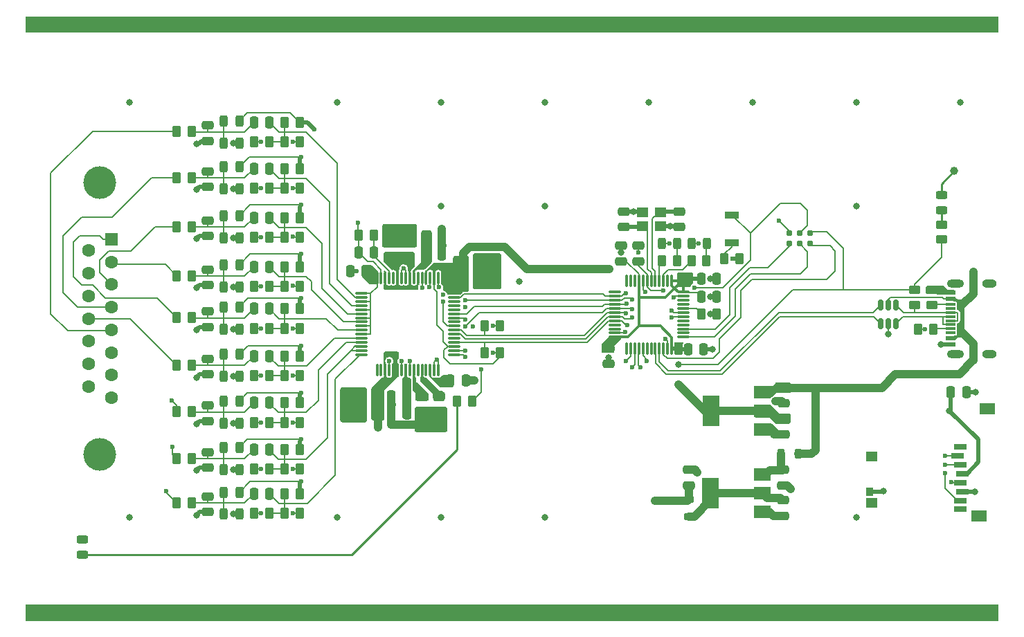
<source format=gbr>
%TF.GenerationSoftware,KiCad,Pcbnew,(7.0.0-0)*%
%TF.CreationDate,2023-03-23T21:01:42+01:00*%
%TF.ProjectId,SimpleECG_v0,53696d70-6c65-4454-9347-5f76302e6b69,rev?*%
%TF.SameCoordinates,Original*%
%TF.FileFunction,Copper,L1,Top*%
%TF.FilePolarity,Positive*%
%FSLAX46Y46*%
G04 Gerber Fmt 4.6, Leading zero omitted, Abs format (unit mm)*
G04 Created by KiCad (PCBNEW (7.0.0-0)) date 2023-03-23 21:01:42*
%MOMM*%
%LPD*%
G01*
G04 APERTURE LIST*
G04 Aperture macros list*
%AMRoundRect*
0 Rectangle with rounded corners*
0 $1 Rounding radius*
0 $2 $3 $4 $5 $6 $7 $8 $9 X,Y pos of 4 corners*
0 Add a 4 corners polygon primitive as box body*
4,1,4,$2,$3,$4,$5,$6,$7,$8,$9,$2,$3,0*
0 Add four circle primitives for the rounded corners*
1,1,$1+$1,$2,$3*
1,1,$1+$1,$4,$5*
1,1,$1+$1,$6,$7*
1,1,$1+$1,$8,$9*
0 Add four rect primitives between the rounded corners*
20,1,$1+$1,$2,$3,$4,$5,0*
20,1,$1+$1,$4,$5,$6,$7,0*
20,1,$1+$1,$6,$7,$8,$9,0*
20,1,$1+$1,$8,$9,$2,$3,0*%
G04 Aperture macros list end*
%TA.AperFunction,SMDPad,CuDef*%
%ADD10RoundRect,0.250000X-0.262500X-0.450000X0.262500X-0.450000X0.262500X0.450000X-0.262500X0.450000X0*%
%TD*%
%TA.AperFunction,SMDPad,CuDef*%
%ADD11RoundRect,0.243750X-0.243750X-0.456250X0.243750X-0.456250X0.243750X0.456250X-0.243750X0.456250X0*%
%TD*%
%TA.AperFunction,SMDPad,CuDef*%
%ADD12RoundRect,0.243750X0.243750X0.456250X-0.243750X0.456250X-0.243750X-0.456250X0.243750X-0.456250X0*%
%TD*%
%TA.AperFunction,SMDPad,CuDef*%
%ADD13RoundRect,0.250000X0.475000X-0.250000X0.475000X0.250000X-0.475000X0.250000X-0.475000X-0.250000X0*%
%TD*%
%TA.AperFunction,SMDPad,CuDef*%
%ADD14R,1.700000X0.900000*%
%TD*%
%TA.AperFunction,SMDPad,CuDef*%
%ADD15RoundRect,0.250000X-0.475000X0.250000X-0.475000X-0.250000X0.475000X-0.250000X0.475000X0.250000X0*%
%TD*%
%TA.AperFunction,SMDPad,CuDef*%
%ADD16RoundRect,0.250000X0.262500X0.450000X-0.262500X0.450000X-0.262500X-0.450000X0.262500X-0.450000X0*%
%TD*%
%TA.AperFunction,SMDPad,CuDef*%
%ADD17RoundRect,0.150000X0.150000X-0.512500X0.150000X0.512500X-0.150000X0.512500X-0.150000X-0.512500X0*%
%TD*%
%TA.AperFunction,SMDPad,CuDef*%
%ADD18RoundRect,0.250000X-0.250000X-0.475000X0.250000X-0.475000X0.250000X0.475000X-0.250000X0.475000X0*%
%TD*%
%TA.AperFunction,SMDPad,CuDef*%
%ADD19R,2.000000X1.500000*%
%TD*%
%TA.AperFunction,SMDPad,CuDef*%
%ADD20R,2.000000X3.800000*%
%TD*%
%TA.AperFunction,SMDPad,CuDef*%
%ADD21RoundRect,0.250000X0.250000X0.475000X-0.250000X0.475000X-0.250000X-0.475000X0.250000X-0.475000X0*%
%TD*%
%TA.AperFunction,SMDPad,CuDef*%
%ADD22R,1.400000X1.200000*%
%TD*%
%TA.AperFunction,SMDPad,CuDef*%
%ADD23RoundRect,0.218750X0.218750X0.381250X-0.218750X0.381250X-0.218750X-0.381250X0.218750X-0.381250X0*%
%TD*%
%TA.AperFunction,ConnectorPad*%
%ADD24C,0.787400*%
%TD*%
%TA.AperFunction,ComponentPad*%
%ADD25C,4.000000*%
%TD*%
%TA.AperFunction,ComponentPad*%
%ADD26R,1.600000X1.600000*%
%TD*%
%TA.AperFunction,ComponentPad*%
%ADD27C,1.600000*%
%TD*%
%TA.AperFunction,SMDPad,CuDef*%
%ADD28R,1.150000X0.600000*%
%TD*%
%TA.AperFunction,SMDPad,CuDef*%
%ADD29R,1.150000X0.300000*%
%TD*%
%TA.AperFunction,ComponentPad*%
%ADD30O,2.100000X1.000000*%
%TD*%
%TA.AperFunction,ComponentPad*%
%ADD31O,1.800000X1.000000*%
%TD*%
%TA.AperFunction,SMDPad,CuDef*%
%ADD32RoundRect,0.243750X-0.456250X0.243750X-0.456250X-0.243750X0.456250X-0.243750X0.456250X0.243750X0*%
%TD*%
%TA.AperFunction,SMDPad,CuDef*%
%ADD33R,1.500000X0.800000*%
%TD*%
%TA.AperFunction,SMDPad,CuDef*%
%ADD34R,0.950000X1.000000*%
%TD*%
%TA.AperFunction,SMDPad,CuDef*%
%ADD35R,1.400000X1.300000*%
%TD*%
%TA.AperFunction,SMDPad,CuDef*%
%ADD36R,1.900000X1.400000*%
%TD*%
%TA.AperFunction,SMDPad,CuDef*%
%ADD37RoundRect,0.250000X0.450000X-0.262500X0.450000X0.262500X-0.450000X0.262500X-0.450000X-0.262500X0*%
%TD*%
%TA.AperFunction,SMDPad,CuDef*%
%ADD38RoundRect,0.250000X-0.450000X0.262500X-0.450000X-0.262500X0.450000X-0.262500X0.450000X0.262500X0*%
%TD*%
%TA.AperFunction,SMDPad,CuDef*%
%ADD39RoundRect,0.075000X-0.662500X-0.075000X0.662500X-0.075000X0.662500X0.075000X-0.662500X0.075000X0*%
%TD*%
%TA.AperFunction,SMDPad,CuDef*%
%ADD40RoundRect,0.075000X-0.075000X-0.662500X0.075000X-0.662500X0.075000X0.662500X-0.075000X0.662500X0*%
%TD*%
%TA.AperFunction,SMDPad,CuDef*%
%ADD41RoundRect,0.218750X0.381250X-0.218750X0.381250X0.218750X-0.381250X0.218750X-0.381250X-0.218750X0*%
%TD*%
%TA.AperFunction,SMDPad,CuDef*%
%ADD42RoundRect,0.075000X-0.075000X0.662500X-0.075000X-0.662500X0.075000X-0.662500X0.075000X0.662500X0*%
%TD*%
%TA.AperFunction,SMDPad,CuDef*%
%ADD43RoundRect,0.075000X-0.662500X0.075000X-0.662500X-0.075000X0.662500X-0.075000X0.662500X0.075000X0*%
%TD*%
%TA.AperFunction,ViaPad*%
%ADD44C,0.600000*%
%TD*%
%TA.AperFunction,ViaPad*%
%ADD45C,0.800000*%
%TD*%
%TA.AperFunction,ViaPad*%
%ADD46C,1.000000*%
%TD*%
%TA.AperFunction,Conductor*%
%ADD47C,0.200000*%
%TD*%
%TA.AperFunction,Conductor*%
%ADD48C,1.000000*%
%TD*%
%TA.AperFunction,Conductor*%
%ADD49C,0.500000*%
%TD*%
%TA.AperFunction,Conductor*%
%ADD50C,0.250000*%
%TD*%
%TA.AperFunction,Conductor*%
%ADD51C,0.300000*%
%TD*%
G04 APERTURE END LIST*
D10*
%TO.P,R31,1*%
%TO.N,/AFE/LA_filtered*%
X85000000Y-68693750D03*
%TO.P,R31,2*%
%TO.N,GND*%
X86825000Y-68693750D03*
%TD*%
D11*
%TO.P,D18,1,K*%
%TO.N,Net-(D17-A)*%
X77575000Y-68793750D03*
%TO.P,D18,2,A*%
%TO.N,GND*%
X79450000Y-68793750D03*
%TD*%
D12*
%TO.P,D15,1,K*%
%TO.N,+3.3VADC*%
X79450000Y-77243750D03*
%TO.P,D15,2,A*%
%TO.N,Net-(D15-A)*%
X77575000Y-77243750D03*
%TD*%
D13*
%TO.P,C5,1*%
%TO.N,+3V3*%
X126180000Y-48970000D03*
%TO.P,C5,2*%
%TO.N,GND*%
X126180000Y-47070000D03*
%TD*%
D14*
%TO.P,SW1,1,1*%
%TO.N,Net-(R1-Pad2)*%
X139704999Y-46699999D03*
%TO.P,SW1,2,2*%
%TO.N,/STM32F1/NRST*%
X139704999Y-43299999D03*
%TD*%
D15*
%TO.P,C15,1*%
%TO.N,Net-(D7-A)*%
X75612500Y-43993750D03*
%TO.P,C15,2*%
%TO.N,GND*%
X75612500Y-45893750D03*
%TD*%
D16*
%TO.P,R24,1*%
%TO.N,+3.3VADC*%
X86825000Y-31993750D03*
%TO.P,R24,2*%
%TO.N,/AFE/V6_filtered*%
X85000000Y-31993750D03*
%TD*%
D10*
%TO.P,R14,1*%
%TO.N,/AFE/V4*%
X71800000Y-44743750D03*
%TO.P,R14,2*%
%TO.N,Net-(D7-A)*%
X73625000Y-44743750D03*
%TD*%
D17*
%TO.P,U5,1,A_{OUT}*%
%TO.N,USB_D-*%
X157850000Y-56637500D03*
%TO.P,U5,2,V-*%
%TO.N,GND*%
X158800000Y-56637500D03*
%TO.P,U5,3,A_{In}*%
%TO.N,/Power/U_USB_D-*%
X159750000Y-56637500D03*
%TO.P,U5,4,B_{In}*%
%TO.N,/Power/U_USB_D+*%
X159750000Y-54362500D03*
%TO.P,U5,5,V+*%
%TO.N,/Power/VBUS*%
X158800000Y-54362500D03*
%TO.P,U5,6,B_{Out}*%
%TO.N,USB_D+*%
X157850000Y-54362500D03*
%TD*%
D10*
%TO.P,R47,1*%
%TO.N,RL*%
X81287500Y-74406250D03*
%TO.P,R47,2*%
%TO.N,/AFE/RA_filtered*%
X83112500Y-74406250D03*
%TD*%
D18*
%TO.P,C46,1*%
%TO.N,+3V3*%
X166450000Y-65000000D03*
%TO.P,C46,2*%
%TO.N,GND*%
X168350000Y-65000000D03*
%TD*%
D10*
%TO.P,R11,1*%
%TO.N,/AFE/V3*%
X71800000Y-50743750D03*
%TO.P,R11,2*%
%TO.N,Net-(D5-A)*%
X73625000Y-50743750D03*
%TD*%
D16*
%TO.P,R37,1*%
%TO.N,+3V3*%
X111312500Y-60200000D03*
%TO.P,R37,2*%
%TO.N,/AFE/~{RESET}*%
X109487500Y-60200000D03*
%TD*%
D10*
%TO.P,R43,1*%
%TO.N,RL*%
X81287500Y-40050000D03*
%TO.P,R43,2*%
%TO.N,/AFE/V5_filtered*%
X83112500Y-40050000D03*
%TD*%
D13*
%TO.P,C1,1*%
%TO.N,/STM32F1/NRST*%
X128280000Y-48970000D03*
%TO.P,C1,2*%
%TO.N,GND*%
X128280000Y-47070000D03*
%TD*%
D11*
%TO.P,D2,1,K*%
%TO.N,GND*%
X134742500Y-46820000D03*
%TO.P,D2,2,A*%
%TO.N,Net-(D2-A)*%
X136617500Y-46820000D03*
%TD*%
D10*
%TO.P,R32,1*%
%TO.N,/AFE/RA*%
X71800000Y-73100000D03*
%TO.P,R32,2*%
%TO.N,Net-(D19-A)*%
X73625000Y-73100000D03*
%TD*%
D19*
%TO.P,U2,1,GND*%
%TO.N,GND*%
X143449999Y-69599999D03*
%TO.P,U2,2,VO*%
%TO.N,+3V3*%
X143449999Y-67299999D03*
D20*
X137149999Y-67299999D03*
D19*
%TO.P,U2,3,VI*%
%TO.N,/Power/VBUS*%
X143449999Y-64999999D03*
%TD*%
D13*
%TO.P,C8,1*%
%TO.N,/STM32F1/OSC_OUT*%
X126480000Y-44770000D03*
%TO.P,C8,2*%
%TO.N,GND*%
X126480000Y-42870000D03*
%TD*%
D11*
%TO.P,D16,1,K*%
%TO.N,Net-(D15-A)*%
X77575000Y-79943750D03*
%TO.P,D16,2,A*%
%TO.N,GND*%
X79450000Y-79943750D03*
%TD*%
D15*
%TO.P,C40,1*%
%TO.N,/AFE/VCAP4*%
X101800000Y-65550000D03*
%TO.P,C40,2*%
%TO.N,GND*%
X101800000Y-67450000D03*
%TD*%
D19*
%TO.P,U4,1,GND*%
%TO.N,GND*%
X143399999Y-79656249D03*
%TO.P,U4,2,VO*%
%TO.N,Net-(U4-VO)*%
X143399999Y-77356249D03*
D20*
X137099999Y-77356249D03*
D19*
%TO.P,U4,3,VI*%
%TO.N,Net-(U4-VI)*%
X143399999Y-75056249D03*
%TD*%
D13*
%TO.P,C47,1*%
%TO.N,+3.3VADC*%
X134450000Y-76406250D03*
%TO.P,C47,2*%
%TO.N,GND*%
X134450000Y-74506250D03*
%TD*%
D18*
%TO.P,C6,1*%
%TO.N,+3V3*%
X135950000Y-53300000D03*
%TO.P,C6,2*%
%TO.N,GND*%
X137850000Y-53300000D03*
%TD*%
D21*
%TO.P,C31,1*%
%TO.N,/AFE/VREFP*%
X99950000Y-67600000D03*
%TO.P,C31,2*%
%TO.N,GND*%
X98050000Y-67600000D03*
%TD*%
D11*
%TO.P,D6,1,K*%
%TO.N,Net-(D5-A)*%
X77575000Y-52143750D03*
%TO.P,D6,2,A*%
%TO.N,GND*%
X79450000Y-52143750D03*
%TD*%
D22*
%TO.P,Y1,1,1*%
%TO.N,/STM32F1/OSC_IN*%
X130979999Y-42969999D03*
%TO.P,Y1,2,2*%
%TO.N,GND*%
X128779999Y-42969999D03*
%TO.P,Y1,3,3*%
%TO.N,/STM32F1/OSC_OUT*%
X128779999Y-44669999D03*
%TO.P,Y1,4,4*%
%TO.N,GND*%
X130979999Y-44669999D03*
%TD*%
D18*
%TO.P,C37,1*%
%TO.N,/AFE/VCAP2*%
X105250000Y-63600000D03*
%TO.P,C37,2*%
%TO.N,GND*%
X107150000Y-63600000D03*
%TD*%
%TO.P,C24,1*%
%TO.N,Net-(D15-A)*%
X81250000Y-77450000D03*
%TO.P,C24,2*%
%TO.N,/AFE/LL_filtered*%
X83150000Y-77450000D03*
%TD*%
D23*
%TO.P,FB1,1*%
%TO.N,/Power/VBUS*%
X147812500Y-72556250D03*
%TO.P,FB1,2*%
%TO.N,Net-(U4-VI)*%
X145687500Y-72556250D03*
%TD*%
D10*
%TO.P,R36,1*%
%TO.N,RL*%
X94087500Y-45800000D03*
%TO.P,R36,2*%
%TO.N,Net-(U3-RLDINV)*%
X95912500Y-45800000D03*
%TD*%
%TO.P,R20,1*%
%TO.N,/AFE/V5*%
X71800000Y-38743750D03*
%TO.P,R20,2*%
%TO.N,Net-(D11-A)*%
X73625000Y-38743750D03*
%TD*%
D16*
%TO.P,R35,1*%
%TO.N,/AFE/ADS_STATUS*%
X107925000Y-66100000D03*
%TO.P,R35,2*%
%TO.N,Net-(D21-A)*%
X106100000Y-66100000D03*
%TD*%
D10*
%TO.P,R42,1*%
%TO.N,RL*%
X81287500Y-63000000D03*
%TO.P,R42,2*%
%TO.N,/AFE/V1_filtered*%
X83112500Y-63000000D03*
%TD*%
D11*
%TO.P,D12,1,K*%
%TO.N,Net-(D11-A)*%
X77575000Y-40143750D03*
%TO.P,D12,2,A*%
%TO.N,GND*%
X79450000Y-40143750D03*
%TD*%
D12*
%TO.P,D5,1,K*%
%TO.N,+3.3VADC*%
X79450000Y-49443750D03*
%TO.P,D5,2,A*%
%TO.N,Net-(D5-A)*%
X77575000Y-49443750D03*
%TD*%
D15*
%TO.P,C23,1*%
%TO.N,Net-(D15-A)*%
X75612500Y-77793750D03*
%TO.P,C23,2*%
%TO.N,GND*%
X75612500Y-79693750D03*
%TD*%
D24*
%TO.P,TC1,1,VCC*%
%TO.N,+3V3*%
X149220000Y-45565000D03*
%TO.P,TC1,2,SWDIO*%
%TO.N,/STM32F1/SWDIO*%
X149220000Y-46835000D03*
%TO.P,TC1,3,NRESET*%
%TO.N,/STM32F1/NRST*%
X147950000Y-45565000D03*
%TO.P,TC1,4,SWCLK*%
%TO.N,/STM32F1/SWCLK*%
X147950000Y-46835000D03*
%TO.P,TC1,5,GND*%
%TO.N,GND*%
X146680000Y-45565000D03*
%TO.P,TC1,6,SWO*%
%TO.N,/STM32F1/SWSWO*%
X146680000Y-46835000D03*
%TD*%
D15*
%TO.P,C10,1*%
%TO.N,+3V3*%
X146000000Y-68260000D03*
%TO.P,C10,2*%
%TO.N,GND*%
X146000000Y-70160000D03*
%TD*%
D10*
%TO.P,R29,1*%
%TO.N,/AFE/LA*%
X71800000Y-67393750D03*
%TO.P,R29,2*%
%TO.N,Net-(D17-A)*%
X73625000Y-67393750D03*
%TD*%
D15*
%TO.P,C7,1*%
%TO.N,/STM32F1/OSC_IN*%
X133280000Y-42870000D03*
%TO.P,C7,2*%
%TO.N,GND*%
X133280000Y-44770000D03*
%TD*%
D25*
%TO.P,J2,0*%
%TO.N,N/C*%
X62420000Y-39345000D03*
X62420000Y-72645000D03*
D26*
%TO.P,J2,1,Pin_1*%
%TO.N,/AFE/V2*%
X63839999Y-46299999D03*
D27*
%TO.P,J2,2,Pin_2*%
%TO.N,/AFE/V3*%
X63840000Y-49070000D03*
%TO.P,J2,3,Pin_3*%
%TO.N,/AFE/V4*%
X63840000Y-51840000D03*
%TO.P,J2,4,Pin_4*%
%TO.N,/AFE/V5*%
X63840000Y-54610000D03*
%TO.P,J2,5,Pin_5*%
%TO.N,/AFE/V6*%
X63840000Y-57380000D03*
%TO.P,J2,6,Pin_6*%
%TO.N,GND*%
X63840000Y-60150000D03*
%TO.P,J2,7,Pin_7*%
%TO.N,unconnected-(J2-Pin_7-Pad7)*%
X63840000Y-62920000D03*
%TO.P,J2,8,Pin_8*%
%TO.N,unconnected-(J2-Pin_8-Pad8)*%
X63840000Y-65690000D03*
%TO.P,J2,9,Pin_9*%
%TO.N,/AFE/RA*%
X61000000Y-47685000D03*
%TO.P,J2,10,Pin_10*%
%TO.N,/AFE/LA*%
X61000000Y-50455000D03*
%TO.P,J2,11,Pin_11*%
%TO.N,/AFE/LL*%
X61000000Y-53225000D03*
%TO.P,J2,12,Pin_12*%
%TO.N,/AFE/V1*%
X61000000Y-55995000D03*
%TO.P,J2,13,Pin_13*%
%TO.N,unconnected-(J2-Pin_13-Pad13)*%
X61000000Y-58765000D03*
%TO.P,J2,14,Pin_14*%
%TO.N,RL*%
X61000000Y-61535000D03*
%TO.P,J2,15,Pin_15*%
%TO.N,unconnected-(J2-Pin_15-Pad15)*%
X61000000Y-64305000D03*
%TD*%
D28*
%TO.P,J1,A1,GND*%
%TO.N,GND*%
X166424999Y-59199999D03*
%TO.P,J1,A4,VBUS*%
%TO.N,/Power/VBUS*%
X166424999Y-58399999D03*
D29*
%TO.P,J1,A5,CC1*%
%TO.N,/Power/CC1*%
X166424999Y-57249999D03*
%TO.P,J1,A6,D+*%
%TO.N,/Power/U_USB_D+*%
X166424999Y-56249999D03*
%TO.P,J1,A7,D-*%
%TO.N,/Power/U_USB_D-*%
X166424999Y-55749999D03*
%TO.P,J1,A8,SBU1*%
%TO.N,unconnected-(J1-SBU1-PadA8)*%
X166424999Y-54749999D03*
D28*
%TO.P,J1,A9,VBUS*%
%TO.N,/Power/VBUS*%
X166424999Y-53599999D03*
%TO.P,J1,A12,GND*%
%TO.N,GND*%
X166424999Y-52799999D03*
%TO.P,J1,B1,GND*%
X166424999Y-52799999D03*
%TO.P,J1,B4,VBUS*%
%TO.N,/Power/VBUS*%
X166424999Y-53599999D03*
D29*
%TO.P,J1,B5,CC2*%
%TO.N,/Power/CC2*%
X166424999Y-54249999D03*
%TO.P,J1,B6,D+*%
%TO.N,/Power/U_USB_D+*%
X166424999Y-55249999D03*
%TO.P,J1,B7,D-*%
%TO.N,/Power/U_USB_D-*%
X166424999Y-56749999D03*
%TO.P,J1,B8,SBU2*%
%TO.N,unconnected-(J1-SBU2-PadB8)*%
X166424999Y-57749999D03*
D28*
%TO.P,J1,B9,VBUS*%
%TO.N,/Power/VBUS*%
X166424999Y-58399999D03*
%TO.P,J1,B12,GND*%
%TO.N,GND*%
X166424999Y-59199999D03*
D30*
%TO.P,J1,S1,SHIELD*%
%TO.N,unconnected-(J1-SHIELD-PadS1)*%
X166999999Y-60319999D03*
D31*
X171179999Y-60319999D03*
D30*
X166999999Y-51679999D03*
D31*
X171179999Y-51679999D03*
%TD*%
D10*
%TO.P,R13,1*%
%TO.N,/AFE/V3_filtered*%
X85000000Y-52043750D03*
%TO.P,R13,2*%
%TO.N,GND*%
X86825000Y-52043750D03*
%TD*%
D11*
%TO.P,D8,1,K*%
%TO.N,Net-(D7-A)*%
X77575000Y-46143750D03*
%TO.P,D8,2,A*%
%TO.N,GND*%
X79450000Y-46143750D03*
%TD*%
D12*
%TO.P,D17,1,K*%
%TO.N,+3.3VADC*%
X79450000Y-66093750D03*
%TO.P,D17,2,A*%
%TO.N,Net-(D17-A)*%
X77575000Y-66093750D03*
%TD*%
D10*
%TO.P,R17,1*%
%TO.N,/AFE/V1*%
X71800000Y-61693750D03*
%TO.P,R17,2*%
%TO.N,Net-(D10-K)*%
X73625000Y-61693750D03*
%TD*%
D32*
%TO.P,D22,1,K*%
%TO.N,GND*%
X165300000Y-40862500D03*
%TO.P,D22,2,A*%
%TO.N,Net-(D22-A)*%
X165300000Y-42737500D03*
%TD*%
D10*
%TO.P,R45,1*%
%TO.N,RL*%
X81287500Y-79850000D03*
%TO.P,R45,2*%
%TO.N,/AFE/LL_filtered*%
X83112500Y-79850000D03*
%TD*%
D18*
%TO.P,C30,1*%
%TO.N,RL*%
X94050000Y-47900000D03*
%TO.P,C30,2*%
%TO.N,Net-(U3-RLDINV)*%
X95950000Y-47900000D03*
%TD*%
D10*
%TO.P,R23,1*%
%TO.N,/AFE/V6*%
X71800000Y-33093750D03*
%TO.P,R23,2*%
%TO.N,Net-(D13-A)*%
X73625000Y-33093750D03*
%TD*%
D33*
%TO.P,J3,1,DAT2*%
%TO.N,unconnected-(J3-DAT2-Pad1)*%
X167659999Y-71659999D03*
%TO.P,J3,2,DAT3/CD*%
%TO.N,/SD_CS*%
X167259999Y-72759999D03*
%TO.P,J3,3,CMD*%
%TO.N,/SPI2_MOSI*%
X167659999Y-73859999D03*
%TO.P,J3,4,VDD*%
%TO.N,+3V3*%
X167859999Y-74959999D03*
%TO.P,J3,5,CLK*%
%TO.N,/SPI2_CLK*%
X167659999Y-76059999D03*
%TO.P,J3,6,VSS*%
%TO.N,GND*%
X167859999Y-77159999D03*
%TO.P,J3,7,DAT0*%
%TO.N,/SPI2_MISO*%
X167659999Y-78259999D03*
%TO.P,J3,8,DAT1*%
%TO.N,unconnected-(J3-DAT1-Pad8)*%
X167659999Y-79359999D03*
D34*
%TO.P,J3,9,SHIELD*%
%TO.N,GND*%
X156574999Y-77159999D03*
D35*
%TO.P,J3,P1*%
%TO.N,N/C*%
X156799999Y-78549999D03*
%TO.P,J3,P2*%
X156799999Y-72849999D03*
D36*
%TO.P,J3,P3*%
X170949999Y-66999999D03*
%TO.P,J3,P4*%
X169949999Y-80149999D03*
%TD*%
D16*
%TO.P,R15,1*%
%TO.N,+3.3VADC*%
X86825000Y-43643750D03*
%TO.P,R15,2*%
%TO.N,/AFE/V4_filtered*%
X85000000Y-43643750D03*
%TD*%
D12*
%TO.P,D3,1,K*%
%TO.N,+3.3VADC*%
X79450000Y-54593750D03*
%TO.P,D3,2,A*%
%TO.N,Net-(D3-A)*%
X77575000Y-54593750D03*
%TD*%
D10*
%TO.P,R46,1*%
%TO.N,RL*%
X81287500Y-68700000D03*
%TO.P,R46,2*%
%TO.N,/AFE/LA_filtered*%
X83112500Y-68700000D03*
%TD*%
D11*
%TO.P,D1,1,K*%
%TO.N,GND*%
X131142500Y-46820000D03*
%TO.P,D1,2,A*%
%TO.N,Net-(D1-A)*%
X133017500Y-46820000D03*
%TD*%
D12*
%TO.P,D9,1,K*%
%TO.N,+3.3VADC*%
X79450000Y-60393750D03*
%TO.P,D9,2,A*%
%TO.N,Net-(D10-K)*%
X77575000Y-60393750D03*
%TD*%
D10*
%TO.P,R8,1*%
%TO.N,/AFE/V2*%
X71800000Y-55893750D03*
%TO.P,R8,2*%
%TO.N,Net-(D3-A)*%
X73625000Y-55893750D03*
%TD*%
D16*
%TO.P,R30,1*%
%TO.N,+3.3VADC*%
X86825000Y-66293750D03*
%TO.P,R30,2*%
%TO.N,/AFE/LA_filtered*%
X85000000Y-66293750D03*
%TD*%
D37*
%TO.P,R48,1*%
%TO.N,+3V3*%
X165300000Y-46312500D03*
%TO.P,R48,2*%
%TO.N,Net-(D22-A)*%
X165300000Y-44487500D03*
%TD*%
D18*
%TO.P,C20,1*%
%TO.N,Net-(D11-A)*%
X81250000Y-37650000D03*
%TO.P,C20,2*%
%TO.N,/AFE/V5_filtered*%
X83150000Y-37650000D03*
%TD*%
D10*
%TO.P,R5,1*%
%TO.N,/STM32F1/ERROR_LED*%
X134767500Y-48920000D03*
%TO.P,R5,2*%
%TO.N,Net-(D2-A)*%
X136592500Y-48920000D03*
%TD*%
D21*
%TO.P,C43,1*%
%TO.N,+3.3VADC*%
X96350000Y-67600000D03*
%TO.P,C43,2*%
%TO.N,GND*%
X94450000Y-67600000D03*
%TD*%
D11*
%TO.P,D14,1,K*%
%TO.N,Net-(D13-A)*%
X77575000Y-34493750D03*
%TO.P,D14,2,A*%
%TO.N,GND*%
X79450000Y-34493750D03*
%TD*%
D12*
%TO.P,D11,1,K*%
%TO.N,+3.3VADC*%
X79450000Y-37443750D03*
%TO.P,D11,2,A*%
%TO.N,Net-(D11-A)*%
X77575000Y-37443750D03*
%TD*%
D10*
%TO.P,R26,1*%
%TO.N,/AFE/LL*%
X71800000Y-78543750D03*
%TO.P,R26,2*%
%TO.N,Net-(D15-A)*%
X73625000Y-78543750D03*
%TD*%
D18*
%TO.P,C16,1*%
%TO.N,Net-(D7-A)*%
X81250000Y-43650000D03*
%TO.P,C16,2*%
%TO.N,/AFE/V4_filtered*%
X83150000Y-43650000D03*
%TD*%
D10*
%TO.P,R2,1*%
%TO.N,/STM32F1/STATUS_LED*%
X131167500Y-48920000D03*
%TO.P,R2,2*%
%TO.N,Net-(D1-A)*%
X132992500Y-48920000D03*
%TD*%
D12*
%TO.P,D19,1,K*%
%TO.N,+3.3VADC*%
X79450000Y-71800000D03*
%TO.P,D19,2,A*%
%TO.N,Net-(D19-A)*%
X77575000Y-71800000D03*
%TD*%
D10*
%TO.P,R28,1*%
%TO.N,/AFE/LL_filtered*%
X85000000Y-79843750D03*
%TO.P,R28,2*%
%TO.N,GND*%
X86825000Y-79843750D03*
%TD*%
D15*
%TO.P,C36,1*%
%TO.N,/AFE/VCAP1*%
X103900000Y-65550000D03*
%TO.P,C36,2*%
%TO.N,GND*%
X103900000Y-67450000D03*
%TD*%
D18*
%TO.P,C39,1*%
%TO.N,/AFE/VCAP3*%
X102350000Y-48200000D03*
%TO.P,C39,2*%
%TO.N,GND*%
X104250000Y-48200000D03*
%TD*%
%TO.P,C14,1*%
%TO.N,Net-(D5-A)*%
X81250000Y-49650000D03*
%TO.P,C14,2*%
%TO.N,/AFE/V3_filtered*%
X83150000Y-49650000D03*
%TD*%
D10*
%TO.P,R22,1*%
%TO.N,/AFE/V5_filtered*%
X85000000Y-40043750D03*
%TO.P,R22,2*%
%TO.N,GND*%
X86825000Y-40043750D03*
%TD*%
D15*
%TO.P,C9,1*%
%TO.N,/Power/VBUS*%
X146000000Y-64460000D03*
%TO.P,C9,2*%
%TO.N,GND*%
X146000000Y-66360000D03*
%TD*%
%TO.P,C13,1*%
%TO.N,Net-(D5-A)*%
X75612500Y-49993750D03*
%TO.P,C13,2*%
%TO.N,GND*%
X75612500Y-51893750D03*
%TD*%
%TO.P,C17,1*%
%TO.N,Net-(D10-K)*%
X75612500Y-60943750D03*
%TO.P,C17,2*%
%TO.N,GND*%
X75612500Y-62843750D03*
%TD*%
D18*
%TO.P,C28,1*%
%TO.N,Net-(D19-A)*%
X81250000Y-72006250D03*
%TO.P,C28,2*%
%TO.N,/AFE/RA_filtered*%
X83150000Y-72006250D03*
%TD*%
D12*
%TO.P,D7,1,K*%
%TO.N,+3.3VADC*%
X79450000Y-43443750D03*
%TO.P,D7,2,A*%
%TO.N,Net-(D7-A)*%
X77575000Y-43443750D03*
%TD*%
%TO.P,D13,1,K*%
%TO.N,+3.3VADC*%
X79450000Y-31793750D03*
%TO.P,D13,2,A*%
%TO.N,Net-(D13-A)*%
X77575000Y-31793750D03*
%TD*%
D38*
%TO.P,R7,1*%
%TO.N,GND*%
X164125000Y-52495000D03*
%TO.P,R7,2*%
%TO.N,/Power/CC2*%
X164125000Y-54320000D03*
%TD*%
D15*
%TO.P,C4,1*%
%TO.N,+3V3*%
X124580000Y-59670000D03*
%TO.P,C4,2*%
%TO.N,GND*%
X124580000Y-61570000D03*
%TD*%
D16*
%TO.P,R18,1*%
%TO.N,+3.3VADC*%
X86825000Y-60593750D03*
%TO.P,R18,2*%
%TO.N,/AFE/V1_filtered*%
X85000000Y-60593750D03*
%TD*%
D15*
%TO.P,C25,1*%
%TO.N,Net-(D17-A)*%
X75612500Y-66643750D03*
%TO.P,C25,2*%
%TO.N,GND*%
X75612500Y-68543750D03*
%TD*%
D10*
%TO.P,R44,1*%
%TO.N,RL*%
X81287500Y-34400000D03*
%TO.P,R44,2*%
%TO.N,/AFE/V6_filtered*%
X83112500Y-34400000D03*
%TD*%
%TO.P,R40,1*%
%TO.N,RL*%
X81287500Y-52050000D03*
%TO.P,R40,2*%
%TO.N,/AFE/V3_filtered*%
X83112500Y-52050000D03*
%TD*%
D16*
%TO.P,R38,1*%
%TO.N,+3V3*%
X111312500Y-56900000D03*
%TO.P,R38,2*%
%TO.N,/AFE/~{CS}*%
X109487500Y-56900000D03*
%TD*%
D11*
%TO.P,D4,1,K*%
%TO.N,Net-(D3-A)*%
X77575000Y-57293750D03*
%TO.P,D4,2,A*%
%TO.N,GND*%
X79450000Y-57293750D03*
%TD*%
D18*
%TO.P,C12,1*%
%TO.N,Net-(D3-A)*%
X81250000Y-54800000D03*
%TO.P,C12,2*%
%TO.N,/AFE/V2_filtered*%
X83150000Y-54800000D03*
%TD*%
D32*
%TO.P,D21,1,K*%
%TO.N,GND*%
X60300000Y-83062500D03*
%TO.P,D21,2,A*%
%TO.N,Net-(D21-A)*%
X60300000Y-84937500D03*
%TD*%
D11*
%TO.P,D10,1,K*%
%TO.N,Net-(D10-K)*%
X77575000Y-63093750D03*
%TO.P,D10,2,A*%
%TO.N,GND*%
X79450000Y-63093750D03*
%TD*%
D13*
%TO.P,C35,1*%
%TO.N,+3.3VADC*%
X100100000Y-48450000D03*
%TO.P,C35,2*%
%TO.N,GND*%
X100100000Y-46550000D03*
%TD*%
D18*
%TO.P,C26,1*%
%TO.N,Net-(D17-A)*%
X81250000Y-66300000D03*
%TO.P,C26,2*%
%TO.N,/AFE/LA_filtered*%
X83150000Y-66300000D03*
%TD*%
D11*
%TO.P,D20,1,K*%
%TO.N,Net-(D19-A)*%
X77575000Y-74500000D03*
%TO.P,D20,2,A*%
%TO.N,GND*%
X79450000Y-74500000D03*
%TD*%
D10*
%TO.P,R34,1*%
%TO.N,/AFE/RA_filtered*%
X85000000Y-74400000D03*
%TO.P,R34,2*%
%TO.N,GND*%
X86825000Y-74400000D03*
%TD*%
D18*
%TO.P,C22,1*%
%TO.N,Net-(D13-A)*%
X81250000Y-32000000D03*
%TO.P,C22,2*%
%TO.N,/AFE/V6_filtered*%
X83150000Y-32000000D03*
%TD*%
%TO.P,C33,1*%
%TO.N,+3V3*%
X106850000Y-51200000D03*
%TO.P,C33,2*%
%TO.N,GND*%
X108750000Y-51200000D03*
%TD*%
D21*
%TO.P,C29,1*%
%TO.N,/AFE/WCT*%
X94950000Y-50200000D03*
%TO.P,C29,2*%
%TO.N,GND*%
X93050000Y-50200000D03*
%TD*%
D10*
%TO.P,R39,1*%
%TO.N,RL*%
X81287500Y-57200000D03*
%TO.P,R39,2*%
%TO.N,/AFE/V2_filtered*%
X83112500Y-57200000D03*
%TD*%
D13*
%TO.P,C34,1*%
%TO.N,+3.3VADC*%
X98000000Y-48450000D03*
%TO.P,C34,2*%
%TO.N,GND*%
X98000000Y-46550000D03*
%TD*%
D15*
%TO.P,C45,1*%
%TO.N,Net-(U4-VO)*%
X145950000Y-78256250D03*
%TO.P,C45,2*%
%TO.N,GND*%
X145950000Y-80156250D03*
%TD*%
D16*
%TO.P,R3,1*%
%TO.N,GND*%
X137812500Y-55400000D03*
%TO.P,R3,2*%
%TO.N,/STM32F1/BOOT0*%
X135987500Y-55400000D03*
%TD*%
%TO.P,R1,1*%
%TO.N,GND*%
X140617500Y-48700000D03*
%TO.P,R1,2*%
%TO.N,Net-(R1-Pad2)*%
X138792500Y-48700000D03*
%TD*%
D21*
%TO.P,C42,1*%
%TO.N,+3.3VADC*%
X96350000Y-65500000D03*
%TO.P,C42,2*%
%TO.N,GND*%
X94450000Y-65500000D03*
%TD*%
D15*
%TO.P,C27,1*%
%TO.N,Net-(D19-A)*%
X75612500Y-72350000D03*
%TO.P,C27,2*%
%TO.N,GND*%
X75612500Y-74250000D03*
%TD*%
D10*
%TO.P,R25,1*%
%TO.N,/AFE/V6_filtered*%
X85000000Y-34393750D03*
%TO.P,R25,2*%
%TO.N,GND*%
X86825000Y-34393750D03*
%TD*%
D18*
%TO.P,C18,1*%
%TO.N,Net-(D10-K)*%
X81250000Y-60600000D03*
%TO.P,C18,2*%
%TO.N,/AFE/V1_filtered*%
X83150000Y-60600000D03*
%TD*%
D21*
%TO.P,C41,1*%
%TO.N,/AFE/VREFP*%
X99950000Y-65500000D03*
%TO.P,C41,2*%
%TO.N,GND*%
X98050000Y-65500000D03*
%TD*%
D16*
%TO.P,R21,1*%
%TO.N,+3.3VADC*%
X86825000Y-37643750D03*
%TO.P,R21,2*%
%TO.N,/AFE/V5_filtered*%
X85000000Y-37643750D03*
%TD*%
D10*
%TO.P,R19,1*%
%TO.N,/AFE/V1_filtered*%
X85000000Y-62993750D03*
%TO.P,R19,2*%
%TO.N,GND*%
X86825000Y-62993750D03*
%TD*%
D16*
%TO.P,R12,1*%
%TO.N,+3.3VADC*%
X86825000Y-49643750D03*
%TO.P,R12,2*%
%TO.N,/AFE/V3_filtered*%
X85000000Y-49643750D03*
%TD*%
%TO.P,R9,1*%
%TO.N,+3.3VADC*%
X86825000Y-54793750D03*
%TO.P,R9,2*%
%TO.N,/AFE/V2_filtered*%
X85000000Y-54793750D03*
%TD*%
D15*
%TO.P,C19,1*%
%TO.N,Net-(D11-A)*%
X75612500Y-37993750D03*
%TO.P,C19,2*%
%TO.N,GND*%
X75612500Y-39893750D03*
%TD*%
D18*
%TO.P,C2,1*%
%TO.N,+3V3*%
X135950000Y-51100000D03*
%TO.P,C2,2*%
%TO.N,GND*%
X137850000Y-51100000D03*
%TD*%
%TO.P,C38,1*%
%TO.N,/AFE/VCAP3*%
X102350000Y-46100000D03*
%TO.P,C38,2*%
%TO.N,GND*%
X104250000Y-46100000D03*
%TD*%
D16*
%TO.P,R6,1*%
%TO.N,/Power/CC1*%
X164327500Y-57300000D03*
%TO.P,R6,2*%
%TO.N,GND*%
X162502500Y-57300000D03*
%TD*%
D10*
%TO.P,R10,1*%
%TO.N,/AFE/V2_filtered*%
X85000000Y-57193750D03*
%TO.P,R10,2*%
%TO.N,GND*%
X86825000Y-57193750D03*
%TD*%
D15*
%TO.P,C21,1*%
%TO.N,Net-(D13-A)*%
X75612500Y-32343750D03*
%TO.P,C21,2*%
%TO.N,GND*%
X75612500Y-34243750D03*
%TD*%
D18*
%TO.P,C32,1*%
%TO.N,+3V3*%
X106850000Y-49100000D03*
%TO.P,C32,2*%
%TO.N,GND*%
X108750000Y-49100000D03*
%TD*%
D39*
%TO.P,U3,1,IN8N*%
%TO.N,/AFE/WCT*%
X94387500Y-52912500D03*
%TO.P,U3,2,IN8P*%
%TO.N,/AFE/V6_filtered*%
X94387500Y-53412500D03*
%TO.P,U3,3,IN7P*%
%TO.N,/AFE/WCT*%
X94387500Y-53912500D03*
%TO.P,U3,4,IN7N*%
%TO.N,/AFE/V5_filtered*%
X94387500Y-54412500D03*
%TO.P,U3,5,IN6N*%
%TO.N,/AFE/WCT*%
X94387500Y-54912500D03*
%TO.P,U3,6,IN6P*%
%TO.N,/AFE/V4_filtered*%
X94387500Y-55412500D03*
%TO.P,U3,7,IN5N*%
%TO.N,/AFE/WCT*%
X94387500Y-55912500D03*
%TO.P,U3,8,IN5P*%
%TO.N,/AFE/V3_filtered*%
X94387500Y-56412500D03*
%TO.P,U3,9,IN4N*%
%TO.N,/AFE/WCT*%
X94387500Y-56912500D03*
%TO.P,U3,10,IN4P*%
%TO.N,/AFE/V2_filtered*%
X94387500Y-57412500D03*
%TO.P,U3,11,IN3N*%
%TO.N,/AFE/WCT*%
X94387500Y-57912500D03*
%TO.P,U3,12,IN3P*%
%TO.N,/AFE/V1_filtered*%
X94387500Y-58412500D03*
%TO.P,U3,13,IN2N*%
%TO.N,/AFE/LA_filtered*%
X94387500Y-58912500D03*
%TO.P,U3,14,IN2P*%
%TO.N,/AFE/RA_filtered*%
X94387500Y-59412500D03*
%TO.P,U3,15,IN1N*%
X94387500Y-59912500D03*
%TO.P,U3,16,IN1P*%
%TO.N,/AFE/LL_filtered*%
X94387500Y-60412500D03*
D40*
%TO.P,U3,17,TESTP_PACE_OUT1*%
%TO.N,unconnected-(U3-TESTP_PACE_OUT1-Pad17)*%
X96300000Y-62325000D03*
%TO.P,U3,18,TESTP_PACE_OUT2*%
%TO.N,unconnected-(U3-TESTP_PACE_OUT2-Pad18)*%
X96800000Y-62325000D03*
%TO.P,U3,19,AVDD*%
%TO.N,+3.3VADC*%
X97300000Y-62325000D03*
%TO.P,U3,20,AVSS*%
%TO.N,GND*%
X97800000Y-62325000D03*
%TO.P,U3,21,AVDD*%
%TO.N,+3.3VADC*%
X98300000Y-62325000D03*
%TO.P,U3,22,AVDD*%
X98800000Y-62325000D03*
%TO.P,U3,23,AVSS*%
%TO.N,GND*%
X99300000Y-62325000D03*
%TO.P,U3,24,VREFP*%
%TO.N,/AFE/VREFP*%
X99800000Y-62325000D03*
%TO.P,U3,25,VREFN*%
%TO.N,GND*%
X100300000Y-62325000D03*
%TO.P,U3,26,VCAP4*%
%TO.N,/AFE/VCAP4*%
X100800000Y-62325000D03*
%TO.P,U3,27,NC*%
%TO.N,unconnected-(U3-NC-Pad27)*%
X101300000Y-62325000D03*
%TO.P,U3,28,VCAP1*%
%TO.N,/AFE/VCAP1*%
X101800000Y-62325000D03*
%TO.P,U3,29,NC*%
%TO.N,unconnected-(U3-NC-Pad29)*%
X102300000Y-62325000D03*
%TO.P,U3,30,VCAP2*%
%TO.N,/AFE/VCAP2*%
X102800000Y-62325000D03*
%TO.P,U3,31,RESV1*%
%TO.N,GND*%
X103300000Y-62325000D03*
%TO.P,U3,32,AVSS*%
X103800000Y-62325000D03*
D39*
%TO.P,U3,33,DGND*%
X105712500Y-60412500D03*
%TO.P,U3,34,DIN*%
%TO.N,/AFE/MOSI*%
X105712500Y-59912500D03*
%TO.P,U3,35,~{PWDN}*%
%TO.N,+3V3*%
X105712500Y-59412500D03*
%TO.P,U3,36,~{RESET}*%
%TO.N,/AFE/~{RESET}*%
X105712500Y-58912500D03*
%TO.P,U3,37,CLK*%
%TO.N,unconnected-(U3-CLK-Pad37)*%
X105712500Y-58412500D03*
%TO.P,U3,38,START*%
%TO.N,/AFE/START*%
X105712500Y-57912500D03*
%TO.P,U3,39,~{CS}*%
%TO.N,/AFE/~{CS}*%
X105712500Y-57412500D03*
%TO.P,U3,40,SCLK*%
%TO.N,/AFE/SCLK*%
X105712500Y-56912500D03*
%TO.P,U3,41,DAISY_IN*%
%TO.N,unconnected-(U3-DAISY_IN-Pad41)*%
X105712500Y-56412500D03*
%TO.P,U3,42,GPIO1*%
%TO.N,/AFE/ADS_STATUS*%
X105712500Y-55912500D03*
%TO.P,U3,43,DOUT*%
%TO.N,/AFE/MISO*%
X105712500Y-55412500D03*
%TO.P,U3,44,GPIO2*%
%TO.N,unconnected-(U3-GPIO2-Pad44)*%
X105712500Y-54912500D03*
%TO.P,U3,45,GPIO3*%
%TO.N,unconnected-(U3-GPIO3-Pad45)*%
X105712500Y-54412500D03*
%TO.P,U3,46,GPIO4*%
%TO.N,unconnected-(U3-GPIO4-Pad46)*%
X105712500Y-53912500D03*
%TO.P,U3,47,~{DRDY}*%
%TO.N,/AFE/~{DRDY}*%
X105712500Y-53412500D03*
%TO.P,U3,48,DVDD*%
%TO.N,+3V3*%
X105712500Y-52912500D03*
D40*
%TO.P,U3,49,DGND*%
%TO.N,GND*%
X103800000Y-51000000D03*
%TO.P,U3,50,DVDD*%
%TO.N,+3V3*%
X103300000Y-51000000D03*
%TO.P,U3,51,DGND*%
%TO.N,GND*%
X102800000Y-51000000D03*
%TO.P,U3,52,CLKSEL*%
%TO.N,+3V3*%
X102300000Y-51000000D03*
%TO.P,U3,53,AVSS1*%
%TO.N,GND*%
X101800000Y-51000000D03*
%TO.P,U3,54,AVDD1*%
%TO.N,+3.3VADC*%
X101300000Y-51000000D03*
%TO.P,U3,55,VCAP3*%
%TO.N,/AFE/VCAP3*%
X100800000Y-51000000D03*
%TO.P,U3,56,AVDD*%
%TO.N,+3.3VADC*%
X100300000Y-51000000D03*
%TO.P,U3,57,AVSS*%
%TO.N,GND*%
X99800000Y-51000000D03*
%TO.P,U3,58,AVSS*%
X99300000Y-51000000D03*
%TO.P,U3,59,AVDD*%
%TO.N,+3.3VADC*%
X98800000Y-51000000D03*
%TO.P,U3,60,RLDREF*%
%TO.N,unconnected-(U3-RLDREF-Pad60)*%
X98300000Y-51000000D03*
%TO.P,U3,61,RLDINV*%
%TO.N,Net-(U3-RLDINV)*%
X97800000Y-51000000D03*
%TO.P,U3,62,RLDIN*%
%TO.N,+3.3VADC*%
X97300000Y-51000000D03*
%TO.P,U3,63,RLDOUT*%
%TO.N,RL*%
X96800000Y-51000000D03*
%TO.P,U3,64,WCT*%
%TO.N,/AFE/WCT*%
X96300000Y-51000000D03*
%TD*%
D10*
%TO.P,R16,1*%
%TO.N,/AFE/V4_filtered*%
X85000000Y-46043750D03*
%TO.P,R16,2*%
%TO.N,GND*%
X86825000Y-46043750D03*
%TD*%
D15*
%TO.P,C11,1*%
%TO.N,Net-(D3-A)*%
X75612500Y-55143750D03*
%TO.P,C11,2*%
%TO.N,GND*%
X75612500Y-57043750D03*
%TD*%
D10*
%TO.P,R41,1*%
%TO.N,RL*%
X81287500Y-46050000D03*
%TO.P,R41,2*%
%TO.N,/AFE/V4_filtered*%
X83112500Y-46050000D03*
%TD*%
D15*
%TO.P,C44,1*%
%TO.N,Net-(U4-VI)*%
X145950000Y-74506250D03*
%TO.P,C44,2*%
%TO.N,GND*%
X145950000Y-76406250D03*
%TD*%
D18*
%TO.P,C3,1*%
%TO.N,+3V3*%
X134350000Y-59800000D03*
%TO.P,C3,2*%
%TO.N,GND*%
X136250000Y-59800000D03*
%TD*%
D41*
%TO.P,FB2,1*%
%TO.N,Net-(U4-VO)*%
X134450000Y-80218750D03*
%TO.P,FB2,2*%
%TO.N,+3.3VADC*%
X134450000Y-78093750D03*
%TD*%
D37*
%TO.P,R4,1*%
%TO.N,/Power/U_USB_D+*%
X162015000Y-54325000D03*
%TO.P,R4,2*%
%TO.N,+3V3*%
X162015000Y-52500000D03*
%TD*%
D16*
%TO.P,R33,1*%
%TO.N,+3.3VADC*%
X86825000Y-72000000D03*
%TO.P,R33,2*%
%TO.N,/AFE/RA_filtered*%
X85000000Y-72000000D03*
%TD*%
D42*
%TO.P,U1,1,VBAT*%
%TO.N,+3V3*%
X132330000Y-51357500D03*
%TO.P,U1,2,PC13*%
%TO.N,unconnected-(U1-PC13-Pad2)*%
X131830000Y-51357500D03*
%TO.P,U1,3,PC14*%
%TO.N,/STM32F1/ERROR_LED*%
X131330000Y-51357500D03*
%TO.P,U1,4,PC15*%
%TO.N,/STM32F1/STATUS_LED*%
X130830000Y-51357500D03*
%TO.P,U1,5,PD0*%
%TO.N,/STM32F1/OSC_IN*%
X130330000Y-51357500D03*
%TO.P,U1,6,PD1*%
%TO.N,/STM32F1/OSC_OUT*%
X129830000Y-51357500D03*
%TO.P,U1,7,NRST*%
%TO.N,/STM32F1/NRST*%
X129330000Y-51357500D03*
%TO.P,U1,8,VSSA*%
%TO.N,GND*%
X128830000Y-51357500D03*
%TO.P,U1,9,VDDA*%
%TO.N,+3V3*%
X128330000Y-51357500D03*
%TO.P,U1,10,PA0*%
%TO.N,/STM32F1/PA0*%
X127830000Y-51357500D03*
%TO.P,U1,11,PA1*%
%TO.N,/STM32F1/PA1*%
X127330000Y-51357500D03*
%TO.P,U1,12,PA2*%
%TO.N,/STM32F1/UART2_TX{slash}PA2*%
X126830000Y-51357500D03*
D43*
%TO.P,U1,13,PA3*%
%TO.N,/STM32F1/UART2_RX{slash}PA3*%
X125417500Y-52770000D03*
%TO.P,U1,14,PA4*%
%TO.N,/AFE/~{DRDY}*%
X125417500Y-53270000D03*
%TO.P,U1,15,PA5*%
%TO.N,/AFE/SCLK*%
X125417500Y-53770000D03*
%TO.P,U1,16,PA6*%
%TO.N,/AFE/MISO*%
X125417500Y-54270000D03*
%TO.P,U1,17,PA7*%
%TO.N,/AFE/MOSI*%
X125417500Y-54770000D03*
%TO.P,U1,18,PB0*%
%TO.N,/AFE/~{CS}*%
X125417500Y-55270000D03*
%TO.P,U1,19,PB1*%
%TO.N,/AFE/START*%
X125417500Y-55770000D03*
%TO.P,U1,20,PB2*%
%TO.N,/AFE/~{RESET}*%
X125417500Y-56270000D03*
%TO.P,U1,21,PB10*%
%TO.N,/STM32F1/I2C2_SCL{slash}PB10*%
X125417500Y-56770000D03*
%TO.P,U1,22,PB11*%
%TO.N,/STM32F1/I2C2_SDA{slash}PB11*%
X125417500Y-57270000D03*
%TO.P,U1,23,VSS*%
%TO.N,GND*%
X125417500Y-57770000D03*
%TO.P,U1,24,VDD*%
%TO.N,+3V3*%
X125417500Y-58270000D03*
D42*
%TO.P,U1,25,PB12*%
%TO.N,/STM32F1/PB12*%
X126830000Y-59682500D03*
%TO.P,U1,26,PB13*%
%TO.N,/SPI2_CLK*%
X127330000Y-59682500D03*
%TO.P,U1,27,PB14*%
%TO.N,/SPI2_MISO*%
X127830000Y-59682500D03*
%TO.P,U1,28,PB15*%
%TO.N,/SPI2_MOSI*%
X128330000Y-59682500D03*
%TO.P,U1,29,PA8*%
%TO.N,/SD_CS*%
X128830000Y-59682500D03*
%TO.P,U1,30,PA9*%
%TO.N,/STM32F1/PA9*%
X129330000Y-59682500D03*
%TO.P,U1,31,PA10*%
%TO.N,/STM32F1/PA10*%
X129830000Y-59682500D03*
%TO.P,U1,32,PA11*%
%TO.N,USB_D-*%
X130330000Y-59682500D03*
%TO.P,U1,33,PA12*%
%TO.N,USB_D+*%
X130830000Y-59682500D03*
%TO.P,U1,34,PA13*%
%TO.N,/STM32F1/SWDIO*%
X131330000Y-59682500D03*
%TO.P,U1,35,VSS*%
%TO.N,GND*%
X131830000Y-59682500D03*
%TO.P,U1,36,VDD*%
%TO.N,+3V3*%
X132330000Y-59682500D03*
D43*
%TO.P,U1,37,PA14*%
%TO.N,/STM32F1/SWCLK*%
X133742500Y-58270000D03*
%TO.P,U1,38,PA15*%
%TO.N,unconnected-(U1-PA15-Pad38)*%
X133742500Y-57770000D03*
%TO.P,U1,39,PB3*%
%TO.N,/STM32F1/SWSWO*%
X133742500Y-57270000D03*
%TO.P,U1,40,PB4*%
%TO.N,/STM32F1/PB4*%
X133742500Y-56770000D03*
%TO.P,U1,41,PB5*%
%TO.N,/STM32F1/PB5*%
X133742500Y-56270000D03*
%TO.P,U1,42,PB6*%
%TO.N,/STM32F1/PB6*%
X133742500Y-55770000D03*
%TO.P,U1,43,PB7*%
%TO.N,/STM32F1/PB7*%
X133742500Y-55270000D03*
%TO.P,U1,44,BOOT0*%
%TO.N,/STM32F1/BOOT0*%
X133742500Y-54770000D03*
%TO.P,U1,45,PB8*%
%TO.N,/STM32F1/PB8*%
X133742500Y-54270000D03*
%TO.P,U1,46,PB9*%
%TO.N,/STM32F1/PB9*%
X133742500Y-53770000D03*
%TO.P,U1,47,VSS*%
%TO.N,GND*%
X133742500Y-53270000D03*
%TO.P,U1,48,VDD*%
%TO.N,+3V3*%
X133742500Y-52770000D03*
%TD*%
D16*
%TO.P,R27,1*%
%TO.N,+3.3VADC*%
X86825000Y-77443750D03*
%TO.P,R27,2*%
%TO.N,/AFE/LL_filtered*%
X85000000Y-77443750D03*
%TD*%
D44*
%TO.N,/STM32F1/NRST*%
X135100000Y-52200000D03*
X131280000Y-52594500D03*
D45*
%TO.N,GND*%
X154900000Y-80300000D03*
D46*
X145024692Y-66148787D03*
D45*
X101000000Y-20000000D03*
X104249999Y-45050001D03*
X116800000Y-80300000D03*
X78700000Y-34500000D03*
X74212500Y-63193750D03*
D44*
X86012000Y-68700000D03*
D45*
X73000000Y-20000000D03*
X85000000Y-92000000D03*
X133000000Y-20000000D03*
X121000000Y-20000000D03*
D44*
X107100000Y-54600000D03*
D45*
X77000000Y-92000000D03*
D44*
X99550000Y-49850000D03*
D45*
X74212500Y-57393750D03*
X93000000Y-67600000D03*
X74212500Y-46243750D03*
X161000000Y-92000000D03*
X77000000Y-20000000D03*
X125000000Y-92000000D03*
X116800000Y-42200000D03*
X161000000Y-20000000D03*
D44*
X163315000Y-57300000D03*
D45*
X57000000Y-92000000D03*
X98049999Y-68949999D03*
X157000000Y-92000000D03*
X78700000Y-74506250D03*
X154900000Y-29500000D03*
X116800000Y-29500000D03*
X169500000Y-65000000D03*
X165000000Y-20000000D03*
X78700000Y-79950000D03*
D44*
X108000000Y-57000000D03*
D45*
X97000000Y-92000000D03*
X169400000Y-77200000D03*
X126180000Y-47870500D03*
X66000000Y-80300000D03*
X109000000Y-92000000D03*
X137049500Y-51100000D03*
D46*
X146920751Y-76899500D03*
D45*
X124600000Y-60800000D03*
D44*
X107100000Y-60700000D03*
D46*
X144900000Y-69960000D03*
D45*
X74212500Y-52243750D03*
X113000000Y-20000000D03*
D44*
X126680000Y-57620000D03*
D45*
X73000000Y-92000000D03*
X100100000Y-45000000D03*
X101000000Y-92000000D03*
X149000000Y-92000000D03*
X137049500Y-53300000D03*
X133000000Y-92000000D03*
D44*
X103600000Y-61000000D03*
D45*
X154900000Y-42200000D03*
D44*
X132030500Y-46820000D03*
D45*
X158200000Y-77100000D03*
X89000000Y-20000000D03*
X85000000Y-20000000D03*
X117000000Y-20000000D03*
D44*
X86012000Y-40000000D03*
D45*
X129500000Y-29500000D03*
D44*
X86012000Y-46000000D03*
D45*
X98100000Y-66500000D03*
X91400000Y-80300000D03*
X108200000Y-63600000D03*
X129000000Y-20000000D03*
X89000000Y-92000000D03*
X129000000Y-92000000D03*
X103900000Y-68600000D03*
X61000000Y-20000000D03*
D44*
X99300000Y-61200000D03*
X131594786Y-58477753D03*
X132576613Y-53418137D03*
D46*
X135462793Y-74793457D03*
D45*
X137099500Y-55400000D03*
X113000000Y-92000000D03*
D44*
X103899500Y-52167384D03*
D45*
X105000000Y-92000000D03*
D44*
X93800000Y-50200000D03*
D45*
X57000000Y-20000000D03*
X145000000Y-20000000D03*
X153000000Y-92000000D03*
X137000000Y-92000000D03*
X78700000Y-68800000D03*
X149000000Y-20000000D03*
X93000000Y-65500000D03*
X69000000Y-92000000D03*
X127630000Y-42870000D03*
X66000000Y-29500000D03*
X153000000Y-20000000D03*
X132130000Y-44670000D03*
X109000000Y-20000000D03*
X78700000Y-46150000D03*
X65000000Y-20000000D03*
X101800000Y-68600000D03*
X137000000Y-20000000D03*
D44*
X86012000Y-34400000D03*
D45*
X165315000Y-52600000D03*
D44*
X86012000Y-74400000D03*
D45*
X78700000Y-63100000D03*
X98000000Y-45000000D03*
X93000000Y-20000000D03*
D44*
X129078424Y-52721576D03*
X104400000Y-53100000D03*
D45*
X121000000Y-92000000D03*
X74212500Y-68893750D03*
D46*
X144800000Y-80156250D03*
D44*
X145460717Y-44039283D03*
X128280000Y-47920000D03*
D45*
X165215000Y-59200000D03*
D44*
X86012000Y-57200000D03*
D45*
X81000000Y-92000000D03*
X78700000Y-52150000D03*
D44*
X101800000Y-52200000D03*
D45*
X104100000Y-29500000D03*
X104100000Y-80300000D03*
X167600000Y-29500000D03*
X104100000Y-42200000D03*
D44*
X102700000Y-52167384D03*
D45*
X169000000Y-92000000D03*
X97000000Y-20000000D03*
X169000000Y-20000000D03*
X65000000Y-92000000D03*
X141000000Y-92000000D03*
D44*
X100300000Y-61200000D03*
D45*
X91400000Y-29500000D03*
D44*
X86012000Y-79800000D03*
D45*
X104300000Y-47100000D03*
D44*
X139805000Y-48700000D03*
D45*
X78700000Y-57300000D03*
X74212500Y-34593750D03*
X69000000Y-20000000D03*
X105000000Y-20000000D03*
D44*
X135580000Y-46820000D03*
D45*
X113700000Y-51500000D03*
X137300000Y-59800000D03*
X142200000Y-29500000D03*
X145000000Y-92000000D03*
X74212500Y-40243750D03*
X158800000Y-57900000D03*
X74212500Y-80043750D03*
D46*
X166850001Y-37950001D03*
D45*
X78700000Y-40150000D03*
X110000000Y-51200000D03*
X165000000Y-92000000D03*
D44*
X86012000Y-63000000D03*
D45*
X157000000Y-20000000D03*
X125000000Y-20000000D03*
X141000000Y-20000000D03*
X81000000Y-20000000D03*
X74212500Y-74600000D03*
X117000000Y-92000000D03*
D44*
X97800000Y-61200000D03*
X86012000Y-52000000D03*
D45*
X61000000Y-92000000D03*
X93000000Y-92000000D03*
X110000000Y-49100000D03*
D44*
%TO.N,+3V3*%
X110499500Y-56900000D03*
D45*
X133200000Y-61600000D03*
X140300000Y-67300000D03*
X124700000Y-49900000D03*
D46*
X133200000Y-64100000D03*
D45*
X133200000Y-59700000D03*
D44*
X110499500Y-60200000D03*
D45*
X166300000Y-67300000D03*
D46*
%TO.N,/Power/VBUS*%
X169200000Y-50300000D03*
D44*
%TO.N,/STM32F1/PB6*%
X132300000Y-55900000D03*
%TO.N,/STM32F1/PB7*%
X132300000Y-55000000D03*
%TO.N,RL*%
X82100500Y-57200000D03*
X94000000Y-44300000D03*
X82100500Y-63000000D03*
X82100500Y-74406250D03*
X82100500Y-79850000D03*
X82100500Y-40050000D03*
X82100500Y-68700000D03*
X82100500Y-46050000D03*
X82100500Y-34400000D03*
X82100500Y-52050000D03*
%TO.N,+3.3VADC*%
X88600000Y-32800000D03*
X87012000Y-42100000D03*
X87012000Y-75900000D03*
D46*
X96400000Y-69300000D03*
D44*
X87012000Y-59300000D03*
X87012000Y-36200000D03*
D46*
X99000000Y-48500000D03*
D44*
X87012000Y-70800000D03*
X87012000Y-65100000D03*
X87012000Y-48100000D03*
X87012000Y-53500000D03*
D46*
X130300000Y-78300000D03*
D44*
%TO.N,/AFE/RA*%
X71300000Y-71700000D03*
%TO.N,/AFE/LA*%
X71200000Y-66000000D03*
%TO.N,/AFE/LL*%
X70500000Y-77100000D03*
%TO.N,/AFE/ADS_STATUS*%
X107100000Y-56100000D03*
X109000000Y-62200000D03*
%TO.N,/AFE/~{RESET}*%
X126911283Y-56799500D03*
%TO.N,/AFE/~{CS}*%
X126773451Y-55397241D03*
%TO.N,/AFE/MOSI*%
X107105806Y-59889649D03*
X127514195Y-54888171D03*
X107100000Y-57000000D03*
%TO.N,/AFE/START*%
X127500000Y-55900000D03*
%TO.N,/AFE/SCLK*%
X104400000Y-53899503D03*
X127500000Y-53700000D03*
X107079501Y-53769999D03*
%TO.N,/AFE/MISO*%
X126843482Y-54198241D03*
%TO.N,/AFE/~{DRDY}*%
X126722170Y-52903000D03*
%TO.N,/SD_CS*%
X165800000Y-72760000D03*
X129300000Y-61200000D03*
%TO.N,/SPI2_MOSI*%
X165800000Y-73900000D03*
X128550000Y-61950000D03*
%TO.N,/SPI2_CLK*%
X126700000Y-61200000D03*
X166500000Y-76000000D03*
%TO.N,/SPI2_MISO*%
X127500000Y-61950000D03*
X165800000Y-74900000D03*
%TD*%
D47*
%TO.N,/STM32F1/NRST*%
X129799170Y-52594500D02*
X129330000Y-52125330D01*
X129330000Y-50589670D02*
X129330000Y-51357500D01*
X131280000Y-52594500D02*
X129799170Y-52594500D01*
X141952500Y-45547500D02*
X139705000Y-43300000D01*
X141980000Y-45575000D02*
X141952500Y-45547500D01*
X138800000Y-52000000D02*
X138807817Y-52000000D01*
X147950000Y-45565000D02*
X148900000Y-44615000D01*
X148900000Y-42700000D02*
X148100000Y-41900000D01*
X129330000Y-52125330D02*
X129330000Y-51357500D01*
X138600000Y-52200000D02*
X138800000Y-52000000D01*
X135100000Y-52200000D02*
X138600000Y-52200000D01*
X148900000Y-44615000D02*
X148900000Y-42700000D01*
X148100000Y-41900000D02*
X145600000Y-41900000D01*
X141980000Y-48827817D02*
X141980000Y-45575000D01*
X145600000Y-41900000D02*
X141952500Y-45547500D01*
X138807817Y-52000000D02*
X141980000Y-48827817D01*
X128280000Y-49539670D02*
X129330000Y-50589670D01*
X128280000Y-48970000D02*
X128280000Y-49539670D01*
%TO.N,GND*%
X79450000Y-40143750D02*
X78706250Y-40143750D01*
D48*
X143400000Y-79656250D02*
X144300000Y-79656250D01*
X104250000Y-48200000D02*
X104250000Y-47150000D01*
D47*
X78706250Y-52143750D02*
X78700000Y-52150000D01*
D48*
X146427501Y-76406250D02*
X146920751Y-76899500D01*
D47*
X86055750Y-52043750D02*
X86012000Y-52000000D01*
X78706250Y-63093750D02*
X78700000Y-63100000D01*
D49*
X168350000Y-65000000D02*
X169500000Y-65000000D01*
X136250000Y-59800000D02*
X137300000Y-59800000D01*
D47*
X101800000Y-51000000D02*
X101800000Y-52200000D01*
X86018250Y-34393750D02*
X86012000Y-34400000D01*
D48*
X101375000Y-69025000D02*
X101800000Y-68600000D01*
D47*
X99800000Y-50100000D02*
X99550000Y-49850000D01*
D48*
X98050000Y-66450000D02*
X98100000Y-66500000D01*
X104250000Y-47150000D02*
X104300000Y-47100000D01*
D47*
X132724750Y-53270000D02*
X133742500Y-53270000D01*
X78706250Y-79943750D02*
X78700000Y-79950000D01*
X146680000Y-45565000D02*
X146680000Y-45258565D01*
X128830000Y-52473152D02*
X128830000Y-51357500D01*
X99300000Y-50100000D02*
X99550000Y-49850000D01*
X99800000Y-51000000D02*
X99800000Y-50100000D01*
D49*
X158140000Y-77160000D02*
X158200000Y-77100000D01*
X75612500Y-39893750D02*
X74562500Y-39893750D01*
D47*
X129078424Y-52721576D02*
X128830000Y-52473152D01*
D48*
X145950000Y-76406250D02*
X146427501Y-76406250D01*
D49*
X74512500Y-34593750D02*
X74862500Y-34243750D01*
D47*
X131142500Y-46820000D02*
X132030500Y-46820000D01*
X86825000Y-62993750D02*
X86018250Y-62993750D01*
D49*
X127630000Y-42870000D02*
X128680000Y-42870000D01*
D47*
X86055750Y-46043750D02*
X86012000Y-46000000D01*
X86825000Y-74400000D02*
X86012000Y-74400000D01*
X102800000Y-51000000D02*
X102800000Y-52067384D01*
D49*
X137812500Y-55400000D02*
X137099500Y-55400000D01*
D47*
X79450000Y-46143750D02*
X78706250Y-46143750D01*
D48*
X135175586Y-74506250D02*
X135462793Y-74793457D01*
D47*
X86825000Y-52043750D02*
X86055750Y-52043750D01*
D48*
X144300000Y-79656250D02*
X144800000Y-80156250D01*
D49*
X74562500Y-79693750D02*
X74212500Y-80043750D01*
X75612500Y-79693750D02*
X74562500Y-79693750D01*
X124580000Y-61570000D02*
X124580000Y-60820000D01*
D47*
X86018250Y-68693750D02*
X86012000Y-68700000D01*
D49*
X74212500Y-34593750D02*
X74512500Y-34593750D01*
D48*
X104300000Y-47100000D02*
X104250000Y-47050000D01*
D47*
X78706250Y-74500000D02*
X78700000Y-74506250D01*
D49*
X74562500Y-62843750D02*
X74212500Y-63193750D01*
D47*
X79450000Y-79943750D02*
X78706250Y-79943750D01*
D49*
X75612500Y-45893750D02*
X74562500Y-45893750D01*
X133180000Y-44670000D02*
X133280000Y-44770000D01*
X137850000Y-53300000D02*
X137049500Y-53300000D01*
D47*
X79450000Y-52143750D02*
X78706250Y-52143750D01*
D49*
X75612500Y-51893750D02*
X74562500Y-51893750D01*
D48*
X145024692Y-66148787D02*
X145788787Y-66148787D01*
D47*
X79450000Y-63093750D02*
X78706250Y-63093750D01*
X103300000Y-62325000D02*
X103300000Y-61300000D01*
X86825000Y-57193750D02*
X86018250Y-57193750D01*
X146680000Y-45258565D02*
X145460717Y-44039283D01*
X162502500Y-57300000D02*
X163315000Y-57300000D01*
X134742500Y-46820000D02*
X135580000Y-46820000D01*
D48*
X98049999Y-68949999D02*
X98125000Y-69025000D01*
D49*
X165215000Y-59200000D02*
X166425000Y-59200000D01*
D47*
X103800000Y-61200000D02*
X103600000Y-61000000D01*
D49*
X132130000Y-44670000D02*
X133180000Y-44670000D01*
X127630000Y-42870000D02*
X126480000Y-42870000D01*
D47*
X86825000Y-40043750D02*
X86055750Y-40043750D01*
X86825000Y-46043750D02*
X86055750Y-46043750D01*
D50*
X165300000Y-39500002D02*
X166850001Y-37950001D01*
D47*
X97800000Y-62325000D02*
X97800000Y-61200000D01*
D48*
X98050000Y-66550000D02*
X98050000Y-67600000D01*
D49*
X156575000Y-77160000D02*
X158140000Y-77160000D01*
D47*
X86825000Y-79843750D02*
X86055750Y-79843750D01*
D49*
X167860000Y-77160000D02*
X169360000Y-77160000D01*
D47*
X78706250Y-46143750D02*
X78700000Y-46150000D01*
D48*
X104250000Y-47050000D02*
X104250000Y-46100000D01*
D47*
X103800000Y-52067884D02*
X103899500Y-52167384D01*
D50*
X165300000Y-40862500D02*
X165300000Y-39500002D01*
D47*
X105712500Y-60412500D02*
X106812500Y-60412500D01*
X78706250Y-34493750D02*
X78700000Y-34500000D01*
X78706250Y-40143750D02*
X78700000Y-40150000D01*
D48*
X104250000Y-46100000D02*
X104250000Y-45050002D01*
X98050000Y-65500000D02*
X98050000Y-66450000D01*
D47*
X99300000Y-62325000D02*
X99300000Y-61200000D01*
D48*
X98050000Y-67600000D02*
X98050000Y-68949998D01*
D49*
X128680000Y-42870000D02*
X128780000Y-42970000D01*
X126180000Y-47870500D02*
X126180000Y-47070000D01*
D47*
X79450000Y-34493750D02*
X78706250Y-34493750D01*
X78706250Y-68793750D02*
X78700000Y-68800000D01*
X79450000Y-74500000D02*
X78706250Y-74500000D01*
D49*
X74562500Y-39893750D02*
X74212500Y-40243750D01*
D47*
X102800000Y-52067384D02*
X102700000Y-52167384D01*
D49*
X140617500Y-48700000D02*
X139805000Y-48700000D01*
X93050000Y-50200000D02*
X93800000Y-50200000D01*
D47*
X99300000Y-51000000D02*
X99300000Y-50100000D01*
X103800000Y-62325000D02*
X103800000Y-61200000D01*
X86018250Y-57193750D02*
X86012000Y-57200000D01*
X86055750Y-79843750D02*
X86012000Y-79800000D01*
D48*
X134450000Y-74506250D02*
X135175586Y-74506250D01*
D49*
X75612500Y-62843750D02*
X74562500Y-62843750D01*
D47*
X100300000Y-62325000D02*
X100300000Y-61200000D01*
X158800000Y-56637500D02*
X158800000Y-57900000D01*
X126530000Y-57770000D02*
X125417500Y-57770000D01*
D49*
X74562500Y-68543750D02*
X74212500Y-68893750D01*
X124580000Y-60820000D02*
X124600000Y-60800000D01*
X74562500Y-57043750D02*
X74212500Y-57393750D01*
D47*
X131594786Y-58477753D02*
X131830000Y-58712967D01*
D48*
X104250000Y-45050002D02*
X104249999Y-45050001D01*
D49*
X137850000Y-51100000D02*
X137049500Y-51100000D01*
D47*
X103800000Y-51000000D02*
X103800000Y-52067884D01*
D49*
X132130000Y-44670000D02*
X130980000Y-44670000D01*
D47*
X128280000Y-47070000D02*
X128280000Y-47920000D01*
D49*
X75612500Y-68543750D02*
X74562500Y-68543750D01*
D47*
X132576613Y-53418137D02*
X132724750Y-53270000D01*
D49*
X74862500Y-34243750D02*
X75612500Y-34243750D01*
X169360000Y-77160000D02*
X169400000Y-77200000D01*
D48*
X98100000Y-66500000D02*
X98050000Y-66550000D01*
D47*
X78706250Y-57293750D02*
X78700000Y-57300000D01*
X103300000Y-61300000D02*
X103600000Y-61000000D01*
D48*
X145788787Y-66148787D02*
X146000000Y-66360000D01*
D47*
X79450000Y-68793750D02*
X78706250Y-68793750D01*
X86018250Y-62993750D02*
X86012000Y-63000000D01*
X126680000Y-57620000D02*
X126530000Y-57770000D01*
D49*
X75612500Y-57043750D02*
X74562500Y-57043750D01*
D48*
X145950000Y-80156250D02*
X144800000Y-80156250D01*
D49*
X74562500Y-45893750D02*
X74212500Y-46243750D01*
X74562500Y-74250000D02*
X74212500Y-74600000D01*
D48*
X107150000Y-63600000D02*
X108200000Y-63600000D01*
D49*
X74562500Y-51893750D02*
X74212500Y-52243750D01*
D47*
X86825000Y-34393750D02*
X86018250Y-34393750D01*
X86825000Y-68693750D02*
X86018250Y-68693750D01*
X106812500Y-60412500D02*
X107100000Y-60700000D01*
D49*
X75612500Y-74250000D02*
X74562500Y-74250000D01*
D48*
X98050000Y-68949998D02*
X98049999Y-68949999D01*
D47*
X79450000Y-57293750D02*
X78706250Y-57293750D01*
D48*
X98125000Y-69025000D02*
X101375000Y-69025000D01*
D47*
X86055750Y-40043750D02*
X86012000Y-40000000D01*
X131830000Y-58712967D02*
X131830000Y-59682500D01*
D49*
%TO.N,+3V3*%
X168440000Y-74960000D02*
X167860000Y-74960000D01*
D47*
X104500000Y-59857170D02*
X104500000Y-60800000D01*
X105200000Y-61500000D02*
X110500000Y-61500000D01*
X135950000Y-53300000D02*
X135470000Y-52820000D01*
X126730000Y-48970000D02*
X128330000Y-50570000D01*
X111312500Y-60687500D02*
X111312500Y-60200000D01*
X104500000Y-60800000D02*
X105200000Y-61500000D01*
D51*
X132330000Y-58293728D02*
X130925511Y-56889239D01*
X132330000Y-51970000D02*
X132680000Y-52320000D01*
D49*
X134350000Y-59800000D02*
X133300000Y-59800000D01*
D51*
X132330000Y-51357500D02*
X132330000Y-51970000D01*
D48*
X107600000Y-47200000D02*
X111900000Y-47200000D01*
D47*
X104944670Y-59412500D02*
X105712500Y-59412500D01*
X135470000Y-52820000D02*
X133792500Y-52820000D01*
D48*
X143450000Y-67300000D02*
X137150000Y-67300000D01*
D47*
X153300000Y-52500000D02*
X152400000Y-52500000D01*
X151254700Y-45354700D02*
X153300000Y-47400000D01*
D49*
X166450000Y-67150000D02*
X166300000Y-67300000D01*
X132430000Y-59700000D02*
X132430000Y-59682500D01*
D51*
X130925511Y-56889239D02*
X128330000Y-56889239D01*
X126949239Y-58270000D02*
X125417500Y-58270000D01*
D47*
X133792500Y-52820000D02*
X133742500Y-52770000D01*
D48*
X111900000Y-47200000D02*
X114600000Y-49900000D01*
X137150000Y-67300000D02*
X136400000Y-67300000D01*
D47*
X126180000Y-48970000D02*
X126730000Y-48970000D01*
X104400000Y-58867830D02*
X104944670Y-59412500D01*
X138000000Y-61600000D02*
X147100000Y-52500000D01*
D49*
X169800000Y-70800000D02*
X169800000Y-73600000D01*
D51*
X133900000Y-51100000D02*
X132680000Y-52320000D01*
D49*
X166300000Y-67300000D02*
X169800000Y-70800000D01*
D51*
X135950000Y-51100000D02*
X133900000Y-51100000D01*
D47*
X103600000Y-56800000D02*
X104400000Y-57600000D01*
X133200000Y-61600000D02*
X138000000Y-61600000D01*
X162015000Y-52500000D02*
X162015000Y-51785000D01*
X152400000Y-52500000D02*
X162015000Y-52500000D01*
X103300000Y-51000000D02*
X103300000Y-52416413D01*
X128330000Y-50570000D02*
X128330000Y-51357500D01*
D48*
X106850000Y-47950000D02*
X107600000Y-47200000D01*
D47*
X103600000Y-52716413D02*
X103600000Y-56800000D01*
X104944670Y-59412500D02*
X104500000Y-59857170D01*
D48*
X106850000Y-49100000D02*
X106850000Y-47950000D01*
D49*
X166450000Y-65000000D02*
X166450000Y-67150000D01*
D51*
X128330000Y-53420000D02*
X128330000Y-56889239D01*
D47*
X110499500Y-56900000D02*
X111312500Y-56900000D01*
D51*
X133130000Y-52770000D02*
X132680000Y-52320000D01*
X132680000Y-52320000D02*
X131580000Y-53420000D01*
D47*
X162015000Y-51785000D02*
X165300000Y-48500000D01*
D51*
X133742500Y-52770000D02*
X133130000Y-52770000D01*
D47*
X149220000Y-45565000D02*
X149430300Y-45354700D01*
D48*
X136400000Y-67300000D02*
X133200000Y-64100000D01*
X114600000Y-49900000D02*
X124700000Y-49900000D01*
D51*
X128330000Y-51357500D02*
X128330000Y-53420000D01*
D47*
X147100000Y-52500000D02*
X152400000Y-52500000D01*
D49*
X133200000Y-59700000D02*
X132430000Y-59700000D01*
D51*
X131580000Y-53420000D02*
X128330000Y-53420000D01*
D47*
X111312500Y-60200000D02*
X110499500Y-60200000D01*
D51*
X128330000Y-56889239D02*
X126949239Y-58270000D01*
D49*
X169800000Y-73600000D02*
X168440000Y-74960000D01*
D47*
X104400000Y-57600000D02*
X104400000Y-58867830D01*
X165300000Y-48500000D02*
X165300000Y-46312500D01*
X153300000Y-47400000D02*
X153300000Y-52500000D01*
X110500000Y-61500000D02*
X111312500Y-60687500D01*
D51*
X132330000Y-59682500D02*
X132330000Y-58293728D01*
D47*
X149430300Y-45354700D02*
X151254700Y-45354700D01*
D49*
X133300000Y-59800000D02*
X133200000Y-59700000D01*
D47*
X103300000Y-52416413D02*
X103600000Y-52716413D01*
%TO.N,/STM32F1/OSC_IN*%
X129980000Y-49820000D02*
X130330000Y-50170000D01*
X130780000Y-42970000D02*
X129980000Y-43770000D01*
X130980000Y-42970000D02*
X130780000Y-42970000D01*
X129980000Y-43770000D02*
X129980000Y-49820000D01*
X130330000Y-50170000D02*
X130330000Y-51357500D01*
D49*
X131080000Y-42870000D02*
X130980000Y-42970000D01*
X133280000Y-42870000D02*
X131080000Y-42870000D01*
D47*
%TO.N,/STM32F1/OSC_OUT*%
X128780000Y-44670000D02*
X129380000Y-45270000D01*
D49*
X128680000Y-44770000D02*
X128780000Y-44670000D01*
D47*
X129380000Y-49920000D02*
X129830000Y-50370000D01*
X129830000Y-50370000D02*
X129830000Y-51357500D01*
X129380000Y-45270000D02*
X129380000Y-49920000D01*
D49*
X126480000Y-44770000D02*
X128680000Y-44770000D01*
D48*
%TO.N,/Power/VBUS*%
X169185000Y-61115000D02*
X169200000Y-61115000D01*
X149900000Y-72100000D02*
X149900000Y-64460000D01*
X169200000Y-59050000D02*
X167815000Y-57665000D01*
X146000000Y-64460000D02*
X149900000Y-64460000D01*
X167500000Y-62800000D02*
X169185000Y-61115000D01*
X169200000Y-50300000D02*
X169200000Y-52950000D01*
D47*
X166425000Y-53600000D02*
X165600000Y-53600000D01*
D48*
X149900000Y-64460000D02*
X158040000Y-64460000D01*
D47*
X158800000Y-53700000D02*
X158800000Y-54362500D01*
D48*
X158040000Y-64460000D02*
X159700000Y-62800000D01*
X149443750Y-72556250D02*
X149900000Y-72100000D01*
X159700000Y-62800000D02*
X167500000Y-62800000D01*
X169200000Y-61115000D02*
X169200000Y-59050000D01*
D47*
X159100000Y-53400000D02*
X158800000Y-53700000D01*
D48*
X169200000Y-52950000D02*
X167800000Y-54350000D01*
D47*
X165600000Y-53600000D02*
X165400000Y-53400000D01*
X165400000Y-53400000D02*
X159100000Y-53400000D01*
D48*
X147812500Y-72556250D02*
X149443750Y-72556250D01*
D47*
%TO.N,Net-(D1-A)*%
X132992500Y-48920000D02*
X132992500Y-46845000D01*
X132992500Y-46845000D02*
X133017500Y-46820000D01*
%TO.N,Net-(D2-A)*%
X136592500Y-48920000D02*
X136592500Y-46845000D01*
X136592500Y-46845000D02*
X136617500Y-46820000D01*
%TO.N,/Power/CC1*%
X164377500Y-57250000D02*
X164327500Y-57300000D01*
X166425000Y-57250000D02*
X164377500Y-57250000D01*
%TO.N,USB_D+*%
X138282300Y-62399500D02*
X145406800Y-55275000D01*
X131917700Y-62399500D02*
X138282300Y-62399500D01*
X130830000Y-59682500D02*
X130805001Y-59707499D01*
X130805001Y-59707499D02*
X130805001Y-61286801D01*
X145406800Y-55275000D02*
X156937500Y-55275000D01*
X156937500Y-55275000D02*
X157850000Y-54362500D01*
X130805001Y-61286801D02*
X131917700Y-62399500D01*
%TO.N,USB_D-*%
X141325000Y-59993200D02*
X141325000Y-59975000D01*
X130330000Y-59682500D02*
X130354999Y-59707499D01*
X130354999Y-59707499D02*
X130354999Y-61473199D01*
X141325000Y-59975000D02*
X145500000Y-55800000D01*
X145500000Y-55800000D02*
X157012500Y-55800000D01*
X131680801Y-62799001D02*
X138519199Y-62799001D01*
X130354999Y-61473199D02*
X131680801Y-62799001D01*
X138519199Y-62799001D02*
X141325000Y-59993200D01*
X157012500Y-55800000D02*
X157850000Y-56637500D01*
%TO.N,Net-(R1-Pad2)*%
X138792500Y-48112500D02*
X139705000Y-47200000D01*
X139705000Y-47200000D02*
X139705000Y-46700000D01*
X138792500Y-48700000D02*
X138792500Y-48112500D01*
%TO.N,/STM32F1/STATUS_LED*%
X130830000Y-49257500D02*
X131167500Y-48920000D01*
X130830000Y-51357500D02*
X130830000Y-49257500D01*
%TO.N,/STM32F1/BOOT0*%
X133742500Y-54770000D02*
X135357500Y-54770000D01*
X135357500Y-54770000D02*
X135987500Y-55400000D01*
%TO.N,/STM32F1/ERROR_LED*%
X131330000Y-51357500D02*
X131330000Y-50589670D01*
X131330000Y-50589670D02*
X131899670Y-50020000D01*
X131899670Y-50020000D02*
X133667500Y-50020000D01*
X133667500Y-50020000D02*
X134767500Y-48920000D01*
%TO.N,/STM32F1/SWDIO*%
X131330000Y-59682500D02*
X131330000Y-60450330D01*
X142170000Y-51230000D02*
X151270000Y-51230000D01*
X138200000Y-60100000D02*
X138200000Y-58500000D01*
X151700000Y-47100000D02*
X149485000Y-47100000D01*
X151270000Y-51230000D02*
X152300000Y-50200000D01*
X152300000Y-50200000D02*
X152300000Y-47700000D01*
X131330000Y-60450330D02*
X131780170Y-60900500D01*
X140800000Y-55900000D02*
X140800000Y-52600000D01*
X149485000Y-47100000D02*
X149220000Y-46835000D01*
X152300000Y-47700000D02*
X151700000Y-47100000D01*
X131780170Y-60900500D02*
X137399500Y-60900500D01*
X138200000Y-58500000D02*
X140800000Y-55900000D01*
X140800000Y-52600000D02*
X142170000Y-51230000D01*
X137399500Y-60900500D02*
X138200000Y-60100000D01*
%TO.N,/STM32F1/SWCLK*%
X148910000Y-47795000D02*
X147950000Y-46835000D01*
X140100000Y-55700000D02*
X140100000Y-52400000D01*
X141970000Y-50530000D02*
X148082500Y-50530000D01*
X140100000Y-52400000D02*
X141970000Y-50530000D01*
X148082500Y-50530000D02*
X148910000Y-49702500D01*
X137530000Y-58270000D02*
X140100000Y-55700000D01*
X133742500Y-58270000D02*
X137530000Y-58270000D01*
X148910000Y-49702500D02*
X148910000Y-47795000D01*
%TO.N,/STM32F1/SWSWO*%
X137631409Y-57270000D02*
X139400000Y-55501410D01*
X133742500Y-57270000D02*
X137631409Y-57270000D01*
X139400000Y-52226609D02*
X141873392Y-49753217D01*
X146680000Y-47141435D02*
X146680000Y-46835000D01*
X144068218Y-49753217D02*
X146680000Y-47141435D01*
X139400000Y-55501410D02*
X139400000Y-52226609D01*
X141873392Y-49753217D02*
X144068218Y-49753217D01*
%TO.N,/AFE/VREFP*%
X99800000Y-65350000D02*
X99800000Y-62325000D01*
X99950000Y-67600000D02*
X99950000Y-65500000D01*
X99950000Y-65500000D02*
X99800000Y-65350000D01*
%TO.N,/AFE/VCAP1*%
X103900000Y-65197520D02*
X101800000Y-63097520D01*
X101800000Y-63097520D02*
X101800000Y-62325000D01*
X103900000Y-65550000D02*
X103900000Y-65197520D01*
%TO.N,/AFE/VCAP2*%
X103307170Y-63600000D02*
X105250000Y-63600000D01*
X102800000Y-63092830D02*
X103307170Y-63600000D01*
X102800000Y-62325000D02*
X102800000Y-63092830D01*
%TO.N,/AFE/VCAP3*%
X102350000Y-48682170D02*
X102350000Y-48200000D01*
X102350000Y-48200000D02*
X102350000Y-46100000D01*
X100800000Y-50232170D02*
X102350000Y-48682170D01*
X100800000Y-51000000D02*
X100800000Y-50232170D01*
%TO.N,/STM32F1/PB6*%
X133742500Y-55770000D02*
X132430000Y-55770000D01*
X132430000Y-55770000D02*
X132300000Y-55900000D01*
%TO.N,/STM32F1/PB7*%
X132570000Y-55270000D02*
X132300000Y-55000000D01*
X133742500Y-55270000D02*
X132570000Y-55270000D01*
%TO.N,/Power/CC2*%
X166425000Y-54250000D02*
X164195000Y-54250000D01*
X164195000Y-54250000D02*
X164125000Y-54320000D01*
%TO.N,Net-(D3-A)*%
X73675000Y-55943750D02*
X73625000Y-55893750D01*
X80106250Y-55943750D02*
X81250000Y-54800000D01*
X77575000Y-56006250D02*
X77512500Y-55943750D01*
X77575000Y-57293750D02*
X77575000Y-56006250D01*
X77512500Y-55943750D02*
X75612500Y-55943750D01*
X73675000Y-55943750D02*
X73625000Y-55893750D01*
X77575000Y-57293750D02*
X77575000Y-56006250D01*
X75612500Y-55143750D02*
X75612500Y-55943750D01*
X77575000Y-54593750D02*
X77575000Y-55881250D01*
X75612500Y-55143750D02*
X75612500Y-55943750D01*
X77512500Y-55943750D02*
X80106250Y-55943750D01*
X77575000Y-55881250D02*
X77512500Y-55943750D01*
X77575000Y-55881250D02*
X77512500Y-55943750D01*
X75612500Y-55943750D02*
X73675000Y-55943750D01*
X75612500Y-55943750D02*
X73675000Y-55943750D01*
X77575000Y-54593750D02*
X77575000Y-55881250D01*
X77575000Y-56006250D02*
X77512500Y-55943750D01*
X77512500Y-55943750D02*
X75612500Y-55943750D01*
%TO.N,/AFE/V2_filtered*%
X84993750Y-57200000D02*
X85000000Y-57193750D01*
X91512500Y-57412500D02*
X94387500Y-57412500D01*
X83150000Y-54800000D02*
X84343750Y-55993750D01*
X85000000Y-54793750D02*
X85000000Y-57193750D01*
X84343750Y-55993750D02*
X90093750Y-55993750D01*
X83112500Y-57200000D02*
X84993750Y-57200000D01*
X90093750Y-55993750D02*
X91512500Y-57412500D01*
%TO.N,Net-(D5-A)*%
X75612500Y-50793750D02*
X73675000Y-50793750D01*
X75612500Y-49993750D02*
X75612500Y-50793750D01*
X77575000Y-50856250D02*
X77512500Y-50793750D01*
X77512500Y-50793750D02*
X75612500Y-50793750D01*
X77575000Y-52143750D02*
X77575000Y-50856250D01*
X75612500Y-49993750D02*
X75612500Y-50793750D01*
X77575000Y-49443750D02*
X77575000Y-50731250D01*
X73675000Y-50793750D02*
X73625000Y-50743750D01*
X77575000Y-50731250D02*
X77512500Y-50793750D01*
X75612500Y-50793750D02*
X73675000Y-50793750D01*
X77575000Y-49443750D02*
X77575000Y-50731250D01*
X77512500Y-50793750D02*
X75612500Y-50793750D01*
X77575000Y-50856250D02*
X77512500Y-50793750D01*
X77575000Y-52143750D02*
X77575000Y-50856250D01*
X77575000Y-50731250D02*
X77512500Y-50793750D01*
X73675000Y-50793750D02*
X73625000Y-50743750D01*
X80106250Y-50793750D02*
X81250000Y-49650000D01*
X77512500Y-50793750D02*
X80106250Y-50793750D01*
%TO.N,/AFE/V3_filtered*%
X84343750Y-50843750D02*
X84400000Y-50843750D01*
X83150000Y-49650000D02*
X84343750Y-50843750D01*
X87643750Y-50843750D02*
X88300000Y-51500000D01*
X85000000Y-49643750D02*
X85000000Y-52043750D01*
X83112500Y-52050000D02*
X84993750Y-52050000D01*
X84400000Y-50843750D02*
X87643750Y-50843750D01*
X88300000Y-52500000D02*
X92212500Y-56412500D01*
X84993750Y-52050000D02*
X85000000Y-52043750D01*
X92212500Y-56412500D02*
X94387500Y-56412500D01*
X88300000Y-51500000D02*
X88300000Y-52500000D01*
%TO.N,Net-(D7-A)*%
X77575000Y-43443750D02*
X77575000Y-44731250D01*
X75612500Y-44793750D02*
X73675000Y-44793750D01*
X77512500Y-44793750D02*
X75612500Y-44793750D01*
X77575000Y-44856250D02*
X77512500Y-44793750D01*
X77575000Y-44731250D02*
X77512500Y-44793750D01*
X75612500Y-43993750D02*
X75612500Y-44793750D01*
X75612500Y-44793750D02*
X73675000Y-44793750D01*
X77512500Y-44793750D02*
X80106250Y-44793750D01*
X73675000Y-44793750D02*
X73625000Y-44743750D01*
X77575000Y-44731250D02*
X77512500Y-44793750D01*
X80106250Y-44793750D02*
X81250000Y-43650000D01*
X77575000Y-43443750D02*
X77575000Y-44731250D01*
X75612500Y-43993750D02*
X75612500Y-44793750D01*
X73675000Y-44793750D02*
X73625000Y-44743750D01*
X77512500Y-44793750D02*
X75612500Y-44793750D01*
X77575000Y-44856250D02*
X77512500Y-44793750D01*
X77575000Y-46143750D02*
X77575000Y-44856250D01*
X77575000Y-46143750D02*
X77575000Y-44856250D01*
%TO.N,/AFE/V4_filtered*%
X87643750Y-44843750D02*
X84500000Y-44843750D01*
X89600000Y-46800000D02*
X87643750Y-44843750D01*
X84343750Y-44843750D02*
X84500000Y-44843750D01*
X84993750Y-46050000D02*
X85000000Y-46043750D01*
X89600000Y-52300000D02*
X89600000Y-46800000D01*
X94387500Y-55412500D02*
X94375000Y-55400000D01*
X92700000Y-55400000D02*
X89600000Y-52300000D01*
X83112500Y-46050000D02*
X84993750Y-46050000D01*
X94375000Y-55400000D02*
X92700000Y-55400000D01*
X85000000Y-43643750D02*
X85000000Y-46043750D01*
X83150000Y-43650000D02*
X84343750Y-44843750D01*
%TO.N,Net-(D10-K)*%
X75612500Y-61743750D02*
X73675000Y-61743750D01*
X77512500Y-61743750D02*
X80106250Y-61743750D01*
X77575000Y-61806250D02*
X77512500Y-61743750D01*
X77575000Y-63093750D02*
X77575000Y-61806250D01*
X77575000Y-61681250D02*
X77512500Y-61743750D01*
X77575000Y-61681250D02*
X77512500Y-61743750D01*
X80106250Y-61743750D02*
X81250000Y-60600000D01*
X77512500Y-61743750D02*
X75612500Y-61743750D01*
X75612500Y-61743750D02*
X73675000Y-61743750D01*
X75612500Y-60943750D02*
X75612500Y-61743750D01*
X77512500Y-61743750D02*
X75612500Y-61743750D01*
X77575000Y-63093750D02*
X77575000Y-61806250D01*
X73675000Y-61743750D02*
X73625000Y-61693750D01*
X73675000Y-61743750D02*
X73625000Y-61693750D01*
X77575000Y-60393750D02*
X77575000Y-61681250D01*
X77575000Y-61806250D02*
X77512500Y-61743750D01*
X77575000Y-60393750D02*
X77575000Y-61681250D01*
X75612500Y-60943750D02*
X75612500Y-61743750D01*
%TO.N,/AFE/V1_filtered*%
X83150000Y-60743750D02*
X84200000Y-61793750D01*
X83112500Y-63000000D02*
X84993750Y-63000000D01*
X83150000Y-60600000D02*
X83150000Y-60743750D01*
X84993750Y-63000000D02*
X85000000Y-62993750D01*
X84200000Y-61793750D02*
X87706250Y-61793750D01*
X87706250Y-61793750D02*
X91087500Y-58412500D01*
X85000000Y-60593750D02*
X85000000Y-62993750D01*
X91087500Y-58412500D02*
X94387500Y-58412500D01*
%TO.N,Net-(D11-A)*%
X75612500Y-38793750D02*
X73675000Y-38793750D01*
X75612500Y-37993750D02*
X75612500Y-38793750D01*
X77575000Y-38856250D02*
X77512500Y-38793750D01*
X77512500Y-38793750D02*
X75612500Y-38793750D01*
X77575000Y-37443750D02*
X77575000Y-38731250D01*
X73675000Y-38793750D02*
X73625000Y-38743750D01*
X77575000Y-37443750D02*
X77575000Y-38731250D01*
X77512500Y-38793750D02*
X80106250Y-38793750D01*
X77575000Y-38731250D02*
X77512500Y-38793750D01*
X77575000Y-40143750D02*
X77575000Y-38856250D01*
X73675000Y-38793750D02*
X73625000Y-38743750D01*
X77575000Y-38856250D02*
X77512500Y-38793750D01*
X77512500Y-38793750D02*
X75612500Y-38793750D01*
X75612500Y-38793750D02*
X73675000Y-38793750D01*
X75612500Y-37993750D02*
X75612500Y-38793750D01*
X77575000Y-38731250D02*
X77512500Y-38793750D01*
X80106250Y-38793750D02*
X81250000Y-37650000D01*
X77575000Y-40143750D02*
X77575000Y-38856250D01*
%TO.N,/AFE/V5_filtered*%
X85000000Y-37643750D02*
X85000000Y-40043750D01*
X83112500Y-40050000D02*
X84993750Y-40050000D01*
X90500000Y-51700000D02*
X90500000Y-41700000D01*
X84993750Y-40050000D02*
X85000000Y-40043750D01*
X90500000Y-41700000D02*
X87643750Y-38843750D01*
X84343750Y-38843750D02*
X84400000Y-38843750D01*
X83150000Y-37650000D02*
X84343750Y-38843750D01*
X93212500Y-54412500D02*
X90500000Y-51700000D01*
X87643750Y-38843750D02*
X84400000Y-38843750D01*
X94387500Y-54412500D02*
X93212500Y-54412500D01*
%TO.N,Net-(D13-A)*%
X77575000Y-33206250D02*
X77512500Y-33143750D01*
X77575000Y-34493750D02*
X77575000Y-33206250D01*
X80106250Y-33143750D02*
X81250000Y-32000000D01*
X77512500Y-33143750D02*
X80106250Y-33143750D01*
X77575000Y-33081250D02*
X77512500Y-33143750D01*
X75612500Y-32343750D02*
X75612500Y-33143750D01*
X77575000Y-31793750D02*
X77575000Y-33081250D01*
X75612500Y-33143750D02*
X73675000Y-33143750D01*
X73675000Y-33143750D02*
X73625000Y-33093750D01*
X77512500Y-33143750D02*
X75612500Y-33143750D01*
%TO.N,/AFE/V6_filtered*%
X83112500Y-34400000D02*
X84993750Y-34400000D01*
X85000000Y-31993750D02*
X85000000Y-34393750D01*
X91400000Y-36950000D02*
X87643750Y-33193750D01*
X87643750Y-33193750D02*
X84343750Y-33193750D01*
X93612500Y-53412500D02*
X91400000Y-51200000D01*
X94387500Y-53412500D02*
X93612500Y-53412500D01*
X84343750Y-33193750D02*
X83150000Y-32000000D01*
X84993750Y-34400000D02*
X85000000Y-34393750D01*
X91400000Y-51200000D02*
X91400000Y-36950000D01*
%TO.N,Net-(D15-A)*%
X77575000Y-78531250D02*
X77512500Y-78593750D01*
X77512500Y-78593750D02*
X80106250Y-78593750D01*
X75612500Y-78593750D02*
X73675000Y-78593750D01*
X77575000Y-77243750D02*
X77575000Y-78531250D01*
X73675000Y-78593750D02*
X73625000Y-78543750D01*
X73675000Y-78593750D02*
X73625000Y-78543750D01*
X75612500Y-78593750D02*
X73675000Y-78593750D01*
X75612500Y-77793750D02*
X75612500Y-78593750D01*
X80106250Y-78593750D02*
X81250000Y-77450000D01*
X77512500Y-78593750D02*
X75612500Y-78593750D01*
X77575000Y-77243750D02*
X77575000Y-78531250D01*
X77575000Y-78656250D02*
X77512500Y-78593750D01*
X77512500Y-78593750D02*
X75612500Y-78593750D01*
X75612500Y-77793750D02*
X75612500Y-78593750D01*
X77575000Y-79943750D02*
X77575000Y-78656250D01*
X77575000Y-78531250D02*
X77512500Y-78593750D01*
X77575000Y-79943750D02*
X77575000Y-78656250D01*
X77575000Y-78656250D02*
X77512500Y-78593750D01*
%TO.N,/AFE/LL_filtered*%
X94187500Y-60412500D02*
X94387500Y-60412500D01*
X85000000Y-77443750D02*
X85000000Y-79843750D01*
X91200000Y-75200000D02*
X91200000Y-63400000D01*
X84400000Y-78643750D02*
X87756250Y-78643750D01*
X84343750Y-78643750D02*
X84400000Y-78643750D01*
X83150000Y-77450000D02*
X84343750Y-78643750D01*
X91200000Y-63400000D02*
X94187500Y-60412500D01*
X83112500Y-79850000D02*
X84993750Y-79850000D01*
X84993750Y-79850000D02*
X85000000Y-79843750D01*
X87756250Y-78643750D02*
X91200000Y-75200000D01*
%TO.N,Net-(D17-A)*%
X75612500Y-67443750D02*
X73675000Y-67443750D01*
X77575000Y-67381250D02*
X77512500Y-67443750D01*
X77512500Y-67443750D02*
X80106250Y-67443750D01*
X77575000Y-68793750D02*
X77575000Y-67506250D01*
X77512500Y-67443750D02*
X75612500Y-67443750D01*
X77575000Y-68793750D02*
X77575000Y-67506250D01*
X77575000Y-67506250D02*
X77512500Y-67443750D01*
X75612500Y-67443750D02*
X73675000Y-67443750D01*
X77575000Y-67506250D02*
X77512500Y-67443750D01*
X77575000Y-67381250D02*
X77512500Y-67443750D01*
X80106250Y-67443750D02*
X81250000Y-66300000D01*
X73675000Y-67443750D02*
X73625000Y-67393750D01*
X77512500Y-67443750D02*
X75612500Y-67443750D01*
X77575000Y-66093750D02*
X77575000Y-67381250D01*
X77575000Y-66093750D02*
X77575000Y-67381250D01*
X75612500Y-66643750D02*
X75612500Y-67443750D01*
X73675000Y-67443750D02*
X73625000Y-67393750D01*
X75612500Y-66643750D02*
X75612500Y-67443750D01*
%TO.N,/AFE/LA_filtered*%
X89100000Y-66000000D02*
X87606250Y-67493750D01*
X83150000Y-66443750D02*
X84200000Y-67493750D01*
X89100000Y-62300000D02*
X89100000Y-66000000D01*
X83150000Y-66300000D02*
X83150000Y-66443750D01*
X84993750Y-68700000D02*
X85000000Y-68693750D01*
X85000000Y-66293750D02*
X85000000Y-68693750D01*
X94387500Y-58912500D02*
X92487500Y-58912500D01*
X92487500Y-58912500D02*
X89100000Y-62300000D01*
X87606250Y-67493750D02*
X84200000Y-67493750D01*
X83112500Y-68700000D02*
X84993750Y-68700000D01*
%TO.N,Net-(D19-A)*%
X73675000Y-73150000D02*
X73625000Y-73100000D01*
X77575000Y-73087500D02*
X77512500Y-73150000D01*
X75612500Y-73150000D02*
X73675000Y-73150000D01*
X77575000Y-71800000D02*
X77575000Y-73087500D01*
X77575000Y-73087500D02*
X77512500Y-73150000D01*
X77575000Y-73212500D02*
X77512500Y-73150000D01*
X75612500Y-72350000D02*
X75612500Y-73150000D01*
X77575000Y-73212500D02*
X77512500Y-73150000D01*
X77575000Y-71800000D02*
X77575000Y-73087500D01*
X75612500Y-73150000D02*
X73675000Y-73150000D01*
X77575000Y-74500000D02*
X77575000Y-73212500D01*
X77575000Y-74500000D02*
X77575000Y-73212500D01*
X80106250Y-73150000D02*
X81250000Y-72006250D01*
X75612500Y-72350000D02*
X75612500Y-73150000D01*
X73675000Y-73150000D02*
X73625000Y-73100000D01*
X77512500Y-73150000D02*
X75612500Y-73150000D01*
X77512500Y-73150000D02*
X80106250Y-73150000D01*
X77512500Y-73150000D02*
X75612500Y-73150000D01*
%TO.N,/AFE/RA_filtered*%
X85012500Y-73200000D02*
X87600000Y-73200000D01*
X87600000Y-73200000D02*
X90200000Y-70600000D01*
X90200000Y-62800000D02*
X93087500Y-59912500D01*
X84200000Y-73200000D02*
X85012500Y-73200000D01*
X85000000Y-72000000D02*
X85000000Y-73187500D01*
X83150000Y-72150000D02*
X84200000Y-73200000D01*
X83112500Y-74406250D02*
X84993750Y-74406250D01*
X93087500Y-59912500D02*
X93637500Y-59362500D01*
X85000000Y-74400000D02*
X85012500Y-74387500D01*
X85000000Y-73187500D02*
X85012500Y-73200000D01*
X93637500Y-59362500D02*
X94337500Y-59362500D01*
X85012500Y-74387500D02*
X85012500Y-73200000D01*
X90200000Y-70600000D02*
X90200000Y-62800000D01*
X94337500Y-59362500D02*
X94387500Y-59412500D01*
X93087500Y-59912500D02*
X94387500Y-59912500D01*
X83150000Y-72006250D02*
X83150000Y-72150000D01*
X84993750Y-74406250D02*
X85000000Y-74400000D01*
%TO.N,/AFE/WCT*%
X95500000Y-55900000D02*
X95500000Y-56900000D01*
X95487500Y-55912500D02*
X95500000Y-55900000D01*
X95487500Y-53912500D02*
X95500000Y-53900000D01*
X94387500Y-53912500D02*
X95487500Y-53912500D01*
X96300000Y-52100000D02*
X95500000Y-52900000D01*
X95487500Y-52912500D02*
X95500000Y-52900000D01*
X96300000Y-51000000D02*
X96300000Y-52100000D01*
X94387500Y-55912500D02*
X95487500Y-55912500D01*
X94387500Y-52912500D02*
X95487500Y-52912500D01*
X95500000Y-53900000D02*
X95500000Y-54900000D01*
X95487500Y-57912500D02*
X95500000Y-57900000D01*
X95487500Y-54912500D02*
X95500000Y-54900000D01*
X94387500Y-54912500D02*
X95487500Y-54912500D01*
X95487500Y-56912500D02*
X95500000Y-56900000D01*
X94387500Y-56912500D02*
X95487500Y-56912500D01*
X95500000Y-56900000D02*
X95500000Y-57900000D01*
X95500000Y-54900000D02*
X95500000Y-55900000D01*
X95500000Y-52900000D02*
X95500000Y-53900000D01*
X94387500Y-57912500D02*
X95487500Y-57912500D01*
%TO.N,RL*%
X81287500Y-57200000D02*
X82100500Y-57200000D01*
X94087500Y-47862500D02*
X94087500Y-45800000D01*
X81287500Y-46050000D02*
X82100500Y-46050000D01*
X81287500Y-34400000D02*
X82100500Y-34400000D01*
X81287500Y-40050000D02*
X82100500Y-40050000D01*
X95800000Y-49000000D02*
X95150000Y-49000000D01*
X96800000Y-50000000D02*
X95800000Y-49000000D01*
X94050000Y-47900000D02*
X94087500Y-47862500D01*
X81287500Y-74406250D02*
X82100500Y-74406250D01*
X94000000Y-44300000D02*
X94000000Y-45712500D01*
X96800000Y-51000000D02*
X96800000Y-50000000D01*
X81287500Y-63000000D02*
X82100500Y-63000000D01*
X94000000Y-45712500D02*
X94087500Y-45800000D01*
X95150000Y-49000000D02*
X94050000Y-47900000D01*
X81287500Y-68700000D02*
X82100500Y-68700000D01*
X81287500Y-52050000D02*
X82100500Y-52050000D01*
X81287500Y-79850000D02*
X82100500Y-79850000D01*
%TO.N,Net-(U3-RLDINV)*%
X97800000Y-50200000D02*
X95950000Y-48350000D01*
X95950000Y-47900000D02*
X95950000Y-45837500D01*
X95950000Y-45837500D02*
X95912500Y-45800000D01*
X97800000Y-51000000D02*
X97800000Y-50200000D01*
X95950000Y-48350000D02*
X95950000Y-47900000D01*
D49*
%TO.N,+3.3VADC*%
X86825000Y-60593750D02*
X86825000Y-59487000D01*
D47*
X79450000Y-37443750D02*
X80693750Y-36200000D01*
X79450000Y-54593750D02*
X80543750Y-53500000D01*
D49*
X86825000Y-37643750D02*
X86825000Y-36387000D01*
D48*
X134243750Y-78300000D02*
X134450000Y-78093750D01*
D47*
X80793750Y-48100000D02*
X87012000Y-48100000D01*
X79450000Y-60393750D02*
X80543750Y-59300000D01*
D48*
X130300000Y-78300000D02*
X134243750Y-78300000D01*
D49*
X86825000Y-48287000D02*
X87012000Y-48100000D01*
D47*
X80443750Y-65100000D02*
X87012000Y-65100000D01*
D49*
X86825000Y-43643750D02*
X86825000Y-42287000D01*
X86825000Y-70987000D02*
X87012000Y-70800000D01*
D48*
X134450000Y-76406250D02*
X134450000Y-77156250D01*
D47*
X80443750Y-30800000D02*
X85631250Y-30800000D01*
D49*
X86825000Y-76087000D02*
X87012000Y-75900000D01*
X86825000Y-77443750D02*
X86825000Y-76087000D01*
D48*
X96400000Y-69300000D02*
X96400000Y-67650000D01*
D49*
X87793750Y-31993750D02*
X88600000Y-32800000D01*
D48*
X134450000Y-77156250D02*
X134450000Y-78093750D01*
D47*
X79450000Y-77243750D02*
X80793750Y-75900000D01*
X79450000Y-71800000D02*
X80450000Y-70800000D01*
X80793750Y-75900000D02*
X87012000Y-75900000D01*
D49*
X86825000Y-42287000D02*
X87012000Y-42100000D01*
D47*
X80543750Y-59300000D02*
X87012000Y-59300000D01*
X80793750Y-42100000D02*
X87012000Y-42100000D01*
D49*
X86825000Y-53687000D02*
X87012000Y-53500000D01*
D47*
X80693750Y-36200000D02*
X87012000Y-36200000D01*
X79450000Y-49443750D02*
X80793750Y-48100000D01*
D49*
X86825000Y-72000000D02*
X86825000Y-70987000D01*
X86825000Y-54793750D02*
X86825000Y-53687000D01*
D47*
X79450000Y-31793750D02*
X80443750Y-30800000D01*
X79450000Y-66093750D02*
X80443750Y-65100000D01*
D48*
X96400000Y-67650000D02*
X96350000Y-67600000D01*
D47*
X80543750Y-53500000D02*
X87012000Y-53500000D01*
D49*
X86825000Y-36387000D02*
X87012000Y-36200000D01*
X86825000Y-59487000D02*
X87012000Y-59300000D01*
X86825000Y-49643750D02*
X86825000Y-48287000D01*
X86825000Y-31993750D02*
X87793750Y-31993750D01*
X86825000Y-65287000D02*
X87012000Y-65100000D01*
D47*
X79450000Y-43443750D02*
X80793750Y-42100000D01*
D49*
X86825000Y-66293750D02*
X86825000Y-65287000D01*
D47*
X80450000Y-70800000D02*
X87012000Y-70800000D01*
X85631250Y-30800000D02*
X86825000Y-31993750D01*
X79450000Y-66093750D02*
X80443750Y-65100000D01*
D48*
%TO.N,Net-(U4-VI)*%
X145900000Y-74556250D02*
X145950000Y-74506250D01*
X145687500Y-74243750D02*
X145950000Y-74506250D01*
X145687500Y-72556250D02*
X145687500Y-74243750D01*
X144350000Y-74556250D02*
X145900000Y-74556250D01*
X143850000Y-75056250D02*
X144350000Y-74556250D01*
X143400000Y-75056250D02*
X143850000Y-75056250D01*
%TO.N,Net-(U4-VO)*%
X145650000Y-77956250D02*
X144000000Y-77956250D01*
X144000000Y-77956250D02*
X143400000Y-77356250D01*
X137100000Y-78206250D02*
X135087500Y-80218750D01*
X137100000Y-77356250D02*
X137100000Y-78206250D01*
X135087500Y-80218750D02*
X134450000Y-80218750D01*
X145950000Y-78256250D02*
X145650000Y-77956250D01*
X143400000Y-77356250D02*
X137100000Y-77356250D01*
D50*
%TO.N,Net-(D21-A)*%
X93162500Y-84937500D02*
X106100000Y-72000000D01*
X60300000Y-84937500D02*
X93162500Y-84937500D01*
X106100000Y-72000000D02*
X106100000Y-66100000D01*
D47*
%TO.N,/AFE/V2*%
X63840000Y-46300000D02*
X62800000Y-46300000D01*
X63100000Y-53500000D02*
X69406250Y-53500000D01*
X59200000Y-50900000D02*
X60200000Y-51900000D01*
X69406250Y-53500000D02*
X71800000Y-55893750D01*
X62800000Y-46300000D02*
X62400000Y-45900000D01*
X59200000Y-46600000D02*
X59200000Y-50900000D01*
X61500000Y-51900000D02*
X63100000Y-53500000D01*
X60200000Y-51900000D02*
X61500000Y-51900000D01*
X59900000Y-45900000D02*
X59200000Y-46600000D01*
X62400000Y-45900000D02*
X59900000Y-45900000D01*
%TO.N,/AFE/V3*%
X63840000Y-49070000D02*
X64155000Y-49385000D01*
X70441250Y-49385000D02*
X71800000Y-50743750D01*
X64155000Y-49385000D02*
X70441250Y-49385000D01*
%TO.N,/AFE/V4*%
X66200000Y-47700000D02*
X69156250Y-44743750D01*
X63840000Y-51840000D02*
X62400000Y-50400000D01*
X63500000Y-47700000D02*
X66200000Y-47700000D01*
X62400000Y-50400000D02*
X62400000Y-48800000D01*
X62400000Y-48800000D02*
X63500000Y-47700000D01*
X69156250Y-44743750D02*
X71800000Y-44743750D01*
%TO.N,/AFE/V5*%
X57900000Y-52800000D02*
X57900000Y-45900000D01*
X60200000Y-43600000D02*
X63900000Y-43600000D01*
X68756250Y-38743750D02*
X71800000Y-38743750D01*
X59700000Y-54600000D02*
X57900000Y-52800000D01*
X63830000Y-54600000D02*
X59700000Y-54600000D01*
X63840000Y-54610000D02*
X63830000Y-54600000D01*
X63900000Y-43600000D02*
X68756250Y-38743750D01*
X57900000Y-45900000D02*
X60200000Y-43600000D01*
%TO.N,/AFE/V6*%
X58500000Y-57500000D02*
X56400000Y-55400000D01*
X63840000Y-57380000D02*
X63720000Y-57500000D01*
X56400000Y-38200000D02*
X61506250Y-33093750D01*
X61506250Y-33093750D02*
X71800000Y-33093750D01*
X56400000Y-55400000D02*
X56400000Y-38200000D01*
X63720000Y-57500000D02*
X58500000Y-57500000D01*
%TO.N,/AFE/RA*%
X71300000Y-72600000D02*
X71800000Y-73100000D01*
X71300000Y-71700000D02*
X71300000Y-72600000D01*
%TO.N,/AFE/LA*%
X71800000Y-66600000D02*
X71200000Y-66000000D01*
X71800000Y-67393750D02*
X71800000Y-66600000D01*
%TO.N,/AFE/LL*%
X71800000Y-78543750D02*
X70500000Y-77243750D01*
X70500000Y-77243750D02*
X70500000Y-77100000D01*
%TO.N,/AFE/V1*%
X61000000Y-55995000D02*
X61005000Y-56000000D01*
X66106250Y-56000000D02*
X71800000Y-61693750D01*
X61005000Y-56000000D02*
X66106250Y-56000000D01*
%TO.N,/AFE/ADS_STATUS*%
X109000000Y-65025000D02*
X107925000Y-66100000D01*
X109000000Y-62200000D02*
X109000000Y-65025000D01*
X106912500Y-55912500D02*
X107100000Y-56100000D01*
X105712500Y-55912500D02*
X106912500Y-55912500D01*
%TO.N,/AFE/~{RESET}*%
X105712500Y-58912500D02*
X109400000Y-58912500D01*
X109487500Y-59000000D02*
X109400000Y-58912500D01*
X125417500Y-56270000D02*
X126185330Y-56270000D01*
X109400000Y-58912500D02*
X121987500Y-58912500D01*
X121987500Y-58912500D02*
X124630000Y-56270000D01*
X109487500Y-60200000D02*
X109487500Y-59000000D01*
X126185330Y-56270000D02*
X126714830Y-56799500D01*
X126714830Y-56799500D02*
X126911283Y-56799500D01*
X124630000Y-56270000D02*
X125417500Y-56270000D01*
%TO.N,/AFE/~{CS}*%
X105712500Y-57412500D02*
X106546016Y-57412500D01*
X109487500Y-56900000D02*
X109487500Y-58087500D01*
X109500000Y-58100000D02*
X121634274Y-58100000D01*
X109487500Y-58087500D02*
X109500000Y-58100000D01*
X126646210Y-55270000D02*
X126773451Y-55397241D01*
X107233516Y-58100000D02*
X109500000Y-58100000D01*
X121634274Y-58100000D02*
X124464274Y-55270000D01*
X125417500Y-55270000D02*
X126646210Y-55270000D01*
X106546016Y-57412500D02*
X107233516Y-58100000D01*
X124464274Y-55270000D02*
X125417500Y-55270000D01*
%TO.N,/AFE/MOSI*%
X126593901Y-54797741D02*
X127423765Y-54797741D01*
X124399294Y-54770000D02*
X125417500Y-54770000D01*
X105735351Y-59889649D02*
X107105806Y-59889649D01*
X108800000Y-55300000D02*
X123869294Y-55300000D01*
X105712500Y-59912500D02*
X105735351Y-59889649D01*
X125417500Y-54770000D02*
X126566160Y-54770000D01*
X127423765Y-54797741D02*
X127514195Y-54888171D01*
X126566160Y-54770000D02*
X126593901Y-54797741D01*
X107100000Y-57000000D02*
X108800000Y-55300000D01*
X123869294Y-55300000D02*
X124399294Y-54770000D01*
%TO.N,/AFE/START*%
X121799254Y-58500000D02*
X107067830Y-58500000D01*
X125417500Y-55770000D02*
X126297596Y-55770000D01*
X107067830Y-58500000D02*
X106480330Y-57912500D01*
X106480330Y-57912500D02*
X105712500Y-57912500D01*
X124529254Y-55770000D02*
X121799254Y-58500000D01*
X127401000Y-55999000D02*
X127500000Y-55900000D01*
X126297596Y-55770000D02*
X126526596Y-55999000D01*
X125417500Y-55770000D02*
X124529254Y-55770000D01*
X126526596Y-55999000D02*
X127401000Y-55999000D01*
%TO.N,/AFE/SCLK*%
X126256611Y-53770000D02*
X126524111Y-53502500D01*
X105712500Y-56912500D02*
X104912500Y-56912500D01*
X107079502Y-53770000D02*
X107079501Y-53769999D01*
X104912500Y-56912500D02*
X104400000Y-56400000D01*
X127302500Y-53502500D02*
X127500000Y-53700000D01*
X125417500Y-53770000D02*
X126256611Y-53770000D01*
X126524111Y-53502500D02*
X127302500Y-53502500D01*
X104400000Y-56400000D02*
X104400000Y-53899503D01*
X125417500Y-53770000D02*
X107079502Y-53770000D01*
%TO.N,/AFE/MISO*%
X107287500Y-55412500D02*
X105712500Y-55412500D01*
X124098629Y-54270000D02*
X123868629Y-54500000D01*
X125417500Y-54270000D02*
X126771723Y-54270000D01*
X126771723Y-54270000D02*
X126843482Y-54198241D01*
X108200000Y-54500000D02*
X107287500Y-55412500D01*
X125417500Y-54270000D02*
X124098629Y-54270000D01*
X123868629Y-54500000D02*
X108200000Y-54500000D01*
%TO.N,/AFE/~{DRDY}*%
X106532500Y-53412500D02*
X106945000Y-53000000D01*
X126185330Y-53270000D02*
X126552330Y-52903000D01*
X124170000Y-53270000D02*
X125417500Y-53270000D01*
X123900000Y-53000000D02*
X124170000Y-53270000D01*
X125417500Y-53270000D02*
X126185330Y-53270000D01*
X126552330Y-52903000D02*
X126722170Y-52903000D01*
X105712500Y-53412500D02*
X106532500Y-53412500D01*
X106945000Y-53000000D02*
X123900000Y-53000000D01*
%TO.N,/SD_CS*%
X167260000Y-72760000D02*
X165800000Y-72760000D01*
X128830000Y-59682500D02*
X128830000Y-60530000D01*
X128830000Y-60530000D02*
X129300000Y-61000000D01*
X129300000Y-61000000D02*
X129300000Y-61200000D01*
%TO.N,/SPI2_MOSI*%
X165840000Y-73860000D02*
X165800000Y-73900000D01*
X128330000Y-59682500D02*
X128280000Y-59732500D01*
X128280000Y-61680000D02*
X128550000Y-61950000D01*
X167660000Y-73860000D02*
X165840000Y-73860000D01*
X128280000Y-59732500D02*
X128280000Y-61680000D01*
%TO.N,/SPI2_CLK*%
X167660000Y-76060000D02*
X166560000Y-76060000D01*
X166560000Y-76060000D02*
X166500000Y-76000000D01*
X127330000Y-59682500D02*
X127330000Y-60570000D01*
X127330000Y-60570000D02*
X126700000Y-61200000D01*
%TO.N,/SPI2_MISO*%
X167310000Y-78260000D02*
X165800000Y-76750000D01*
X165800000Y-76750000D02*
X165800000Y-74900000D01*
X127830000Y-59682500D02*
X127830000Y-61620000D01*
X127830000Y-61620000D02*
X127500000Y-61950000D01*
X167660000Y-78260000D02*
X167310000Y-78260000D01*
%TO.N,/Power/U_USB_D+*%
X167300000Y-56200000D02*
X167300000Y-55300000D01*
X162015000Y-55275000D02*
X165690000Y-55275000D01*
X162015000Y-54325000D02*
X162015000Y-55275000D01*
X167300000Y-55300000D02*
X167250000Y-55250000D01*
X165690000Y-55275000D02*
X165715000Y-55250000D01*
X165715000Y-55250000D02*
X166425000Y-55250000D01*
X162015000Y-55275000D02*
X160662500Y-55275000D01*
X167250000Y-55250000D02*
X166425000Y-55250000D01*
X167250000Y-56250000D02*
X167300000Y-56200000D01*
X166425000Y-56250000D02*
X167250000Y-56250000D01*
X160662500Y-55275000D02*
X159750000Y-54362500D01*
%TO.N,/Power/U_USB_D-*%
X166425000Y-55750000D02*
X166375000Y-55800000D01*
X165550000Y-55800000D02*
X165600000Y-55750000D01*
X160587500Y-55800000D02*
X159750000Y-56637500D01*
X165600000Y-55750000D02*
X166425000Y-55750000D01*
X165550000Y-56700000D02*
X165550000Y-55800000D01*
X166375000Y-55800000D02*
X160587500Y-55800000D01*
X165600000Y-56750000D02*
X165550000Y-56700000D01*
X166425000Y-56750000D02*
X165600000Y-56750000D01*
D50*
%TO.N,Net-(D22-A)*%
X165300000Y-44487500D02*
X165300000Y-42737500D01*
%TD*%
%TA.AperFunction,Conductor*%
%TO.N,/Power/VBUS*%
G36*
X146709561Y-63811902D02*
G01*
X146757222Y-63821382D01*
X146792908Y-63836163D01*
X146825050Y-63857640D01*
X146852359Y-63884949D01*
X146873328Y-63916330D01*
X146873835Y-63917089D01*
X146888617Y-63952775D01*
X146898098Y-64000437D01*
X146900000Y-64019752D01*
X146900000Y-64900248D01*
X146898097Y-64919563D01*
X146888616Y-64967224D01*
X146873835Y-65002910D01*
X146852362Y-65035047D01*
X146825047Y-65062362D01*
X146792910Y-65083835D01*
X146757224Y-65098616D01*
X146709563Y-65108097D01*
X146690248Y-65110000D01*
X145100000Y-65110000D01*
X145041421Y-65168578D01*
X145041421Y-65168579D01*
X145037986Y-65172013D01*
X145037981Y-65172018D01*
X144672599Y-65537399D01*
X144648607Y-65555053D01*
X144629146Y-65565267D01*
X144629139Y-65565271D01*
X144623840Y-65568053D01*
X144619359Y-65572022D01*
X144619354Y-65572026D01*
X144596376Y-65592382D01*
X144586972Y-65599750D01*
X144561686Y-65617204D01*
X144561677Y-65617211D01*
X144556763Y-65620604D01*
X144552802Y-65625074D01*
X144552795Y-65625081D01*
X144532427Y-65648072D01*
X144523977Y-65656522D01*
X144500986Y-65676890D01*
X144500979Y-65676897D01*
X144496509Y-65680858D01*
X144493116Y-65685772D01*
X144493109Y-65685781D01*
X144475655Y-65711067D01*
X144468287Y-65720471D01*
X144447926Y-65743455D01*
X144447923Y-65743458D01*
X144443958Y-65747935D01*
X144441181Y-65753224D01*
X144439343Y-65755888D01*
X144412876Y-65781956D01*
X144410067Y-65783833D01*
X144374380Y-65798616D01*
X144326721Y-65808097D01*
X144307405Y-65810000D01*
X142609752Y-65810000D01*
X142590438Y-65808098D01*
X142574470Y-65804921D01*
X142542775Y-65798617D01*
X142507089Y-65783835D01*
X142504277Y-65781956D01*
X142474949Y-65762359D01*
X142447640Y-65735050D01*
X142426163Y-65702908D01*
X142411382Y-65667222D01*
X142401902Y-65619561D01*
X142400000Y-65600248D01*
X142400000Y-64419752D01*
X142401902Y-64400439D01*
X142411382Y-64352777D01*
X142426162Y-64317092D01*
X142447642Y-64284946D01*
X142474946Y-64257642D01*
X142507092Y-64236162D01*
X142542775Y-64221382D01*
X142568021Y-64216360D01*
X142590439Y-64211902D01*
X142609752Y-64210000D01*
X144612299Y-64210000D01*
X144617157Y-64210000D01*
X144700000Y-64210000D01*
X145034528Y-63875471D01*
X145049524Y-63863164D01*
X145089935Y-63836162D01*
X145125618Y-63821382D01*
X145150864Y-63816360D01*
X145173282Y-63811902D01*
X145192595Y-63810000D01*
X146690248Y-63810000D01*
X146709561Y-63811902D01*
G37*
%TD.AperFunction*%
%TD*%
%TA.AperFunction,Conductor*%
%TO.N,+3V3*%
G36*
X107338850Y-48301902D02*
G01*
X107375303Y-48309153D01*
X107410990Y-48323935D01*
X107433625Y-48339059D01*
X107460940Y-48366374D01*
X107476064Y-48389009D01*
X107490845Y-48424694D01*
X107498097Y-48461148D01*
X107500000Y-48480464D01*
X107500000Y-52465984D01*
X107498098Y-52485299D01*
X107481005Y-52571228D01*
X107466223Y-52606914D01*
X107433759Y-52655501D01*
X107398112Y-52687810D01*
X107351443Y-52699500D01*
X106998198Y-52699500D01*
X106992925Y-52699134D01*
X106987235Y-52697227D01*
X106978071Y-52697650D01*
X106978067Y-52697650D01*
X106940358Y-52699394D01*
X106935786Y-52699500D01*
X106917156Y-52699500D01*
X106912656Y-52700340D01*
X106908101Y-52700763D01*
X106908083Y-52700571D01*
X106903421Y-52701101D01*
X106884172Y-52701991D01*
X106884170Y-52701991D01*
X106875008Y-52702415D01*
X106866622Y-52706117D01*
X106866615Y-52706119D01*
X106866011Y-52706387D01*
X106844227Y-52713132D01*
X106843585Y-52713251D01*
X106843575Y-52713254D01*
X106834567Y-52714939D01*
X106826771Y-52719765D01*
X106826770Y-52719766D01*
X106810381Y-52729913D01*
X106798263Y-52736300D01*
X106780626Y-52744088D01*
X106780623Y-52744089D01*
X106772235Y-52747794D01*
X106765752Y-52754276D01*
X106765744Y-52754282D01*
X106765278Y-52754749D01*
X106747413Y-52768899D01*
X106746852Y-52769246D01*
X106746843Y-52769254D01*
X106739048Y-52774081D01*
X106733524Y-52781395D01*
X106733517Y-52781402D01*
X106721906Y-52796778D01*
X106712909Y-52807118D01*
X106485689Y-53034338D01*
X106449040Y-53057546D01*
X106406270Y-53062822D01*
X106402133Y-53062000D01*
X106397270Y-53062000D01*
X105027736Y-53062000D01*
X105027726Y-53062000D01*
X105026682Y-53062000D01*
X105026669Y-53062000D01*
X105022868Y-53062001D01*
X105022868Y-53061721D01*
X104993521Y-53059555D01*
X104962576Y-53045837D01*
X104927084Y-53022122D01*
X104902304Y-52998424D01*
X104887094Y-52967695D01*
X104886174Y-52964562D01*
X104885165Y-52957543D01*
X104825377Y-52826627D01*
X104731128Y-52717857D01*
X104725174Y-52714030D01*
X104725171Y-52714028D01*
X104616010Y-52643875D01*
X104616008Y-52643874D01*
X104610053Y-52640047D01*
X104535192Y-52618066D01*
X104493080Y-52593080D01*
X104378459Y-52478459D01*
X104351036Y-52426032D01*
X104358409Y-52367332D01*
X104384665Y-52309841D01*
X104405147Y-52167384D01*
X104384665Y-52024927D01*
X104324877Y-51894011D01*
X104230628Y-51785241D01*
X104195973Y-51762969D01*
X104162609Y-51727134D01*
X104150499Y-51679691D01*
X104150499Y-50310368D01*
X104134515Y-50230005D01*
X104073624Y-50138876D01*
X104065514Y-50133457D01*
X103990604Y-50083403D01*
X103990602Y-50083402D01*
X103982495Y-50077985D01*
X103972931Y-50076082D01*
X103972930Y-50076082D01*
X103906896Y-50062947D01*
X103906891Y-50062946D01*
X103902133Y-50062000D01*
X103897274Y-50062000D01*
X103702727Y-50062000D01*
X103702717Y-50062000D01*
X103697868Y-50062001D01*
X103693112Y-50062946D01*
X103693101Y-50062948D01*
X103627068Y-50076082D01*
X103627063Y-50076083D01*
X103617505Y-50077985D01*
X103609401Y-50083399D01*
X103609396Y-50083402D01*
X103534485Y-50133457D01*
X103534482Y-50133459D01*
X103526376Y-50138876D01*
X103520959Y-50146982D01*
X103520957Y-50146985D01*
X103470903Y-50221895D01*
X103470903Y-50221896D01*
X103465485Y-50230005D01*
X103463583Y-50239566D01*
X103463582Y-50239569D01*
X103450447Y-50305603D01*
X103450446Y-50305609D01*
X103449500Y-50310367D01*
X103449500Y-50315224D01*
X103449500Y-50315225D01*
X103449500Y-51684772D01*
X103449500Y-51684782D01*
X103449501Y-51689632D01*
X103450447Y-51694388D01*
X103450448Y-51694398D01*
X103463582Y-51760431D01*
X103463583Y-51760434D01*
X103465485Y-51769995D01*
X103465780Y-51770436D01*
X103471753Y-51810704D01*
X103455546Y-51856001D01*
X103419898Y-51888310D01*
X103373230Y-51900000D01*
X103226770Y-51900000D01*
X103180101Y-51888310D01*
X103144454Y-51856000D01*
X103128246Y-51810701D01*
X103134220Y-51770436D01*
X103134515Y-51769995D01*
X103150500Y-51689633D01*
X103150499Y-50310368D01*
X103134515Y-50230005D01*
X103073624Y-50138876D01*
X103065514Y-50133457D01*
X102990604Y-50083403D01*
X102990602Y-50083402D01*
X102982495Y-50077985D01*
X102972931Y-50076082D01*
X102972930Y-50076082D01*
X102906896Y-50062947D01*
X102906891Y-50062946D01*
X102902133Y-50062000D01*
X102897274Y-50062000D01*
X102702727Y-50062000D01*
X102702717Y-50062000D01*
X102697868Y-50062001D01*
X102693112Y-50062946D01*
X102693101Y-50062948D01*
X102627068Y-50076082D01*
X102627063Y-50076083D01*
X102617505Y-50077985D01*
X102609399Y-50083400D01*
X102609397Y-50083402D01*
X102534487Y-50133456D01*
X102524105Y-50136605D01*
X102520956Y-50146987D01*
X102496191Y-50184050D01*
X102465485Y-50230005D01*
X102463583Y-50239566D01*
X102463582Y-50239569D01*
X102450447Y-50305603D01*
X102450446Y-50305609D01*
X102449500Y-50310367D01*
X102449500Y-50315224D01*
X102449500Y-50315225D01*
X102449500Y-51679365D01*
X102437391Y-51726810D01*
X102404025Y-51762648D01*
X102374831Y-51781410D01*
X102374825Y-51781415D01*
X102368872Y-51785241D01*
X102364236Y-51790591D01*
X102364234Y-51790593D01*
X102344939Y-51812860D01*
X102306368Y-51840152D01*
X102259540Y-51846459D01*
X102215123Y-51830343D01*
X102204242Y-51823073D01*
X102176929Y-51795761D01*
X102163074Y-51775025D01*
X102148294Y-51739340D01*
X102148296Y-51700711D01*
X102150500Y-51689633D01*
X102150499Y-50310368D01*
X102140452Y-50259854D01*
X102141136Y-50218062D01*
X102159008Y-50180276D01*
X102190877Y-50153236D01*
X102221083Y-50137090D01*
X102293926Y-50088418D01*
X102310121Y-50076408D01*
X102325124Y-50064096D01*
X102340070Y-50050549D01*
X102368634Y-50021984D01*
X102395253Y-50007755D01*
X102409480Y-49981138D01*
X103050549Y-49340070D01*
X103064096Y-49325124D01*
X103076408Y-49310121D01*
X103088418Y-49293926D01*
X103121778Y-49243998D01*
X103157426Y-49211690D01*
X103204094Y-49200000D01*
X105295142Y-49200000D01*
X105300000Y-49200000D01*
X105600000Y-49200000D01*
X105600000Y-48609752D01*
X105601902Y-48590439D01*
X105618994Y-48504509D01*
X105633774Y-48468824D01*
X105676931Y-48404235D01*
X105704235Y-48376931D01*
X105768824Y-48333774D01*
X105804507Y-48318994D01*
X105849341Y-48310076D01*
X105890439Y-48301902D01*
X105909752Y-48300000D01*
X107319536Y-48300000D01*
X107338850Y-48301902D01*
G37*
%TD.AperFunction*%
%TD*%
%TA.AperFunction,Conductor*%
%TO.N,/AFE/VCAP1*%
G36*
X101888385Y-61619321D02*
G01*
X101932815Y-61655783D01*
X101949500Y-61710785D01*
X101949500Y-63009772D01*
X101949500Y-63009782D01*
X101949501Y-63014632D01*
X101950447Y-63019388D01*
X101950448Y-63019398D01*
X101963582Y-63085431D01*
X101963583Y-63085434D01*
X101965485Y-63094995D01*
X101970900Y-63103100D01*
X101970902Y-63103103D01*
X102020066Y-63176681D01*
X102026376Y-63186124D01*
X102117505Y-63247015D01*
X102197867Y-63263000D01*
X102321991Y-63262999D01*
X102359876Y-63270535D01*
X102391994Y-63291994D01*
X103900000Y-64800000D01*
X104165984Y-64800000D01*
X104185298Y-64801902D01*
X104271228Y-64818994D01*
X104306913Y-64833775D01*
X104379759Y-64882450D01*
X104394760Y-64894760D01*
X104505239Y-65005239D01*
X104517551Y-65020242D01*
X104566223Y-65093085D01*
X104581005Y-65128772D01*
X104598098Y-65214702D01*
X104600000Y-65234016D01*
X104600000Y-65790248D01*
X104598098Y-65809563D01*
X104581005Y-65895492D01*
X104566223Y-65931178D01*
X104523073Y-65995758D01*
X104495758Y-66023073D01*
X104431178Y-66066223D01*
X104395492Y-66081005D01*
X104330801Y-66093873D01*
X104309561Y-66098098D01*
X104290248Y-66100000D01*
X103380464Y-66100000D01*
X103361148Y-66098097D01*
X103324694Y-66090845D01*
X103289009Y-66076064D01*
X103266374Y-66060940D01*
X103239059Y-66033625D01*
X103223935Y-66010990D01*
X103209153Y-65975303D01*
X103201902Y-65938850D01*
X103200000Y-65919536D01*
X103200000Y-65429122D01*
X103200000Y-65424264D01*
X103200000Y-65300000D01*
X101694755Y-63794754D01*
X101682453Y-63779763D01*
X101633775Y-63706913D01*
X101618994Y-63671227D01*
X101601902Y-63585298D01*
X101600000Y-63565984D01*
X101600000Y-63176681D01*
X101616685Y-63121679D01*
X101634515Y-63094995D01*
X101650500Y-63014633D01*
X101650499Y-61773824D01*
X101667183Y-61718825D01*
X101672555Y-61710785D01*
X101676927Y-61704241D01*
X101704241Y-61676928D01*
X101768821Y-61633777D01*
X101804507Y-61618995D01*
X101831185Y-61613688D01*
X101888385Y-61619321D01*
G37*
%TD.AperFunction*%
%TD*%
%TA.AperFunction,Conductor*%
%TO.N,+3V3*%
G36*
X126044449Y-58123872D02*
G01*
X126079375Y-58133230D01*
X126123757Y-58158853D01*
X126141146Y-58176242D01*
X126166768Y-58220622D01*
X126176626Y-58257411D01*
X126180000Y-58283035D01*
X126180000Y-58327405D01*
X126178097Y-58346720D01*
X126168616Y-58394381D01*
X126153835Y-58430067D01*
X126126840Y-58470468D01*
X126114528Y-58485471D01*
X125342012Y-59257987D01*
X125342007Y-59257992D01*
X125280000Y-59320000D01*
X125280000Y-59402843D01*
X125280000Y-59407701D01*
X125280000Y-60010248D01*
X125278097Y-60029563D01*
X125268616Y-60077224D01*
X125253835Y-60112910D01*
X125232362Y-60145047D01*
X125205047Y-60172362D01*
X125172910Y-60193835D01*
X125137224Y-60208616D01*
X125089563Y-60218097D01*
X125070248Y-60220000D01*
X124785348Y-60220000D01*
X124761294Y-60216833D01*
X124756762Y-60214956D01*
X124750334Y-60214109D01*
X124750328Y-60214108D01*
X124606434Y-60195165D01*
X124600000Y-60194318D01*
X124593566Y-60195165D01*
X124449671Y-60214108D01*
X124449663Y-60214110D01*
X124443238Y-60214956D01*
X124438705Y-60216833D01*
X124414652Y-60220000D01*
X123989752Y-60220000D01*
X123970438Y-60218098D01*
X123950379Y-60214108D01*
X123922775Y-60208617D01*
X123887089Y-60193835D01*
X123886330Y-60193328D01*
X123854949Y-60172359D01*
X123827640Y-60145050D01*
X123806163Y-60112908D01*
X123791382Y-60077222D01*
X123781902Y-60029561D01*
X123780000Y-60010248D01*
X123780000Y-59212595D01*
X123781902Y-59193282D01*
X123791382Y-59145620D01*
X123806162Y-59109935D01*
X123833164Y-59069524D01*
X123845466Y-59054533D01*
X124714533Y-58185466D01*
X124729524Y-58173164D01*
X124769935Y-58146162D01*
X124805616Y-58131382D01*
X124850775Y-58122400D01*
X124870073Y-58120499D01*
X126018827Y-58120499D01*
X126044449Y-58123872D01*
G37*
%TD.AperFunction*%
%TD*%
%TA.AperFunction,Conductor*%
%TO.N,+3.3VADC*%
G36*
X98709562Y-60001902D02*
G01*
X98795492Y-60018994D01*
X98831177Y-60033775D01*
X98895761Y-60076929D01*
X98923070Y-60104238D01*
X98957821Y-60156246D01*
X98966223Y-60168821D01*
X98981005Y-60204508D01*
X98998098Y-60290438D01*
X99000000Y-60309752D01*
X99000000Y-60747006D01*
X98991054Y-60788131D01*
X98968829Y-60817820D01*
X98968872Y-60817857D01*
X98964236Y-60823207D01*
X98964234Y-60823209D01*
X98879263Y-60921271D01*
X98879260Y-60921275D01*
X98874623Y-60926627D01*
X98871680Y-60933070D01*
X98871678Y-60933074D01*
X98817778Y-61051097D01*
X98817776Y-61051102D01*
X98814835Y-61057543D01*
X98813827Y-61064551D01*
X98813826Y-61064556D01*
X98799018Y-61167556D01*
X98794353Y-61200000D01*
X98795361Y-61207011D01*
X98813826Y-61335443D01*
X98813827Y-61335446D01*
X98814835Y-61342457D01*
X98817777Y-61348899D01*
X98817778Y-61348902D01*
X98870286Y-61463876D01*
X98874623Y-61473373D01*
X98879262Y-61478727D01*
X98879263Y-61478728D01*
X98929995Y-61537277D01*
X98950877Y-61576766D01*
X98952274Y-61621414D01*
X98950448Y-61630595D01*
X98950447Y-61630604D01*
X98949500Y-61635367D01*
X98949500Y-61640224D01*
X98949500Y-61640225D01*
X98949500Y-63009772D01*
X98949500Y-63009782D01*
X98949501Y-63014632D01*
X98950447Y-63019389D01*
X98950448Y-63019397D01*
X98957141Y-63053043D01*
X98956950Y-63092603D01*
X98941286Y-63128930D01*
X98912379Y-63170442D01*
X98899322Y-63185642D01*
X97305261Y-64700002D01*
X97200000Y-64800000D01*
X97200000Y-64872594D01*
X97200000Y-64877619D01*
X97200000Y-68190248D01*
X97198098Y-68209563D01*
X97181005Y-68295492D01*
X97166223Y-68331178D01*
X97123073Y-68395758D01*
X97095758Y-68423073D01*
X97031178Y-68466223D01*
X96995492Y-68481005D01*
X96930801Y-68493873D01*
X96909561Y-68498098D01*
X96890248Y-68500000D01*
X95909752Y-68500000D01*
X95890438Y-68498098D01*
X95804508Y-68481005D01*
X95768821Y-68466223D01*
X95756246Y-68457821D01*
X95704238Y-68423070D01*
X95676929Y-68395761D01*
X95633775Y-68331177D01*
X95618994Y-68295491D01*
X95601902Y-68209562D01*
X95600000Y-68190248D01*
X95600000Y-64634016D01*
X95601902Y-64614703D01*
X95618994Y-64528773D01*
X95633774Y-64493088D01*
X95682453Y-64420235D01*
X95694755Y-64405244D01*
X96808007Y-63291992D01*
X96840122Y-63270535D01*
X96878007Y-63262999D01*
X96902132Y-63262999D01*
X96982495Y-63247015D01*
X97073624Y-63186124D01*
X97134515Y-63094995D01*
X97150500Y-63014633D01*
X97150499Y-61635368D01*
X97134515Y-61555005D01*
X97116684Y-61528320D01*
X97100000Y-61473319D01*
X97100000Y-61232444D01*
X97110031Y-61200000D01*
X97288290Y-61200000D01*
X97296992Y-61218355D01*
X97313826Y-61335443D01*
X97313827Y-61335446D01*
X97314835Y-61342457D01*
X97317777Y-61348899D01*
X97317778Y-61348902D01*
X97370286Y-61463876D01*
X97374623Y-61473373D01*
X97379262Y-61478727D01*
X97379263Y-61478728D01*
X97429995Y-61537277D01*
X97450877Y-61576766D01*
X97452274Y-61621414D01*
X97450448Y-61630595D01*
X97450447Y-61630604D01*
X97449500Y-61635367D01*
X97449500Y-61640224D01*
X97449500Y-61640225D01*
X97449500Y-63009772D01*
X97449500Y-63009782D01*
X97449501Y-63014632D01*
X97450447Y-63019388D01*
X97450448Y-63019398D01*
X97463582Y-63085431D01*
X97463583Y-63085434D01*
X97465485Y-63094995D01*
X97470900Y-63103100D01*
X97470902Y-63103103D01*
X97520957Y-63178014D01*
X97526376Y-63186124D01*
X97617505Y-63247015D01*
X97697867Y-63263000D01*
X97902132Y-63262999D01*
X97982495Y-63247015D01*
X98073624Y-63186124D01*
X98134515Y-63094995D01*
X98150500Y-63014633D01*
X98150499Y-61635368D01*
X98147725Y-61621422D01*
X98149119Y-61576770D01*
X98170001Y-61537278D01*
X98225377Y-61473373D01*
X98285165Y-61342457D01*
X98305647Y-61200000D01*
X98285165Y-61057543D01*
X98225377Y-60926627D01*
X98131128Y-60817857D01*
X98125174Y-60814030D01*
X98125171Y-60814028D01*
X98016010Y-60743875D01*
X98016008Y-60743874D01*
X98010053Y-60740047D01*
X97871961Y-60699500D01*
X97728039Y-60699500D01*
X97721248Y-60701493D01*
X97721247Y-60701494D01*
X97596740Y-60738052D01*
X97596737Y-60738053D01*
X97589947Y-60740047D01*
X97583994Y-60743872D01*
X97583989Y-60743875D01*
X97474828Y-60814028D01*
X97474822Y-60814033D01*
X97468872Y-60817857D01*
X97464236Y-60823206D01*
X97464235Y-60823208D01*
X97379263Y-60921271D01*
X97379260Y-60921275D01*
X97374623Y-60926627D01*
X97371680Y-60933070D01*
X97371678Y-60933074D01*
X97317778Y-61051097D01*
X97317776Y-61051102D01*
X97314835Y-61057543D01*
X97313827Y-61064551D01*
X97313826Y-61064556D01*
X97296992Y-61181645D01*
X97288290Y-61200000D01*
X97110031Y-61200000D01*
X97100000Y-61167556D01*
X97100000Y-60309752D01*
X97101902Y-60290439D01*
X97118994Y-60204509D01*
X97133774Y-60168824D01*
X97176931Y-60104235D01*
X97204235Y-60076931D01*
X97268824Y-60033774D01*
X97304507Y-60018994D01*
X97349341Y-60010076D01*
X97390439Y-60001902D01*
X97409752Y-60000000D01*
X98690248Y-60000000D01*
X98709562Y-60001902D01*
G37*
%TD.AperFunction*%
%TD*%
%TA.AperFunction,Conductor*%
%TO.N,GND*%
G36*
X94809562Y-64401902D02*
G01*
X94895492Y-64418994D01*
X94931177Y-64433775D01*
X94995761Y-64476929D01*
X95023070Y-64504238D01*
X95057821Y-64556246D01*
X95066223Y-64568821D01*
X95081005Y-64604508D01*
X95098098Y-64690438D01*
X95100000Y-64709752D01*
X95100000Y-68390248D01*
X95098098Y-68409563D01*
X95081005Y-68495492D01*
X95066223Y-68531178D01*
X95023073Y-68595758D01*
X94995758Y-68623073D01*
X94931178Y-68666223D01*
X94895492Y-68681005D01*
X94830801Y-68693873D01*
X94809561Y-68698098D01*
X94790248Y-68700000D01*
X92109752Y-68700000D01*
X92090438Y-68698098D01*
X92004508Y-68681005D01*
X91968821Y-68666223D01*
X91956246Y-68657821D01*
X91904238Y-68623070D01*
X91876929Y-68595761D01*
X91833775Y-68531177D01*
X91818994Y-68495491D01*
X91801902Y-68409562D01*
X91800000Y-68390248D01*
X91800000Y-64709752D01*
X91801902Y-64690439D01*
X91818994Y-64604509D01*
X91833774Y-64568824D01*
X91876931Y-64504235D01*
X91904235Y-64476931D01*
X91968824Y-64433774D01*
X92004507Y-64418994D01*
X92049341Y-64410076D01*
X92090439Y-64401902D01*
X92109752Y-64400000D01*
X94790248Y-64400000D01*
X94809562Y-64401902D01*
G37*
%TD.AperFunction*%
%TD*%
%TA.AperFunction,Conductor*%
%TO.N,GND*%
G36*
X100909562Y-44401902D02*
G01*
X100995492Y-44418994D01*
X101031177Y-44433775D01*
X101095761Y-44476929D01*
X101123070Y-44504238D01*
X101157821Y-44556246D01*
X101166223Y-44568821D01*
X101181005Y-44604508D01*
X101198098Y-44690438D01*
X101200000Y-44709752D01*
X101200000Y-46990248D01*
X101198098Y-47009563D01*
X101181005Y-47095492D01*
X101166223Y-47131178D01*
X101123073Y-47195758D01*
X101095758Y-47223073D01*
X101031178Y-47266223D01*
X100995492Y-47281005D01*
X100930801Y-47293873D01*
X100909561Y-47298098D01*
X100890248Y-47300000D01*
X97209752Y-47300000D01*
X97190438Y-47298098D01*
X97104508Y-47281005D01*
X97068821Y-47266223D01*
X97056246Y-47257821D01*
X97004238Y-47223070D01*
X96976929Y-47195761D01*
X96933775Y-47131177D01*
X96918994Y-47095491D01*
X96901902Y-47009562D01*
X96900000Y-46990248D01*
X96900000Y-44709752D01*
X96901902Y-44690439D01*
X96918994Y-44604509D01*
X96933774Y-44568824D01*
X96976931Y-44504235D01*
X97004235Y-44476931D01*
X97068824Y-44433774D01*
X97104507Y-44418994D01*
X97149341Y-44410076D01*
X97190439Y-44401902D01*
X97209752Y-44400000D01*
X100890248Y-44400000D01*
X100909562Y-44401902D01*
G37*
%TD.AperFunction*%
%TD*%
%TA.AperFunction,Conductor*%
%TO.N,GND*%
G36*
X165541718Y-52001902D02*
G01*
X165589379Y-52011382D01*
X165625066Y-52026163D01*
X165665470Y-52053161D01*
X165680470Y-52065470D01*
X166115000Y-52500000D01*
X166805248Y-52500000D01*
X166824561Y-52501902D01*
X166872222Y-52511382D01*
X166907908Y-52526163D01*
X166940050Y-52547640D01*
X166967359Y-52574949D01*
X166988328Y-52606330D01*
X166988835Y-52607089D01*
X167003617Y-52642775D01*
X167013098Y-52690437D01*
X167015000Y-52709752D01*
X167015000Y-52764281D01*
X167001735Y-52813783D01*
X167001252Y-52814618D01*
X166997302Y-52819767D01*
X166994821Y-52825756D01*
X166994819Y-52825760D01*
X166941794Y-52953772D01*
X166941792Y-52953778D01*
X166939313Y-52959764D01*
X166938467Y-52966186D01*
X166938466Y-52966192D01*
X166932956Y-53008045D01*
X166907059Y-53062797D01*
X166854117Y-53092219D01*
X166827074Y-53097598D01*
X166807762Y-53099500D01*
X165830252Y-53099500D01*
X165828579Y-53099832D01*
X165825175Y-53100000D01*
X165458848Y-53100000D01*
X165457028Y-53099831D01*
X165456173Y-53099500D01*
X165453450Y-53099500D01*
X165446348Y-53099500D01*
X165423682Y-53096870D01*
X165423049Y-53096721D01*
X165423046Y-53096720D01*
X165414119Y-53094621D01*
X165405036Y-53095888D01*
X165385947Y-53098551D01*
X165372269Y-53099500D01*
X164892950Y-53099500D01*
X164873634Y-53097597D01*
X164839694Y-53090845D01*
X164804010Y-53076064D01*
X164765001Y-53050000D01*
X164765000Y-53050000D01*
X164765000Y-53049999D01*
X164715000Y-53000000D01*
X164644289Y-53000000D01*
X164639431Y-53000000D01*
X163624752Y-53000000D01*
X163605438Y-52998098D01*
X163589470Y-52994921D01*
X163557775Y-52988617D01*
X163522089Y-52973835D01*
X163521330Y-52973328D01*
X163489949Y-52952359D01*
X163462640Y-52925050D01*
X163441163Y-52892908D01*
X163426382Y-52857222D01*
X163416902Y-52809561D01*
X163415000Y-52790248D01*
X163415000Y-52209752D01*
X163416902Y-52190439D01*
X163426382Y-52142777D01*
X163441162Y-52107092D01*
X163462642Y-52074946D01*
X163489946Y-52047642D01*
X163522092Y-52026162D01*
X163557775Y-52011382D01*
X163583021Y-52006360D01*
X163605439Y-52001902D01*
X163624752Y-52000000D01*
X165522405Y-52000000D01*
X165541718Y-52001902D01*
G37*
%TD.AperFunction*%
%TD*%
%TA.AperFunction,Conductor*%
%TO.N,/AFE/VREFP*%
G36*
X99893620Y-61508951D02*
G01*
X99927316Y-61534184D01*
X99928566Y-61535627D01*
X99930009Y-61537293D01*
X99950879Y-61576776D01*
X99952274Y-61621414D01*
X99950448Y-61630595D01*
X99950447Y-61630604D01*
X99949500Y-61635367D01*
X99949500Y-61640224D01*
X99949500Y-61640225D01*
X99949500Y-63009772D01*
X99949500Y-63009782D01*
X99949501Y-63014632D01*
X99950447Y-63019388D01*
X99950448Y-63019398D01*
X99963582Y-63085431D01*
X99963583Y-63085434D01*
X99965485Y-63094995D01*
X99970900Y-63103100D01*
X99970902Y-63103103D01*
X99970903Y-63103104D01*
X100026376Y-63186124D01*
X100117505Y-63247015D01*
X100197867Y-63263000D01*
X100345500Y-63262999D01*
X100395000Y-63276262D01*
X100431236Y-63312499D01*
X100444500Y-63361999D01*
X100444500Y-64099382D01*
X100444502Y-64100227D01*
X100446641Y-64620291D01*
X100446702Y-64621446D01*
X100446703Y-64621476D01*
X100447637Y-64639107D01*
X100447701Y-64640310D01*
X100447824Y-64641518D01*
X100447825Y-64641527D01*
X100449488Y-64657820D01*
X100450000Y-64667871D01*
X100450000Y-67990248D01*
X100448098Y-68009563D01*
X100431005Y-68095492D01*
X100416223Y-68131178D01*
X100373073Y-68195758D01*
X100345758Y-68223073D01*
X100281178Y-68266223D01*
X100245492Y-68281005D01*
X100180801Y-68293873D01*
X100159561Y-68298098D01*
X100140248Y-68300000D01*
X99709752Y-68300000D01*
X99690438Y-68298098D01*
X99604508Y-68281005D01*
X99568821Y-68266223D01*
X99556246Y-68257821D01*
X99504238Y-68223070D01*
X99476929Y-68195761D01*
X99433775Y-68131177D01*
X99418994Y-68095491D01*
X99401902Y-68009562D01*
X99400000Y-67990248D01*
X99400000Y-63344672D01*
X99410207Y-63300890D01*
X99438724Y-63266136D01*
X99464642Y-63254388D01*
X99463922Y-63252649D01*
X99472930Y-63248917D01*
X99482495Y-63247015D01*
X99573624Y-63186124D01*
X99634515Y-63094995D01*
X99650500Y-63014633D01*
X99650499Y-61635368D01*
X99647725Y-61621422D01*
X99649121Y-61576764D01*
X99670008Y-61537270D01*
X99672708Y-61534155D01*
X99706395Y-61508944D01*
X99747515Y-61500000D01*
X99852484Y-61500000D01*
X99893620Y-61508951D01*
G37*
%TD.AperFunction*%
%TD*%
%TA.AperFunction,Conductor*%
%TO.N,GND*%
G36*
X104609562Y-66801902D02*
G01*
X104695492Y-66818994D01*
X104731177Y-66833775D01*
X104795761Y-66876929D01*
X104823070Y-66904238D01*
X104857821Y-66956246D01*
X104866223Y-66968821D01*
X104881005Y-67004508D01*
X104898098Y-67090438D01*
X104900000Y-67109752D01*
X104900000Y-69590248D01*
X104898098Y-69609563D01*
X104881005Y-69695492D01*
X104866223Y-69731178D01*
X104823073Y-69795758D01*
X104795758Y-69823073D01*
X104731178Y-69866223D01*
X104695492Y-69881005D01*
X104630801Y-69893873D01*
X104609561Y-69898098D01*
X104590248Y-69900000D01*
X101209752Y-69900000D01*
X101190438Y-69898098D01*
X101104508Y-69881005D01*
X101068821Y-69866223D01*
X101056246Y-69857821D01*
X101004238Y-69823070D01*
X100976929Y-69795761D01*
X100933775Y-69731177D01*
X100918994Y-69695491D01*
X100901902Y-69609562D01*
X100900000Y-69590248D01*
X100900000Y-67109752D01*
X100901902Y-67090439D01*
X100918994Y-67004509D01*
X100933774Y-66968824D01*
X100976931Y-66904235D01*
X101004235Y-66876931D01*
X101068824Y-66833774D01*
X101104507Y-66818994D01*
X101149341Y-66810076D01*
X101190439Y-66801902D01*
X101209752Y-66800000D01*
X104590248Y-66800000D01*
X104609562Y-66801902D01*
G37*
%TD.AperFunction*%
%TD*%
%TA.AperFunction,Conductor*%
%TO.N,/AFE/VCAP4*%
G36*
X100888387Y-61614349D02*
G01*
X100932816Y-61650812D01*
X100949500Y-61705813D01*
X100949500Y-63009772D01*
X100949500Y-63009782D01*
X100949501Y-63014632D01*
X100950447Y-63019388D01*
X100950448Y-63019398D01*
X100963582Y-63085431D01*
X100963583Y-63085434D01*
X100965485Y-63094995D01*
X100970900Y-63103100D01*
X100970902Y-63103103D01*
X101015801Y-63170298D01*
X101026376Y-63186124D01*
X101056003Y-63205920D01*
X101088310Y-63241566D01*
X101100000Y-63288234D01*
X101100000Y-63700000D01*
X101187868Y-63787867D01*
X101187868Y-63787868D01*
X101191301Y-63791301D01*
X102505239Y-65105239D01*
X102517551Y-65120242D01*
X102566223Y-65193085D01*
X102581005Y-65228772D01*
X102598098Y-65314702D01*
X102600000Y-65334016D01*
X102600000Y-65790248D01*
X102598098Y-65809563D01*
X102581005Y-65895492D01*
X102566223Y-65931178D01*
X102523073Y-65995758D01*
X102495758Y-66023073D01*
X102431178Y-66066223D01*
X102395492Y-66081005D01*
X102330801Y-66093873D01*
X102309561Y-66098098D01*
X102290248Y-66100000D01*
X101309752Y-66100000D01*
X101290438Y-66098098D01*
X101204508Y-66081005D01*
X101168821Y-66066223D01*
X101156246Y-66057821D01*
X101104238Y-66023070D01*
X101076929Y-65995761D01*
X101033775Y-65931177D01*
X101018994Y-65895491D01*
X101001902Y-65809562D01*
X101000000Y-65790248D01*
X101000000Y-65229122D01*
X101000000Y-65224264D01*
X101000000Y-65100000D01*
X100746901Y-64846901D01*
X100734646Y-64831983D01*
X100686148Y-64759562D01*
X100671370Y-64724092D01*
X100654099Y-64638651D01*
X100652139Y-64619446D01*
X100650003Y-64100706D01*
X100650003Y-64100618D01*
X100650001Y-64100000D01*
X100650000Y-64099382D01*
X100650000Y-63019710D01*
X100650167Y-63016305D01*
X100650500Y-63014633D01*
X100650499Y-61832240D01*
X100652401Y-61812929D01*
X100663285Y-61758210D01*
X100678067Y-61722523D01*
X100689232Y-61705813D01*
X100704962Y-61682271D01*
X100732271Y-61654962D01*
X100772523Y-61628066D01*
X100808211Y-61613285D01*
X100831188Y-61608715D01*
X100888387Y-61614349D01*
G37*
%TD.AperFunction*%
%TD*%
%TA.AperFunction,Conductor*%
%TO.N,/Power/VBUS*%
G36*
X166952921Y-53336685D02*
G01*
X166989382Y-53381114D01*
X166997302Y-53400233D01*
X167089549Y-53520451D01*
X167209767Y-53612698D01*
X167349764Y-53670687D01*
X167462280Y-53685500D01*
X167534479Y-53685500D01*
X167537720Y-53685500D01*
X167632491Y-53673023D01*
X167663546Y-53673851D01*
X167692815Y-53684263D01*
X168009059Y-53856760D01*
X168030371Y-53872406D01*
X168077419Y-53917772D01*
X168104170Y-53962835D01*
X168121469Y-54025864D01*
X168125000Y-54052067D01*
X168125000Y-57982603D01*
X168121232Y-58009657D01*
X168102815Y-58074486D01*
X168074369Y-58120511D01*
X168024619Y-58165977D01*
X168002109Y-58181444D01*
X167822785Y-58271106D01*
X167719250Y-58322874D01*
X167684953Y-58332822D01*
X167652369Y-58330196D01*
X167650236Y-58329313D01*
X167643805Y-58328466D01*
X167643804Y-58328466D01*
X167540933Y-58314923D01*
X167537720Y-58314500D01*
X167462280Y-58314500D01*
X167459067Y-58314922D01*
X167459066Y-58314923D01*
X167356199Y-58328465D01*
X167356193Y-58328466D01*
X167349764Y-58329313D01*
X167343767Y-58331796D01*
X167343767Y-58331797D01*
X167215760Y-58384819D01*
X167215756Y-58384821D01*
X167209767Y-58387302D01*
X167204624Y-58391247D01*
X167204621Y-58391250D01*
X167094697Y-58475598D01*
X167094693Y-58475601D01*
X167089549Y-58479549D01*
X167085601Y-58484693D01*
X167085598Y-58484697D01*
X167001250Y-58594621D01*
X167001247Y-58594624D01*
X166997302Y-58599767D01*
X166994821Y-58605755D01*
X166994820Y-58605758D01*
X166981305Y-58638387D01*
X166944842Y-58682816D01*
X166889841Y-58699500D01*
X166824079Y-58699500D01*
X166769056Y-58682801D01*
X166732597Y-58638341D01*
X166732515Y-58638143D01*
X166725000Y-58600309D01*
X166725000Y-58199500D01*
X166738263Y-58150000D01*
X166774500Y-58113763D01*
X166824000Y-58100500D01*
X167014890Y-58100500D01*
X167019748Y-58100500D01*
X167078231Y-58088867D01*
X167144552Y-58044552D01*
X167188867Y-57978231D01*
X167200500Y-57919748D01*
X167200500Y-57580252D01*
X167188867Y-57521769D01*
X167190224Y-57521498D01*
X167185948Y-57500000D01*
X167190224Y-57478501D01*
X167188867Y-57478231D01*
X167188867Y-57478230D01*
X167200500Y-57419748D01*
X167200500Y-57080252D01*
X167188867Y-57021769D01*
X167188867Y-57021768D01*
X167190224Y-57021498D01*
X167185948Y-56999985D01*
X167190225Y-56978501D01*
X167188867Y-56978231D01*
X167194582Y-56949500D01*
X167200500Y-56919748D01*
X167200500Y-56647637D01*
X167213012Y-56599462D01*
X167247385Y-56563465D01*
X167294930Y-56548743D01*
X167296571Y-56548667D01*
X167319992Y-56547585D01*
X167328980Y-56543615D01*
X167350778Y-56536865D01*
X167360433Y-56535061D01*
X167384617Y-56520086D01*
X167396738Y-56513698D01*
X167403824Y-56510568D01*
X167422765Y-56502206D01*
X167429713Y-56495257D01*
X167447596Y-56481092D01*
X167455952Y-56475919D01*
X167469983Y-56457337D01*
X167482506Y-56444814D01*
X167484228Y-56443958D01*
X167515878Y-56409238D01*
X167518996Y-56405973D01*
X167532174Y-56392797D01*
X167534762Y-56389017D01*
X167537688Y-56385495D01*
X167537858Y-56385636D01*
X167540749Y-56381957D01*
X167559916Y-56360933D01*
X167563463Y-56351774D01*
X167574107Y-56331581D01*
X167579657Y-56323480D01*
X167586171Y-56295782D01*
X167590218Y-56282712D01*
X167600500Y-56256173D01*
X167600500Y-56246347D01*
X167603130Y-56223681D01*
X167605379Y-56214119D01*
X167601448Y-56185946D01*
X167600500Y-56172269D01*
X167600500Y-55353199D01*
X167600865Y-55347926D01*
X167602773Y-55342236D01*
X167600606Y-55295359D01*
X167600500Y-55290787D01*
X167600500Y-55276737D01*
X167600500Y-55272156D01*
X167599657Y-55267651D01*
X167599235Y-55263096D01*
X167599446Y-55263076D01*
X167598898Y-55258431D01*
X167597585Y-55230009D01*
X167593618Y-55221025D01*
X167586864Y-55199214D01*
X167585061Y-55189567D01*
X167580233Y-55181770D01*
X167580232Y-55181766D01*
X167570086Y-55165380D01*
X167563693Y-55153252D01*
X167552206Y-55127235D01*
X167545256Y-55120285D01*
X167531089Y-55102398D01*
X167530748Y-55101848D01*
X167525919Y-55094048D01*
X167507335Y-55080014D01*
X167494814Y-55067492D01*
X167493958Y-55065772D01*
X167459274Y-55034153D01*
X167455966Y-55030995D01*
X167446029Y-55021058D01*
X167446029Y-55021057D01*
X167442797Y-55017826D01*
X167439023Y-55015240D01*
X167435505Y-55012319D01*
X167435633Y-55012164D01*
X167431961Y-55009253D01*
X167410933Y-54990084D01*
X167402380Y-54986770D01*
X167402378Y-54986769D01*
X167401765Y-54986532D01*
X167381586Y-54975895D01*
X167381052Y-54975529D01*
X167381047Y-54975527D01*
X167373481Y-54970344D01*
X167364553Y-54968244D01*
X167364551Y-54968243D01*
X167345796Y-54963832D01*
X167332703Y-54959777D01*
X167314726Y-54952813D01*
X167314723Y-54952812D01*
X167306173Y-54949500D01*
X167297002Y-54949500D01*
X167287982Y-54947814D01*
X167288231Y-54946480D01*
X167250000Y-54936237D01*
X167213763Y-54900000D01*
X167200500Y-54850500D01*
X167200500Y-54585110D01*
X167200500Y-54580252D01*
X167188867Y-54521769D01*
X167190224Y-54521498D01*
X167185948Y-54499985D01*
X167190225Y-54478501D01*
X167188867Y-54478231D01*
X167188867Y-54478230D01*
X167200500Y-54419748D01*
X167200500Y-54080252D01*
X167188867Y-54021769D01*
X167144552Y-53955448D01*
X167136441Y-53950028D01*
X167086340Y-53916551D01*
X167086338Y-53916550D01*
X167078231Y-53911133D01*
X167068667Y-53909230D01*
X167068666Y-53909230D01*
X167024511Y-53900447D01*
X167024506Y-53900446D01*
X167019748Y-53899500D01*
X166824000Y-53899500D01*
X166774500Y-53886237D01*
X166738263Y-53850000D01*
X166725000Y-53800500D01*
X166725000Y-53483035D01*
X166728373Y-53457413D01*
X166738230Y-53420624D01*
X166763851Y-53376244D01*
X166781244Y-53358851D01*
X166825623Y-53333230D01*
X166835732Y-53330521D01*
X166862413Y-53323373D01*
X166888035Y-53320000D01*
X166897919Y-53320000D01*
X166952921Y-53336685D01*
G37*
%TD.AperFunction*%
%TD*%
%TA.AperFunction,Conductor*%
%TO.N,+3V3*%
G36*
X133710156Y-58914686D02*
G01*
X133746648Y-58954385D01*
X133756921Y-59007321D01*
X133737926Y-59057789D01*
X133702059Y-59106386D01*
X133695203Y-59119357D01*
X133654840Y-59234709D01*
X133652288Y-59246392D01*
X133650215Y-59268500D01*
X133650000Y-59273108D01*
X133650000Y-59536967D01*
X133652754Y-59547245D01*
X133663033Y-59550000D01*
X134501000Y-59550000D01*
X134550500Y-59563263D01*
X134586737Y-59599500D01*
X134600000Y-59649000D01*
X134600000Y-59951000D01*
X134586737Y-60000500D01*
X134550500Y-60036737D01*
X134501000Y-60050000D01*
X133663034Y-60050000D01*
X133652755Y-60052754D01*
X133650001Y-60063033D01*
X133650001Y-60301000D01*
X133636738Y-60350500D01*
X133600501Y-60386737D01*
X133551001Y-60400000D01*
X132779000Y-60400000D01*
X132729500Y-60386737D01*
X132693263Y-60350500D01*
X132680000Y-60301000D01*
X132680000Y-59845533D01*
X132677245Y-59835254D01*
X132666967Y-59832500D01*
X132279500Y-59832500D01*
X132230000Y-59819237D01*
X132200000Y-59789237D01*
X132200000Y-59575763D01*
X132229999Y-59545764D01*
X132279499Y-59532500D01*
X132666967Y-59532500D01*
X132677245Y-59529745D01*
X132680000Y-59519467D01*
X132680000Y-58999000D01*
X132693263Y-58949500D01*
X132729500Y-58913263D01*
X132779000Y-58900000D01*
X133658271Y-58900000D01*
X133710156Y-58914686D01*
G37*
%TD.AperFunction*%
%TD*%
%TA.AperFunction,Conductor*%
%TO.N,/AFE/VCAP2*%
G36*
X105409562Y-62901902D02*
G01*
X105495492Y-62918994D01*
X105531177Y-62933775D01*
X105595761Y-62976929D01*
X105623070Y-63004238D01*
X105633200Y-63019398D01*
X105666223Y-63068821D01*
X105681005Y-63104508D01*
X105698098Y-63190438D01*
X105700000Y-63209752D01*
X105700000Y-64090248D01*
X105698098Y-64109563D01*
X105681005Y-64195492D01*
X105666223Y-64231178D01*
X105623073Y-64295758D01*
X105595758Y-64323073D01*
X105531178Y-64366223D01*
X105495492Y-64381005D01*
X105430801Y-64393873D01*
X105409561Y-64398098D01*
X105390248Y-64400000D01*
X104134016Y-64400000D01*
X104114702Y-64398098D01*
X104028772Y-64381005D01*
X103993085Y-64366223D01*
X103920242Y-64317551D01*
X103905239Y-64305239D01*
X103004167Y-63404167D01*
X102977906Y-63357274D01*
X102980017Y-63303570D01*
X103009877Y-63258882D01*
X103058686Y-63236382D01*
X103110829Y-63242554D01*
X103117505Y-63247015D01*
X103197867Y-63263000D01*
X103402132Y-63262999D01*
X103482495Y-63247015D01*
X103494994Y-63238662D01*
X103549995Y-63221975D01*
X103605001Y-63238660D01*
X103617505Y-63247015D01*
X103697867Y-63263000D01*
X103902132Y-63262999D01*
X103982495Y-63247015D01*
X104073624Y-63186124D01*
X104134515Y-63094995D01*
X104137666Y-63079149D01*
X104154293Y-63040795D01*
X104185268Y-63012722D01*
X104224870Y-63000000D01*
X104229289Y-63000000D01*
X104300000Y-63000000D01*
X104349996Y-62950002D01*
X104350000Y-62950000D01*
X104350000Y-62950001D01*
X104389009Y-62923936D01*
X104424694Y-62909153D01*
X104449191Y-62904280D01*
X104461150Y-62901902D01*
X104480464Y-62900000D01*
X105390248Y-62900000D01*
X105409562Y-62901902D01*
G37*
%TD.AperFunction*%
%TA.AperFunction,Conductor*%
G36*
X102857226Y-61611382D02*
G01*
X102892908Y-61626163D01*
X102905502Y-61634578D01*
X102937810Y-61670225D01*
X102949500Y-61716893D01*
X102949500Y-63009772D01*
X102949500Y-63009782D01*
X102949501Y-63014632D01*
X102950447Y-63019388D01*
X102950448Y-63019398D01*
X102963582Y-63085431D01*
X102963583Y-63085434D01*
X102965485Y-63094995D01*
X102969946Y-63101671D01*
X102976117Y-63153816D01*
X102953616Y-63202624D01*
X102908928Y-63232483D01*
X102855225Y-63234593D01*
X102808332Y-63208332D01*
X102694759Y-63094759D01*
X102682449Y-63079758D01*
X102675141Y-63068821D01*
X102667184Y-63056912D01*
X102650499Y-63001915D01*
X102650499Y-61716892D01*
X102662189Y-61670225D01*
X102694495Y-61634580D01*
X102707092Y-61626162D01*
X102742772Y-61611383D01*
X102780690Y-61603841D01*
X102819310Y-61603841D01*
X102857226Y-61611382D01*
G37*
%TD.AperFunction*%
%TD*%
%TA.AperFunction,Conductor*%
%TO.N,/AFE/WCT*%
G36*
X95485298Y-49401902D02*
G01*
X95571228Y-49418994D01*
X95606913Y-49433775D01*
X95679759Y-49482450D01*
X95694760Y-49494760D01*
X96405239Y-50205239D01*
X96417551Y-50220242D01*
X96433869Y-50244664D01*
X96447585Y-50275606D01*
X96449975Y-50307978D01*
X96449500Y-50310367D01*
X96449500Y-50315222D01*
X96449500Y-50315223D01*
X96449500Y-51626175D01*
X96432814Y-51681179D01*
X96423070Y-51695761D01*
X96395757Y-51723073D01*
X96331178Y-51766223D01*
X96295492Y-51781005D01*
X96230801Y-51793873D01*
X96209561Y-51798098D01*
X96190248Y-51800000D01*
X95534016Y-51800000D01*
X95514702Y-51798098D01*
X95428772Y-51781005D01*
X95393085Y-51766223D01*
X95320242Y-51717551D01*
X95305239Y-51705239D01*
X94494760Y-50894760D01*
X94482448Y-50879757D01*
X94433776Y-50806914D01*
X94418994Y-50771227D01*
X94401902Y-50685298D01*
X94400000Y-50665984D01*
X94400000Y-49709752D01*
X94401902Y-49690439D01*
X94418994Y-49604509D01*
X94433774Y-49568824D01*
X94476931Y-49504235D01*
X94504235Y-49476931D01*
X94568824Y-49433774D01*
X94604507Y-49418994D01*
X94649341Y-49410076D01*
X94690439Y-49401902D01*
X94709752Y-49400000D01*
X95465984Y-49400000D01*
X95485298Y-49401902D01*
G37*
%TD.AperFunction*%
%TD*%
%TA.AperFunction,Conductor*%
%TO.N,+3V3*%
G36*
X134896175Y-50418778D02*
G01*
X134941912Y-50469426D01*
X134953925Y-50536603D01*
X134950319Y-50571891D01*
X134950000Y-50578168D01*
X134950000Y-50833674D01*
X134953450Y-50846549D01*
X134966326Y-50850000D01*
X136076000Y-50850000D01*
X136138000Y-50866613D01*
X136183387Y-50912000D01*
X136200000Y-50974000D01*
X136200000Y-51775500D01*
X136193435Y-51800000D01*
X135706565Y-51800000D01*
X135700000Y-51775500D01*
X135700000Y-51366326D01*
X135696549Y-51353450D01*
X135683674Y-51350000D01*
X134966327Y-51350000D01*
X134953451Y-51353450D01*
X134950001Y-51366326D01*
X134950001Y-51621829D01*
X134950305Y-51627797D01*
X134943081Y-51676259D01*
X134917649Y-51718139D01*
X134889147Y-51738803D01*
X134889947Y-51740047D01*
X134776329Y-51813064D01*
X134776325Y-51813066D01*
X134768872Y-51817857D01*
X134763070Y-51824551D01*
X134763065Y-51824557D01*
X134680431Y-51919923D01*
X134680428Y-51919927D01*
X134674623Y-51926627D01*
X134670941Y-51934689D01*
X134670938Y-51934694D01*
X134616251Y-52054442D01*
X134585031Y-52096320D01*
X134539335Y-52121626D01*
X134487272Y-52125869D01*
X134446711Y-52120529D01*
X134438637Y-52120000D01*
X133908826Y-52120000D01*
X133895950Y-52123450D01*
X133892500Y-52136326D01*
X133892500Y-52795500D01*
X133875888Y-52857499D01*
X133833387Y-52900000D01*
X133651612Y-52900000D01*
X133609113Y-52857502D01*
X133592500Y-52795501D01*
X133592500Y-52136326D01*
X133589049Y-52123450D01*
X133576174Y-52120000D01*
X133104000Y-52120000D01*
X133042000Y-52103387D01*
X132996613Y-52058000D01*
X132980000Y-51996000D01*
X132980000Y-51523826D01*
X132976549Y-51510950D01*
X132963674Y-51507500D01*
X132304500Y-51507500D01*
X132242501Y-51490888D01*
X132200000Y-51448387D01*
X132200000Y-51266612D01*
X132242498Y-51224113D01*
X132304499Y-51207500D01*
X132963674Y-51207500D01*
X132976549Y-51204049D01*
X132980000Y-51191174D01*
X132980000Y-50661363D01*
X132979470Y-50653290D01*
X132965200Y-50544895D01*
X132966730Y-50544693D01*
X132965259Y-50499813D01*
X132988499Y-50448516D01*
X133032032Y-50412788D01*
X133086877Y-50400000D01*
X134830567Y-50400000D01*
X134896175Y-50418778D01*
G37*
%TD.AperFunction*%
%TD*%
%TA.AperFunction,Conductor*%
%TO.N,GND*%
G36*
X111209562Y-48001902D02*
G01*
X111295492Y-48018994D01*
X111331177Y-48033775D01*
X111395761Y-48076929D01*
X111423070Y-48104238D01*
X111457821Y-48156246D01*
X111466223Y-48168821D01*
X111481005Y-48204508D01*
X111498098Y-48290438D01*
X111500000Y-48309752D01*
X111500000Y-52090248D01*
X111498098Y-52109563D01*
X111481005Y-52195492D01*
X111466223Y-52231178D01*
X111423073Y-52295758D01*
X111395758Y-52323073D01*
X111331178Y-52366223D01*
X111295492Y-52381005D01*
X111230801Y-52393873D01*
X111209561Y-52398098D01*
X111190248Y-52400000D01*
X108309752Y-52400000D01*
X108290438Y-52398098D01*
X108204508Y-52381005D01*
X108168821Y-52366223D01*
X108156246Y-52357821D01*
X108104238Y-52323070D01*
X108076929Y-52295761D01*
X108033775Y-52231177D01*
X108018994Y-52195491D01*
X108001902Y-52109562D01*
X108000000Y-52090248D01*
X108000000Y-48309752D01*
X108001902Y-48290439D01*
X108018994Y-48204509D01*
X108033774Y-48168824D01*
X108076931Y-48104235D01*
X108104235Y-48076931D01*
X108168824Y-48033774D01*
X108204507Y-48018994D01*
X108249341Y-48010076D01*
X108290439Y-48001902D01*
X108309752Y-48000000D01*
X111190248Y-48000000D01*
X111209562Y-48001902D01*
G37*
%TD.AperFunction*%
%TD*%
%TA.AperFunction,Conductor*%
%TO.N,+3V3*%
G36*
X144326718Y-66511902D02*
G01*
X144374379Y-66521382D01*
X144410066Y-66536163D01*
X144450470Y-66563161D01*
X144465471Y-66575471D01*
X144467403Y-66577403D01*
X144478873Y-66591167D01*
X144496509Y-66616716D01*
X144523978Y-66641051D01*
X144532429Y-66649503D01*
X144552787Y-66672483D01*
X144552791Y-66672486D01*
X144556763Y-66676970D01*
X144582313Y-66694606D01*
X144596074Y-66706074D01*
X145500000Y-67610000D01*
X146607405Y-67610000D01*
X146626718Y-67611902D01*
X146674379Y-67621382D01*
X146710066Y-67636163D01*
X146750470Y-67663161D01*
X146765471Y-67675471D01*
X146834528Y-67744528D01*
X146846840Y-67759531D01*
X146873835Y-67799932D01*
X146888617Y-67835618D01*
X146898098Y-67883280D01*
X146900000Y-67902595D01*
X146900000Y-68617405D01*
X146898097Y-68636720D01*
X146888616Y-68684381D01*
X146873835Y-68720067D01*
X146846840Y-68760468D01*
X146834528Y-68775471D01*
X146765471Y-68844528D01*
X146750468Y-68856840D01*
X146710067Y-68883835D01*
X146674381Y-68898616D01*
X146626720Y-68908097D01*
X146607405Y-68910000D01*
X145192595Y-68910000D01*
X145173281Y-68908098D01*
X145157313Y-68904921D01*
X145125618Y-68898617D01*
X145089932Y-68883835D01*
X145049531Y-68856840D01*
X145034528Y-68844528D01*
X144362012Y-68172012D01*
X144362012Y-68172011D01*
X144358579Y-68168579D01*
X144358579Y-68168578D01*
X144300000Y-68110000D01*
X144217157Y-68110000D01*
X144212299Y-68110000D01*
X142609752Y-68110000D01*
X142590438Y-68108098D01*
X142574470Y-68104921D01*
X142542775Y-68098617D01*
X142507089Y-68083835D01*
X142506330Y-68083328D01*
X142474949Y-68062359D01*
X142447640Y-68035050D01*
X142426163Y-68002908D01*
X142411382Y-67967222D01*
X142401902Y-67919561D01*
X142400000Y-67900248D01*
X142400000Y-66719752D01*
X142401902Y-66700439D01*
X142406360Y-66678021D01*
X142411382Y-66652775D01*
X142426162Y-66617092D01*
X142447642Y-66584946D01*
X142474946Y-66557642D01*
X142507092Y-66536162D01*
X142542775Y-66521382D01*
X142568021Y-66516360D01*
X142590439Y-66511902D01*
X142609752Y-66510000D01*
X144307405Y-66510000D01*
X144326718Y-66511902D01*
G37*
%TD.AperFunction*%
%TD*%
%TA.AperFunction,Conductor*%
%TO.N,+3.3VADC*%
G36*
X100609562Y-47801902D02*
G01*
X100695492Y-47818994D01*
X100731177Y-47833775D01*
X100795761Y-47876929D01*
X100823070Y-47904238D01*
X100857821Y-47956246D01*
X100866223Y-47968821D01*
X100881005Y-48004508D01*
X100898098Y-48090438D01*
X100900000Y-48109752D01*
X100900000Y-49565987D01*
X100898095Y-49585315D01*
X100897503Y-49588289D01*
X100870412Y-49638964D01*
X100533154Y-49976223D01*
X100533134Y-49976243D01*
X100532287Y-49977091D01*
X100531487Y-49977972D01*
X100531460Y-49978002D01*
X100519570Y-49991121D01*
X100519544Y-49991150D01*
X100518742Y-49992036D01*
X100517981Y-49992962D01*
X100517964Y-49992983D01*
X100507203Y-50006096D01*
X100507191Y-50006110D01*
X100506442Y-50007024D01*
X100505757Y-50007947D01*
X100505727Y-50007986D01*
X100495156Y-50022240D01*
X100495136Y-50022267D01*
X100494428Y-50023223D01*
X100493756Y-50024227D01*
X100493741Y-50024250D01*
X100480639Y-50043859D01*
X100480630Y-50043873D01*
X100479291Y-50045878D01*
X100478155Y-50048002D01*
X100478148Y-50048015D01*
X100463147Y-50076082D01*
X100460302Y-50081405D01*
X100459376Y-50083640D01*
X100459372Y-50083649D01*
X100447384Y-50112590D01*
X100447381Y-50112599D01*
X100445522Y-50117088D01*
X100444574Y-50121852D01*
X100444572Y-50121860D01*
X100436237Y-50163762D01*
X100400000Y-50200000D01*
X100429880Y-50205433D01*
X100429880Y-50234354D01*
X100430118Y-50236775D01*
X100430119Y-50236786D01*
X100433589Y-50272023D01*
X100433591Y-50272038D01*
X100433828Y-50274442D01*
X100434300Y-50276817D01*
X100434301Y-50276821D01*
X100447598Y-50343673D01*
X100449500Y-50362986D01*
X100449500Y-51684772D01*
X100449500Y-51684782D01*
X100449501Y-51689632D01*
X100450447Y-51694388D01*
X100450448Y-51694398D01*
X100463582Y-51760431D01*
X100463583Y-51760434D01*
X100465485Y-51769995D01*
X100470900Y-51778100D01*
X100470902Y-51778103D01*
X100520066Y-51851681D01*
X100526376Y-51861124D01*
X100617505Y-51922015D01*
X100697867Y-51938000D01*
X100902132Y-51937999D01*
X100982495Y-51922015D01*
X101073624Y-51861124D01*
X101134515Y-51769995D01*
X101150500Y-51689633D01*
X101150499Y-50459206D01*
X101161738Y-50413392D01*
X101192904Y-50377979D01*
X101236920Y-50361009D01*
X101283792Y-50366336D01*
X101334725Y-50385143D01*
X101364317Y-50402386D01*
X101414389Y-50444685D01*
X101440294Y-50478620D01*
X101449500Y-50520310D01*
X101449500Y-51684772D01*
X101449500Y-51684782D01*
X101449501Y-51689632D01*
X101450448Y-51694396D01*
X101450449Y-51694400D01*
X101464407Y-51764578D01*
X101463011Y-51809229D01*
X101442129Y-51848719D01*
X101374623Y-51926627D01*
X101371680Y-51933070D01*
X101371678Y-51933074D01*
X101317778Y-52051097D01*
X101317776Y-52051102D01*
X101314835Y-52057543D01*
X101313827Y-52064551D01*
X101313826Y-52064556D01*
X101295755Y-52190248D01*
X101294353Y-52200000D01*
X101295361Y-52207011D01*
X101313826Y-52335444D01*
X101313827Y-52335448D01*
X101314835Y-52342457D01*
X101317776Y-52348897D01*
X101317778Y-52348903D01*
X101319252Y-52352131D01*
X101319661Y-52355318D01*
X101319772Y-52355694D01*
X101319712Y-52355711D01*
X101326725Y-52410253D01*
X101300027Y-52462418D01*
X101248512Y-52490349D01*
X101209564Y-52498097D01*
X101190248Y-52500000D01*
X97409752Y-52500000D01*
X97390438Y-52498098D01*
X97304508Y-52481005D01*
X97268821Y-52466223D01*
X97256246Y-52457821D01*
X97204238Y-52423070D01*
X97176929Y-52395761D01*
X97133775Y-52331177D01*
X97118994Y-52295491D01*
X97101902Y-52209562D01*
X97100000Y-52190248D01*
X97100000Y-51851681D01*
X97116685Y-51796679D01*
X97134515Y-51769995D01*
X97150500Y-51689633D01*
X97150499Y-50310368D01*
X97134515Y-50230005D01*
X97130036Y-50223302D01*
X97123861Y-50171135D01*
X97146361Y-50122326D01*
X97191049Y-50092467D01*
X97244753Y-50090356D01*
X97291646Y-50116617D01*
X97420504Y-50245475D01*
X97441964Y-50277593D01*
X97449500Y-50315479D01*
X97449500Y-51684772D01*
X97449500Y-51684782D01*
X97449501Y-51689632D01*
X97450447Y-51694388D01*
X97450448Y-51694398D01*
X97463582Y-51760431D01*
X97463583Y-51760434D01*
X97465485Y-51769995D01*
X97470900Y-51778100D01*
X97470902Y-51778103D01*
X97520066Y-51851681D01*
X97526376Y-51861124D01*
X97617505Y-51922015D01*
X97697867Y-51938000D01*
X97902132Y-51937999D01*
X97982495Y-51922015D01*
X97994996Y-51913661D01*
X98050000Y-51896975D01*
X98105003Y-51913661D01*
X98117505Y-51922015D01*
X98197867Y-51938000D01*
X98402132Y-51937999D01*
X98482495Y-51922015D01*
X98573624Y-51861124D01*
X98634515Y-51769995D01*
X98650500Y-51689633D01*
X98650500Y-51684782D01*
X98949500Y-51684782D01*
X98949501Y-51689632D01*
X98950447Y-51694388D01*
X98950448Y-51694398D01*
X98963582Y-51760431D01*
X98963583Y-51760434D01*
X98965485Y-51769995D01*
X98970900Y-51778100D01*
X98970902Y-51778103D01*
X99020066Y-51851681D01*
X99026376Y-51861124D01*
X99117505Y-51922015D01*
X99197867Y-51938000D01*
X99402132Y-51937999D01*
X99482495Y-51922015D01*
X99494996Y-51913661D01*
X99550000Y-51896975D01*
X99605003Y-51913661D01*
X99617505Y-51922015D01*
X99697867Y-51938000D01*
X99902132Y-51937999D01*
X99982495Y-51922015D01*
X100073624Y-51861124D01*
X100134515Y-51769995D01*
X100150500Y-51689633D01*
X100150499Y-50310368D01*
X100134515Y-50230005D01*
X100117657Y-50204776D01*
X100103476Y-50171889D01*
X100102258Y-50143770D01*
X100102773Y-50142235D01*
X100100606Y-50095358D01*
X100100500Y-50090786D01*
X100100500Y-50076737D01*
X100100500Y-50072156D01*
X100099657Y-50067651D01*
X100099235Y-50063096D01*
X100099446Y-50063076D01*
X100098898Y-50058431D01*
X100097585Y-50030008D01*
X100093613Y-50021013D01*
X100086865Y-49999219D01*
X100085061Y-49989567D01*
X100077900Y-49978002D01*
X100070091Y-49965389D01*
X100063699Y-49953262D01*
X100057893Y-49940113D01*
X100050465Y-49886035D01*
X100055647Y-49850000D01*
X100035165Y-49707543D01*
X99975377Y-49576627D01*
X99881128Y-49467857D01*
X99875174Y-49464030D01*
X99875171Y-49464028D01*
X99766010Y-49393875D01*
X99766008Y-49393874D01*
X99760053Y-49390047D01*
X99621961Y-49349500D01*
X99478039Y-49349500D01*
X99471248Y-49351493D01*
X99471247Y-49351494D01*
X99346740Y-49388052D01*
X99346737Y-49388053D01*
X99339947Y-49390047D01*
X99333994Y-49393872D01*
X99333989Y-49393875D01*
X99224828Y-49464028D01*
X99224822Y-49464033D01*
X99218872Y-49467857D01*
X99214236Y-49473206D01*
X99214235Y-49473208D01*
X99129263Y-49571271D01*
X99129260Y-49571275D01*
X99124623Y-49576627D01*
X99121680Y-49583070D01*
X99121678Y-49583074D01*
X99067778Y-49701097D01*
X99067776Y-49701102D01*
X99064835Y-49707543D01*
X99063827Y-49714551D01*
X99063826Y-49714556D01*
X99045361Y-49842989D01*
X99044353Y-49850000D01*
X99049194Y-49883672D01*
X99048113Y-49917983D01*
X99039742Y-49938940D01*
X99040082Y-49939072D01*
X99036529Y-49948241D01*
X99025898Y-49968409D01*
X99025530Y-49968946D01*
X99025527Y-49968950D01*
X99020344Y-49976519D01*
X99018244Y-49985446D01*
X99018242Y-49985451D01*
X99013830Y-50004207D01*
X99009777Y-50017295D01*
X99002813Y-50035271D01*
X99002811Y-50035278D01*
X98999500Y-50043827D01*
X98999500Y-50052999D01*
X98999500Y-50053652D01*
X98996870Y-50076318D01*
X98996721Y-50076950D01*
X98996720Y-50076953D01*
X98994621Y-50085881D01*
X98995887Y-50094963D01*
X98995888Y-50094963D01*
X98998551Y-50114053D01*
X98999500Y-50127731D01*
X98999500Y-50149068D01*
X98982815Y-50204067D01*
X98965485Y-50230005D01*
X98963583Y-50239562D01*
X98963582Y-50239567D01*
X98950447Y-50305603D01*
X98950446Y-50305609D01*
X98949500Y-50310367D01*
X98949500Y-50315224D01*
X98949500Y-50315225D01*
X98949500Y-51684772D01*
X98949500Y-51684782D01*
X98650500Y-51684782D01*
X98650499Y-50310368D01*
X98634515Y-50230005D01*
X98618096Y-50205433D01*
X98595179Y-50171135D01*
X98573624Y-50138876D01*
X98564929Y-50133066D01*
X98490604Y-50083403D01*
X98490602Y-50083402D01*
X98482495Y-50077985D01*
X98472931Y-50076082D01*
X98472930Y-50076082D01*
X98406896Y-50062947D01*
X98406891Y-50062946D01*
X98402133Y-50062000D01*
X98397274Y-50062000D01*
X98202727Y-50062000D01*
X98202717Y-50062000D01*
X98197868Y-50062001D01*
X98193104Y-50062948D01*
X98193099Y-50062949D01*
X98152903Y-50070944D01*
X98096232Y-50065527D01*
X98054120Y-50031571D01*
X98052206Y-50027235D01*
X98045257Y-50020286D01*
X98031089Y-50002398D01*
X98030748Y-50001848D01*
X98025919Y-49994048D01*
X98018599Y-49988520D01*
X98018598Y-49988519D01*
X98003222Y-49976908D01*
X97992879Y-49967908D01*
X97128996Y-49104025D01*
X97107536Y-49071907D01*
X97100000Y-49034021D01*
X97100000Y-48109752D01*
X97101902Y-48090439D01*
X97118994Y-48004509D01*
X97133774Y-47968824D01*
X97176931Y-47904235D01*
X97204235Y-47876931D01*
X97268824Y-47833774D01*
X97304507Y-47818994D01*
X97349341Y-47810076D01*
X97390439Y-47801902D01*
X97409752Y-47800000D01*
X100590248Y-47800000D01*
X100609562Y-47801902D01*
G37*
%TD.AperFunction*%
%TD*%
%TA.AperFunction,Conductor*%
%TO.N,/AFE/VCAP3*%
G36*
X102709562Y-45201902D02*
G01*
X102795492Y-45218994D01*
X102831177Y-45233775D01*
X102895761Y-45276929D01*
X102923070Y-45304238D01*
X102957821Y-45356246D01*
X102966223Y-45368821D01*
X102981005Y-45404508D01*
X102998098Y-45490438D01*
X103000000Y-45509752D01*
X103000000Y-48965984D01*
X102998098Y-48985299D01*
X102981005Y-49071228D01*
X102966223Y-49106914D01*
X102917551Y-49179757D01*
X102905239Y-49194760D01*
X102194760Y-49905239D01*
X102179757Y-49917551D01*
X102106914Y-49966223D01*
X102071228Y-49981005D01*
X102006537Y-49993873D01*
X101985297Y-49998098D01*
X101965984Y-50000000D01*
X101300000Y-50000000D01*
X101245482Y-50054517D01*
X101220817Y-50062000D01*
X101202729Y-50062000D01*
X101202719Y-50062000D01*
X101197868Y-50062001D01*
X101193102Y-50062948D01*
X101193101Y-50062949D01*
X101127068Y-50076082D01*
X101127063Y-50076083D01*
X101117505Y-50077985D01*
X101109401Y-50083399D01*
X101109396Y-50083402D01*
X101034485Y-50133457D01*
X101034482Y-50133459D01*
X101026376Y-50138876D01*
X101020959Y-50146982D01*
X101020957Y-50146985D01*
X100970903Y-50221895D01*
X100970901Y-50221898D01*
X100965485Y-50230005D01*
X100963583Y-50239566D01*
X100963582Y-50239569D01*
X100950449Y-50305594D01*
X100949500Y-50310367D01*
X100949500Y-50311950D01*
X100933736Y-50356003D01*
X100898089Y-50388311D01*
X100851422Y-50400000D01*
X100748576Y-50400000D01*
X100701906Y-50388309D01*
X100666259Y-50355999D01*
X100650499Y-50311948D01*
X100650499Y-50310368D01*
X100635380Y-50234354D01*
X100635380Y-50195728D01*
X100650160Y-50160045D01*
X100665297Y-50137390D01*
X100677597Y-50122402D01*
X101612132Y-49187868D01*
X101612131Y-49187868D01*
X101700000Y-49100000D01*
X101700000Y-45509752D01*
X101701902Y-45490439D01*
X101718994Y-45404509D01*
X101733774Y-45368824D01*
X101776931Y-45304235D01*
X101804235Y-45276931D01*
X101868824Y-45233774D01*
X101904507Y-45218994D01*
X101949341Y-45210076D01*
X101990439Y-45201902D01*
X102009752Y-45200000D01*
X102690248Y-45200000D01*
X102709562Y-45201902D01*
G37*
%TD.AperFunction*%
%TD*%
%TA.AperFunction,Conductor*%
%TO.N,GND*%
G36*
X144526718Y-68861902D02*
G01*
X144574379Y-68871382D01*
X144610066Y-68886163D01*
X144650470Y-68913161D01*
X144665471Y-68925471D01*
X145400000Y-69660000D01*
X146490248Y-69660000D01*
X146509561Y-69661902D01*
X146557222Y-69671382D01*
X146592908Y-69686163D01*
X146625050Y-69707640D01*
X146652359Y-69734949D01*
X146673328Y-69766330D01*
X146673835Y-69767089D01*
X146688617Y-69802775D01*
X146698098Y-69850437D01*
X146700000Y-69869752D01*
X146700000Y-70450248D01*
X146698097Y-70469563D01*
X146688616Y-70517224D01*
X146673835Y-70552910D01*
X146652362Y-70585047D01*
X146625047Y-70612362D01*
X146592910Y-70633835D01*
X146557224Y-70648616D01*
X146509563Y-70658097D01*
X146490248Y-70660000D01*
X144792595Y-70660000D01*
X144773281Y-70658098D01*
X144757313Y-70654921D01*
X144725618Y-70648617D01*
X144689932Y-70633835D01*
X144649531Y-70606840D01*
X144634528Y-70594528D01*
X144462012Y-70422012D01*
X144462012Y-70422011D01*
X144458579Y-70418579D01*
X144400000Y-70360000D01*
X144317157Y-70360000D01*
X144312299Y-70360000D01*
X142609752Y-70360000D01*
X142590438Y-70358098D01*
X142574470Y-70354921D01*
X142542775Y-70348617D01*
X142507089Y-70333835D01*
X142506330Y-70333328D01*
X142474949Y-70312359D01*
X142447640Y-70285050D01*
X142426163Y-70252908D01*
X142411382Y-70217222D01*
X142401902Y-70169561D01*
X142400000Y-70150248D01*
X142400000Y-69069752D01*
X142401902Y-69050439D01*
X142411382Y-69002777D01*
X142426162Y-68967092D01*
X142447642Y-68934946D01*
X142474946Y-68907642D01*
X142507092Y-68886162D01*
X142542775Y-68871382D01*
X142568021Y-68866360D01*
X142590439Y-68861902D01*
X142609752Y-68860000D01*
X144507405Y-68860000D01*
X144526718Y-68861902D01*
G37*
%TD.AperFunction*%
%TD*%
%TA.AperFunction,Conductor*%
%TO.N,GND*%
G36*
X172250000Y-19013763D02*
G01*
X172286237Y-19050000D01*
X172299500Y-19099500D01*
X172299500Y-20901000D01*
X172286237Y-20950500D01*
X172250000Y-20986737D01*
X172200500Y-21000000D01*
X53399500Y-21000000D01*
X53350000Y-20986737D01*
X53313763Y-20950500D01*
X53300500Y-20901000D01*
X53300500Y-19099500D01*
X53313763Y-19050000D01*
X53350000Y-19013763D01*
X53399500Y-19000500D01*
X172200500Y-19000500D01*
X172250000Y-19013763D01*
G37*
%TD.AperFunction*%
%TD*%
%TA.AperFunction,Conductor*%
%TO.N,GND*%
G36*
X172250000Y-91013263D02*
G01*
X172286237Y-91049500D01*
X172299500Y-91099000D01*
X172299500Y-92900500D01*
X172286237Y-92950000D01*
X172250000Y-92986237D01*
X172200500Y-92999500D01*
X53399500Y-92999500D01*
X53350000Y-92986237D01*
X53313763Y-92950000D01*
X53300500Y-92900500D01*
X53300500Y-91099000D01*
X53313763Y-91049500D01*
X53350000Y-91013263D01*
X53399500Y-91000000D01*
X172200500Y-91000000D01*
X172250000Y-91013263D01*
G37*
%TD.AperFunction*%
%TD*%
M02*

</source>
